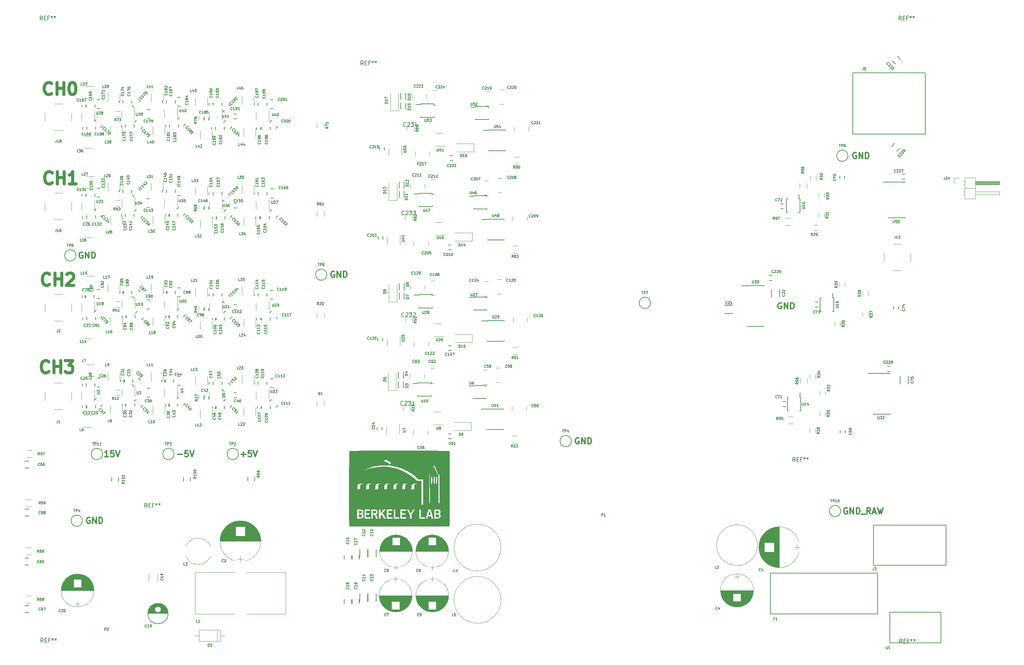
<source format=gbr>
G04 #@! TF.FileFunction,Legend,Top*
%FSLAX46Y46*%
G04 Gerber Fmt 4.6, Leading zero omitted, Abs format (unit mm)*
G04 Created by KiCad (PCBNEW 4.0.7) date 10/30/17 11:50:10*
%MOMM*%
%LPD*%
G01*
G04 APERTURE LIST*
%ADD10C,0.100000*%
%ADD11C,0.750000*%
%ADD12C,0.300000*%
%ADD13C,0.150000*%
%ADD14C,0.120000*%
%ADD15C,0.200000*%
%ADD16C,0.010000*%
%ADD17C,0.152400*%
G04 APERTURE END LIST*
D10*
D11*
X41178571Y-107071429D02*
X41035714Y-107214286D01*
X40607143Y-107357143D01*
X40321429Y-107357143D01*
X39892857Y-107214286D01*
X39607143Y-106928571D01*
X39464286Y-106642857D01*
X39321429Y-106071429D01*
X39321429Y-105642857D01*
X39464286Y-105071429D01*
X39607143Y-104785714D01*
X39892857Y-104500000D01*
X40321429Y-104357143D01*
X40607143Y-104357143D01*
X41035714Y-104500000D01*
X41178571Y-104642857D01*
X42464286Y-107357143D02*
X42464286Y-104357143D01*
X42464286Y-105785714D02*
X44178571Y-105785714D01*
X44178571Y-107357143D02*
X44178571Y-104357143D01*
X45321428Y-104357143D02*
X47178571Y-104357143D01*
X46178571Y-105500000D01*
X46607143Y-105500000D01*
X46892857Y-105642857D01*
X47035714Y-105785714D01*
X47178571Y-106071429D01*
X47178571Y-106785714D01*
X47035714Y-107071429D01*
X46892857Y-107214286D01*
X46607143Y-107357143D01*
X45750000Y-107357143D01*
X45464286Y-107214286D01*
X45321428Y-107071429D01*
X41428571Y-85321429D02*
X41285714Y-85464286D01*
X40857143Y-85607143D01*
X40571429Y-85607143D01*
X40142857Y-85464286D01*
X39857143Y-85178571D01*
X39714286Y-84892857D01*
X39571429Y-84321429D01*
X39571429Y-83892857D01*
X39714286Y-83321429D01*
X39857143Y-83035714D01*
X40142857Y-82750000D01*
X40571429Y-82607143D01*
X40857143Y-82607143D01*
X41285714Y-82750000D01*
X41428571Y-82892857D01*
X42714286Y-85607143D02*
X42714286Y-82607143D01*
X42714286Y-84035714D02*
X44428571Y-84035714D01*
X44428571Y-85607143D02*
X44428571Y-82607143D01*
X45714286Y-82892857D02*
X45857143Y-82750000D01*
X46142857Y-82607143D01*
X46857143Y-82607143D01*
X47142857Y-82750000D01*
X47285714Y-82892857D01*
X47428571Y-83178571D01*
X47428571Y-83464286D01*
X47285714Y-83892857D01*
X45571428Y-85607143D01*
X47428571Y-85607143D01*
X42028571Y-60071429D02*
X41885714Y-60214286D01*
X41457143Y-60357143D01*
X41171429Y-60357143D01*
X40742857Y-60214286D01*
X40457143Y-59928571D01*
X40314286Y-59642857D01*
X40171429Y-59071429D01*
X40171429Y-58642857D01*
X40314286Y-58071429D01*
X40457143Y-57785714D01*
X40742857Y-57500000D01*
X41171429Y-57357143D01*
X41457143Y-57357143D01*
X41885714Y-57500000D01*
X42028571Y-57642857D01*
X43314286Y-60357143D02*
X43314286Y-57357143D01*
X43314286Y-58785714D02*
X45028571Y-58785714D01*
X45028571Y-60357143D02*
X45028571Y-57357143D01*
X48028571Y-60357143D02*
X46314286Y-60357143D01*
X47171428Y-60357143D02*
X47171428Y-57357143D01*
X46885714Y-57785714D01*
X46600000Y-58071429D01*
X46314286Y-58214286D01*
X41928571Y-37871429D02*
X41785714Y-38014286D01*
X41357143Y-38157143D01*
X41071429Y-38157143D01*
X40642857Y-38014286D01*
X40357143Y-37728571D01*
X40214286Y-37442857D01*
X40071429Y-36871429D01*
X40071429Y-36442857D01*
X40214286Y-35871429D01*
X40357143Y-35585714D01*
X40642857Y-35300000D01*
X41071429Y-35157143D01*
X41357143Y-35157143D01*
X41785714Y-35300000D01*
X41928571Y-35442857D01*
X43214286Y-38157143D02*
X43214286Y-35157143D01*
X43214286Y-36585714D02*
X44928571Y-36585714D01*
X44928571Y-38157143D02*
X44928571Y-35157143D01*
X46928571Y-35157143D02*
X47214286Y-35157143D01*
X47500000Y-35300000D01*
X47642857Y-35442857D01*
X47785714Y-35728571D01*
X47928571Y-36300000D01*
X47928571Y-37014286D01*
X47785714Y-37585714D01*
X47642857Y-37871429D01*
X47500000Y-38014286D01*
X47214286Y-38157143D01*
X46928571Y-38157143D01*
X46642857Y-38014286D01*
X46500000Y-37871429D01*
X46357143Y-37585714D01*
X46214286Y-37014286D01*
X46214286Y-36300000D01*
X46357143Y-35728571D01*
X46500000Y-35442857D01*
X46642857Y-35300000D01*
X46928571Y-35157143D01*
D12*
X173057143Y-123650000D02*
X172914286Y-123578571D01*
X172700000Y-123578571D01*
X172485715Y-123650000D01*
X172342857Y-123792857D01*
X172271429Y-123935714D01*
X172200000Y-124221429D01*
X172200000Y-124435714D01*
X172271429Y-124721429D01*
X172342857Y-124864286D01*
X172485715Y-125007143D01*
X172700000Y-125078571D01*
X172842857Y-125078571D01*
X173057143Y-125007143D01*
X173128572Y-124935714D01*
X173128572Y-124435714D01*
X172842857Y-124435714D01*
X173771429Y-125078571D02*
X173771429Y-123578571D01*
X174628572Y-125078571D01*
X174628572Y-123578571D01*
X175342858Y-125078571D02*
X175342858Y-123578571D01*
X175700001Y-123578571D01*
X175914286Y-123650000D01*
X176057144Y-123792857D01*
X176128572Y-123935714D01*
X176200001Y-124221429D01*
X176200001Y-124435714D01*
X176128572Y-124721429D01*
X176057144Y-124864286D01*
X175914286Y-125007143D01*
X175700001Y-125078571D01*
X175342858Y-125078571D01*
X51457143Y-143450000D02*
X51314286Y-143378571D01*
X51100000Y-143378571D01*
X50885715Y-143450000D01*
X50742857Y-143592857D01*
X50671429Y-143735714D01*
X50600000Y-144021429D01*
X50600000Y-144235714D01*
X50671429Y-144521429D01*
X50742857Y-144664286D01*
X50885715Y-144807143D01*
X51100000Y-144878571D01*
X51242857Y-144878571D01*
X51457143Y-144807143D01*
X51528572Y-144735714D01*
X51528572Y-144235714D01*
X51242857Y-144235714D01*
X52171429Y-144878571D02*
X52171429Y-143378571D01*
X53028572Y-144878571D01*
X53028572Y-143378571D01*
X53742858Y-144878571D02*
X53742858Y-143378571D01*
X54100001Y-143378571D01*
X54314286Y-143450000D01*
X54457144Y-143592857D01*
X54528572Y-143735714D01*
X54600001Y-144021429D01*
X54600001Y-144235714D01*
X54528572Y-144521429D01*
X54457144Y-144664286D01*
X54314286Y-144807143D01*
X54100001Y-144878571D01*
X53742858Y-144878571D01*
X49657143Y-77450000D02*
X49514286Y-77378571D01*
X49300000Y-77378571D01*
X49085715Y-77450000D01*
X48942857Y-77592857D01*
X48871429Y-77735714D01*
X48800000Y-78021429D01*
X48800000Y-78235714D01*
X48871429Y-78521429D01*
X48942857Y-78664286D01*
X49085715Y-78807143D01*
X49300000Y-78878571D01*
X49442857Y-78878571D01*
X49657143Y-78807143D01*
X49728572Y-78735714D01*
X49728572Y-78235714D01*
X49442857Y-78235714D01*
X50371429Y-78878571D02*
X50371429Y-77378571D01*
X51228572Y-78878571D01*
X51228572Y-77378571D01*
X51942858Y-78878571D02*
X51942858Y-77378571D01*
X52300001Y-77378571D01*
X52514286Y-77450000D01*
X52657144Y-77592857D01*
X52728572Y-77735714D01*
X52800001Y-78021429D01*
X52800001Y-78235714D01*
X52728572Y-78521429D01*
X52657144Y-78664286D01*
X52514286Y-78807143D01*
X52300001Y-78878571D01*
X51942858Y-78878571D01*
X112257143Y-82250000D02*
X112114286Y-82178571D01*
X111900000Y-82178571D01*
X111685715Y-82250000D01*
X111542857Y-82392857D01*
X111471429Y-82535714D01*
X111400000Y-82821429D01*
X111400000Y-83035714D01*
X111471429Y-83321429D01*
X111542857Y-83464286D01*
X111685715Y-83607143D01*
X111900000Y-83678571D01*
X112042857Y-83678571D01*
X112257143Y-83607143D01*
X112328572Y-83535714D01*
X112328572Y-83035714D01*
X112042857Y-83035714D01*
X112971429Y-83678571D02*
X112971429Y-82178571D01*
X113828572Y-83678571D01*
X113828572Y-82178571D01*
X114542858Y-83678571D02*
X114542858Y-82178571D01*
X114900001Y-82178571D01*
X115114286Y-82250000D01*
X115257144Y-82392857D01*
X115328572Y-82535714D01*
X115400001Y-82821429D01*
X115400001Y-83035714D01*
X115328572Y-83321429D01*
X115257144Y-83464286D01*
X115114286Y-83607143D01*
X114900001Y-83678571D01*
X114542858Y-83678571D01*
X223457143Y-90050000D02*
X223314286Y-89978571D01*
X223100000Y-89978571D01*
X222885715Y-90050000D01*
X222742857Y-90192857D01*
X222671429Y-90335714D01*
X222600000Y-90621429D01*
X222600000Y-90835714D01*
X222671429Y-91121429D01*
X222742857Y-91264286D01*
X222885715Y-91407143D01*
X223100000Y-91478571D01*
X223242857Y-91478571D01*
X223457143Y-91407143D01*
X223528572Y-91335714D01*
X223528572Y-90835714D01*
X223242857Y-90835714D01*
X224171429Y-91478571D02*
X224171429Y-89978571D01*
X225028572Y-91478571D01*
X225028572Y-89978571D01*
X225742858Y-91478571D02*
X225742858Y-89978571D01*
X226100001Y-89978571D01*
X226314286Y-90050000D01*
X226457144Y-90192857D01*
X226528572Y-90335714D01*
X226600001Y-90621429D01*
X226600001Y-90835714D01*
X226528572Y-91121429D01*
X226457144Y-91264286D01*
X226314286Y-91407143D01*
X226100001Y-91478571D01*
X225742858Y-91478571D01*
X242057143Y-52650000D02*
X241914286Y-52578571D01*
X241700000Y-52578571D01*
X241485715Y-52650000D01*
X241342857Y-52792857D01*
X241271429Y-52935714D01*
X241200000Y-53221429D01*
X241200000Y-53435714D01*
X241271429Y-53721429D01*
X241342857Y-53864286D01*
X241485715Y-54007143D01*
X241700000Y-54078571D01*
X241842857Y-54078571D01*
X242057143Y-54007143D01*
X242128572Y-53935714D01*
X242128572Y-53435714D01*
X241842857Y-53435714D01*
X242771429Y-54078571D02*
X242771429Y-52578571D01*
X243628572Y-54078571D01*
X243628572Y-52578571D01*
X244342858Y-54078571D02*
X244342858Y-52578571D01*
X244700001Y-52578571D01*
X244914286Y-52650000D01*
X245057144Y-52792857D01*
X245128572Y-52935714D01*
X245200001Y-53221429D01*
X245200001Y-53435714D01*
X245128572Y-53721429D01*
X245057144Y-53864286D01*
X244914286Y-54007143D01*
X244700001Y-54078571D01*
X244342858Y-54078571D01*
X239835714Y-141050000D02*
X239692857Y-140978571D01*
X239478571Y-140978571D01*
X239264286Y-141050000D01*
X239121428Y-141192857D01*
X239050000Y-141335714D01*
X238978571Y-141621429D01*
X238978571Y-141835714D01*
X239050000Y-142121429D01*
X239121428Y-142264286D01*
X239264286Y-142407143D01*
X239478571Y-142478571D01*
X239621428Y-142478571D01*
X239835714Y-142407143D01*
X239907143Y-142335714D01*
X239907143Y-141835714D01*
X239621428Y-141835714D01*
X240550000Y-142478571D02*
X240550000Y-140978571D01*
X241407143Y-142478571D01*
X241407143Y-140978571D01*
X242121429Y-142478571D02*
X242121429Y-140978571D01*
X242478572Y-140978571D01*
X242692857Y-141050000D01*
X242835715Y-141192857D01*
X242907143Y-141335714D01*
X242978572Y-141621429D01*
X242978572Y-141835714D01*
X242907143Y-142121429D01*
X242835715Y-142264286D01*
X242692857Y-142407143D01*
X242478572Y-142478571D01*
X242121429Y-142478571D01*
X243264286Y-142621429D02*
X244407143Y-142621429D01*
X245621429Y-142478571D02*
X245121429Y-141764286D01*
X244764286Y-142478571D02*
X244764286Y-140978571D01*
X245335714Y-140978571D01*
X245478572Y-141050000D01*
X245550000Y-141121429D01*
X245621429Y-141264286D01*
X245621429Y-141478571D01*
X245550000Y-141621429D01*
X245478572Y-141692857D01*
X245335714Y-141764286D01*
X244764286Y-141764286D01*
X246192857Y-142050000D02*
X246907143Y-142050000D01*
X246050000Y-142478571D02*
X246550000Y-140978571D01*
X247050000Y-142478571D01*
X247407143Y-140978571D02*
X247764286Y-142478571D01*
X248050000Y-141407143D01*
X248335714Y-142478571D01*
X248692857Y-140978571D01*
X89071429Y-127707143D02*
X90214286Y-127707143D01*
X89642857Y-128278571D02*
X89642857Y-127135714D01*
X91642858Y-126778571D02*
X90928572Y-126778571D01*
X90857143Y-127492857D01*
X90928572Y-127421429D01*
X91071429Y-127350000D01*
X91428572Y-127350000D01*
X91571429Y-127421429D01*
X91642858Y-127492857D01*
X91714286Y-127635714D01*
X91714286Y-127992857D01*
X91642858Y-128135714D01*
X91571429Y-128207143D01*
X91428572Y-128278571D01*
X91071429Y-128278571D01*
X90928572Y-128207143D01*
X90857143Y-128135714D01*
X92142857Y-126778571D02*
X92642857Y-128278571D01*
X93142857Y-126778571D01*
X73271429Y-127707143D02*
X74414286Y-127707143D01*
X75842858Y-126778571D02*
X75128572Y-126778571D01*
X75057143Y-127492857D01*
X75128572Y-127421429D01*
X75271429Y-127350000D01*
X75628572Y-127350000D01*
X75771429Y-127421429D01*
X75842858Y-127492857D01*
X75914286Y-127635714D01*
X75914286Y-127992857D01*
X75842858Y-128135714D01*
X75771429Y-128207143D01*
X75628572Y-128278571D01*
X75271429Y-128278571D01*
X75128572Y-128207143D01*
X75057143Y-128135714D01*
X76342857Y-126778571D02*
X76842857Y-128278571D01*
X77342857Y-126778571D01*
X56071429Y-128278571D02*
X55214286Y-128278571D01*
X55642858Y-128278571D02*
X55642858Y-126778571D01*
X55500001Y-126992857D01*
X55357143Y-127135714D01*
X55214286Y-127207143D01*
X57428572Y-126778571D02*
X56714286Y-126778571D01*
X56642857Y-127492857D01*
X56714286Y-127421429D01*
X56857143Y-127350000D01*
X57214286Y-127350000D01*
X57357143Y-127421429D01*
X57428572Y-127492857D01*
X57500000Y-127635714D01*
X57500000Y-127992857D01*
X57428572Y-128135714D01*
X57357143Y-128207143D01*
X57214286Y-128278571D01*
X56857143Y-128278571D01*
X56714286Y-128207143D01*
X56642857Y-128135714D01*
X57928571Y-126778571D02*
X58428571Y-128278571D01*
X58928571Y-126778571D01*
D13*
X49600000Y-144200000D02*
G75*
G03X49600000Y-144200000I-1400000J0D01*
G01*
D14*
X251260000Y-75360000D02*
X253260000Y-75360000D01*
X251260000Y-81960000D02*
X253260000Y-81960000D01*
X255560000Y-77660000D02*
X255560000Y-79660000D01*
X248960000Y-77660000D02*
X248960000Y-79660000D01*
D13*
X255025000Y-110200000D02*
X255025000Y-108200000D01*
X252975000Y-108200000D02*
X252975000Y-110200000D01*
X70092000Y-109750000D02*
X70092000Y-109050000D01*
X72308000Y-109050000D02*
X72308000Y-109750000D01*
D14*
X44600000Y-116500000D02*
X42600000Y-116500000D01*
X44600000Y-109900000D02*
X42600000Y-109900000D01*
X40300000Y-114200000D02*
X40300000Y-112200000D01*
X46900000Y-114200000D02*
X46900000Y-112200000D01*
X78920000Y-118600000D02*
X78920000Y-116600000D01*
X81880000Y-116600000D02*
X81880000Y-118600000D01*
D13*
X62569038Y-114464013D02*
X63064013Y-113969038D01*
X64630962Y-115535987D02*
X64135987Y-116030962D01*
D14*
X218001563Y-152183264D02*
G75*
G03X227799357Y-152180000I4898437J1383264D01*
G01*
X218001563Y-149416736D02*
G75*
G02X227799357Y-149420000I4898437J-1383264D01*
G01*
X218001563Y-149416736D02*
G75*
G03X218000643Y-152180000I4898437J-1383264D01*
G01*
X222900000Y-155850000D02*
X222900000Y-145750000D01*
X222860000Y-155850000D02*
X222860000Y-145750000D01*
X222820000Y-155850000D02*
X222820000Y-145750000D01*
X222780000Y-155849000D02*
X222780000Y-145751000D01*
X222740000Y-155848000D02*
X222740000Y-145752000D01*
X222700000Y-155847000D02*
X222700000Y-145753000D01*
X222660000Y-155845000D02*
X222660000Y-145755000D01*
X222620000Y-155843000D02*
X222620000Y-145757000D01*
X222580000Y-155840000D02*
X222580000Y-145760000D01*
X222540000Y-155838000D02*
X222540000Y-145762000D01*
X222500000Y-155835000D02*
X222500000Y-145765000D01*
X222460000Y-155831000D02*
X222460000Y-145769000D01*
X222420000Y-155828000D02*
X222420000Y-145772000D01*
X222380000Y-155824000D02*
X222380000Y-145776000D01*
X222340000Y-155820000D02*
X222340000Y-145780000D01*
X222300000Y-155815000D02*
X222300000Y-145785000D01*
X222260000Y-155810000D02*
X222260000Y-145790000D01*
X222220000Y-155805000D02*
X222220000Y-145795000D01*
X222179000Y-155799000D02*
X222179000Y-145801000D01*
X222139000Y-155793000D02*
X222139000Y-145807000D01*
X222099000Y-155787000D02*
X222099000Y-145813000D01*
X222059000Y-155781000D02*
X222059000Y-145819000D01*
X222019000Y-155774000D02*
X222019000Y-145826000D01*
X221979000Y-155767000D02*
X221979000Y-145833000D01*
X221939000Y-155759000D02*
X221939000Y-145841000D01*
X221899000Y-155751000D02*
X221899000Y-145849000D01*
X221859000Y-155743000D02*
X221859000Y-145857000D01*
X221819000Y-155735000D02*
X221819000Y-145865000D01*
X221779000Y-155726000D02*
X221779000Y-145874000D01*
X221739000Y-155717000D02*
X221739000Y-145883000D01*
X221699000Y-155707000D02*
X221699000Y-145893000D01*
X221659000Y-155697000D02*
X221659000Y-145903000D01*
X221619000Y-155687000D02*
X221619000Y-145913000D01*
X221579000Y-155676000D02*
X221579000Y-151981000D01*
X221579000Y-149619000D02*
X221579000Y-145924000D01*
X221539000Y-155665000D02*
X221539000Y-151981000D01*
X221539000Y-149619000D02*
X221539000Y-145935000D01*
X221499000Y-155654000D02*
X221499000Y-151981000D01*
X221499000Y-149619000D02*
X221499000Y-145946000D01*
X221459000Y-155643000D02*
X221459000Y-151981000D01*
X221459000Y-149619000D02*
X221459000Y-145957000D01*
X221419000Y-155631000D02*
X221419000Y-151981000D01*
X221419000Y-149619000D02*
X221419000Y-145969000D01*
X221379000Y-155618000D02*
X221379000Y-151981000D01*
X221379000Y-149619000D02*
X221379000Y-145982000D01*
X221339000Y-155606000D02*
X221339000Y-151981000D01*
X221339000Y-149619000D02*
X221339000Y-145994000D01*
X221299000Y-155592000D02*
X221299000Y-151981000D01*
X221299000Y-149619000D02*
X221299000Y-146008000D01*
X221259000Y-155579000D02*
X221259000Y-151981000D01*
X221259000Y-149619000D02*
X221259000Y-146021000D01*
X221219000Y-155565000D02*
X221219000Y-151981000D01*
X221219000Y-149619000D02*
X221219000Y-146035000D01*
X221179000Y-155551000D02*
X221179000Y-151981000D01*
X221179000Y-149619000D02*
X221179000Y-146049000D01*
X221139000Y-155537000D02*
X221139000Y-151981000D01*
X221139000Y-149619000D02*
X221139000Y-146063000D01*
X221099000Y-155522000D02*
X221099000Y-151981000D01*
X221099000Y-149619000D02*
X221099000Y-146078000D01*
X221059000Y-155506000D02*
X221059000Y-151981000D01*
X221059000Y-149619000D02*
X221059000Y-146094000D01*
X221019000Y-155491000D02*
X221019000Y-151981000D01*
X221019000Y-149619000D02*
X221019000Y-146109000D01*
X220979000Y-155474000D02*
X220979000Y-151981000D01*
X220979000Y-149619000D02*
X220979000Y-146126000D01*
X220939000Y-155458000D02*
X220939000Y-151981000D01*
X220939000Y-149619000D02*
X220939000Y-146142000D01*
X220899000Y-155441000D02*
X220899000Y-151981000D01*
X220899000Y-149619000D02*
X220899000Y-146159000D01*
X220859000Y-155424000D02*
X220859000Y-151981000D01*
X220859000Y-149619000D02*
X220859000Y-146176000D01*
X220819000Y-155406000D02*
X220819000Y-151981000D01*
X220819000Y-149619000D02*
X220819000Y-146194000D01*
X220779000Y-155388000D02*
X220779000Y-151981000D01*
X220779000Y-149619000D02*
X220779000Y-146212000D01*
X220739000Y-155369000D02*
X220739000Y-151981000D01*
X220739000Y-149619000D02*
X220739000Y-146231000D01*
X220699000Y-155350000D02*
X220699000Y-151981000D01*
X220699000Y-149619000D02*
X220699000Y-146250000D01*
X220659000Y-155331000D02*
X220659000Y-151981000D01*
X220659000Y-149619000D02*
X220659000Y-146269000D01*
X220619000Y-155311000D02*
X220619000Y-151981000D01*
X220619000Y-149619000D02*
X220619000Y-146289000D01*
X220579000Y-155291000D02*
X220579000Y-151981000D01*
X220579000Y-149619000D02*
X220579000Y-146309000D01*
X220539000Y-155270000D02*
X220539000Y-151981000D01*
X220539000Y-149619000D02*
X220539000Y-146330000D01*
X220499000Y-155249000D02*
X220499000Y-151981000D01*
X220499000Y-149619000D02*
X220499000Y-146351000D01*
X220459000Y-155228000D02*
X220459000Y-151981000D01*
X220459000Y-149619000D02*
X220459000Y-146372000D01*
X220419000Y-155205000D02*
X220419000Y-151981000D01*
X220419000Y-149619000D02*
X220419000Y-146395000D01*
X220379000Y-155183000D02*
X220379000Y-151981000D01*
X220379000Y-149619000D02*
X220379000Y-146417000D01*
X220339000Y-155160000D02*
X220339000Y-151981000D01*
X220339000Y-149619000D02*
X220339000Y-146440000D01*
X220299000Y-155136000D02*
X220299000Y-151981000D01*
X220299000Y-149619000D02*
X220299000Y-146464000D01*
X220259000Y-155112000D02*
X220259000Y-151981000D01*
X220259000Y-149619000D02*
X220259000Y-146488000D01*
X220219000Y-155088000D02*
X220219000Y-151981000D01*
X220219000Y-149619000D02*
X220219000Y-146512000D01*
X220179000Y-155063000D02*
X220179000Y-151981000D01*
X220179000Y-149619000D02*
X220179000Y-146537000D01*
X220139000Y-155037000D02*
X220139000Y-151981000D01*
X220139000Y-149619000D02*
X220139000Y-146563000D01*
X220099000Y-155011000D02*
X220099000Y-151981000D01*
X220099000Y-149619000D02*
X220099000Y-146589000D01*
X220059000Y-154985000D02*
X220059000Y-151981000D01*
X220059000Y-149619000D02*
X220059000Y-146615000D01*
X220019000Y-154957000D02*
X220019000Y-151981000D01*
X220019000Y-149619000D02*
X220019000Y-146643000D01*
X219979000Y-154930000D02*
X219979000Y-151981000D01*
X219979000Y-149619000D02*
X219979000Y-146670000D01*
X219939000Y-154901000D02*
X219939000Y-151981000D01*
X219939000Y-149619000D02*
X219939000Y-146699000D01*
X219899000Y-154872000D02*
X219899000Y-151981000D01*
X219899000Y-149619000D02*
X219899000Y-146728000D01*
X219859000Y-154843000D02*
X219859000Y-151981000D01*
X219859000Y-149619000D02*
X219859000Y-146757000D01*
X219819000Y-154813000D02*
X219819000Y-151981000D01*
X219819000Y-149619000D02*
X219819000Y-146787000D01*
X219779000Y-154782000D02*
X219779000Y-151981000D01*
X219779000Y-149619000D02*
X219779000Y-146818000D01*
X219739000Y-154751000D02*
X219739000Y-151981000D01*
X219739000Y-149619000D02*
X219739000Y-146849000D01*
X219699000Y-154719000D02*
X219699000Y-151981000D01*
X219699000Y-149619000D02*
X219699000Y-146881000D01*
X219659000Y-154686000D02*
X219659000Y-151981000D01*
X219659000Y-149619000D02*
X219659000Y-146914000D01*
X219619000Y-154653000D02*
X219619000Y-151981000D01*
X219619000Y-149619000D02*
X219619000Y-146947000D01*
X219579000Y-154619000D02*
X219579000Y-151981000D01*
X219579000Y-149619000D02*
X219579000Y-146981000D01*
X219539000Y-154584000D02*
X219539000Y-151981000D01*
X219539000Y-149619000D02*
X219539000Y-147016000D01*
X219499000Y-154548000D02*
X219499000Y-151981000D01*
X219499000Y-149619000D02*
X219499000Y-147052000D01*
X219459000Y-154512000D02*
X219459000Y-151981000D01*
X219459000Y-149619000D02*
X219459000Y-147088000D01*
X219419000Y-154475000D02*
X219419000Y-151981000D01*
X219419000Y-149619000D02*
X219419000Y-147125000D01*
X219379000Y-154437000D02*
X219379000Y-151981000D01*
X219379000Y-149619000D02*
X219379000Y-147163000D01*
X219339000Y-154398000D02*
X219339000Y-151981000D01*
X219339000Y-149619000D02*
X219339000Y-147202000D01*
X219299000Y-154359000D02*
X219299000Y-151981000D01*
X219299000Y-149619000D02*
X219299000Y-147241000D01*
X219259000Y-154318000D02*
X219259000Y-151981000D01*
X219259000Y-149619000D02*
X219259000Y-147282000D01*
X219219000Y-154277000D02*
X219219000Y-147323000D01*
X219179000Y-154235000D02*
X219179000Y-147365000D01*
X219139000Y-154191000D02*
X219139000Y-147409000D01*
X219099000Y-154147000D02*
X219099000Y-147453000D01*
X219059000Y-154102000D02*
X219059000Y-147498000D01*
X219019000Y-154055000D02*
X219019000Y-147545000D01*
X218979000Y-154007000D02*
X218979000Y-147593000D01*
X218939000Y-153958000D02*
X218939000Y-147642000D01*
X218899000Y-153908000D02*
X218899000Y-147692000D01*
X218859000Y-153857000D02*
X218859000Y-147743000D01*
X218819000Y-153804000D02*
X218819000Y-147796000D01*
X218779000Y-153749000D02*
X218779000Y-147851000D01*
X218739000Y-153694000D02*
X218739000Y-147906000D01*
X218699000Y-153636000D02*
X218699000Y-147964000D01*
X218659000Y-153577000D02*
X218659000Y-148023000D01*
X218619000Y-153515000D02*
X218619000Y-148085000D01*
X218579000Y-153452000D02*
X218579000Y-148148000D01*
X218539000Y-153387000D02*
X218539000Y-148213000D01*
X218499000Y-153319000D02*
X218499000Y-148281000D01*
X218459000Y-153249000D02*
X218459000Y-148351000D01*
X218419000Y-153177000D02*
X218419000Y-148423000D01*
X218379000Y-153101000D02*
X218379000Y-148499000D01*
X218339000Y-153022000D02*
X218339000Y-148578000D01*
X218299000Y-152940000D02*
X218299000Y-148660000D01*
X218259000Y-152853000D02*
X218259000Y-148747000D01*
X218219000Y-152762000D02*
X218219000Y-148838000D01*
X218179000Y-152666000D02*
X218179000Y-148934000D01*
X218139000Y-152563000D02*
X218139000Y-149037000D01*
X218099000Y-152454000D02*
X218099000Y-149146000D01*
X218059000Y-152336000D02*
X218059000Y-149264000D01*
X218019000Y-152207000D02*
X218019000Y-149393000D01*
X217979000Y-152065000D02*
X217979000Y-149535000D01*
X217939000Y-151904000D02*
X217939000Y-149696000D01*
X217899000Y-151713000D02*
X217899000Y-149887000D01*
X217859000Y-151472000D02*
X217859000Y-150128000D01*
X217819000Y-151079000D02*
X217819000Y-150521000D01*
X228100000Y-150800000D02*
X226600000Y-150800000D01*
X227350000Y-151550000D02*
X227350000Y-150050000D01*
X87516736Y-144401563D02*
G75*
G03X87520000Y-154199357I1383264J-4898437D01*
G01*
X90283264Y-144401563D02*
G75*
G02X90280000Y-154199357I-1383264J-4898437D01*
G01*
X90283264Y-144401563D02*
G75*
G03X87520000Y-144400643I-1383264J-4898437D01*
G01*
X83850000Y-149300000D02*
X93950000Y-149300000D01*
X83850000Y-149260000D02*
X93950000Y-149260000D01*
X83850000Y-149220000D02*
X93950000Y-149220000D01*
X83851000Y-149180000D02*
X93949000Y-149180000D01*
X83852000Y-149140000D02*
X93948000Y-149140000D01*
X83853000Y-149100000D02*
X93947000Y-149100000D01*
X83855000Y-149060000D02*
X93945000Y-149060000D01*
X83857000Y-149020000D02*
X93943000Y-149020000D01*
X83860000Y-148980000D02*
X93940000Y-148980000D01*
X83862000Y-148940000D02*
X93938000Y-148940000D01*
X83865000Y-148900000D02*
X93935000Y-148900000D01*
X83869000Y-148860000D02*
X93931000Y-148860000D01*
X83872000Y-148820000D02*
X93928000Y-148820000D01*
X83876000Y-148780000D02*
X93924000Y-148780000D01*
X83880000Y-148740000D02*
X93920000Y-148740000D01*
X83885000Y-148700000D02*
X93915000Y-148700000D01*
X83890000Y-148660000D02*
X93910000Y-148660000D01*
X83895000Y-148620000D02*
X93905000Y-148620000D01*
X83901000Y-148579000D02*
X93899000Y-148579000D01*
X83907000Y-148539000D02*
X93893000Y-148539000D01*
X83913000Y-148499000D02*
X93887000Y-148499000D01*
X83919000Y-148459000D02*
X93881000Y-148459000D01*
X83926000Y-148419000D02*
X93874000Y-148419000D01*
X83933000Y-148379000D02*
X93867000Y-148379000D01*
X83941000Y-148339000D02*
X93859000Y-148339000D01*
X83949000Y-148299000D02*
X93851000Y-148299000D01*
X83957000Y-148259000D02*
X93843000Y-148259000D01*
X83965000Y-148219000D02*
X93835000Y-148219000D01*
X83974000Y-148179000D02*
X93826000Y-148179000D01*
X83983000Y-148139000D02*
X93817000Y-148139000D01*
X83993000Y-148099000D02*
X93807000Y-148099000D01*
X84003000Y-148059000D02*
X93797000Y-148059000D01*
X84013000Y-148019000D02*
X93787000Y-148019000D01*
X84024000Y-147979000D02*
X87719000Y-147979000D01*
X90081000Y-147979000D02*
X93776000Y-147979000D01*
X84035000Y-147939000D02*
X87719000Y-147939000D01*
X90081000Y-147939000D02*
X93765000Y-147939000D01*
X84046000Y-147899000D02*
X87719000Y-147899000D01*
X90081000Y-147899000D02*
X93754000Y-147899000D01*
X84057000Y-147859000D02*
X87719000Y-147859000D01*
X90081000Y-147859000D02*
X93743000Y-147859000D01*
X84069000Y-147819000D02*
X87719000Y-147819000D01*
X90081000Y-147819000D02*
X93731000Y-147819000D01*
X84082000Y-147779000D02*
X87719000Y-147779000D01*
X90081000Y-147779000D02*
X93718000Y-147779000D01*
X84094000Y-147739000D02*
X87719000Y-147739000D01*
X90081000Y-147739000D02*
X93706000Y-147739000D01*
X84108000Y-147699000D02*
X87719000Y-147699000D01*
X90081000Y-147699000D02*
X93692000Y-147699000D01*
X84121000Y-147659000D02*
X87719000Y-147659000D01*
X90081000Y-147659000D02*
X93679000Y-147659000D01*
X84135000Y-147619000D02*
X87719000Y-147619000D01*
X90081000Y-147619000D02*
X93665000Y-147619000D01*
X84149000Y-147579000D02*
X87719000Y-147579000D01*
X90081000Y-147579000D02*
X93651000Y-147579000D01*
X84163000Y-147539000D02*
X87719000Y-147539000D01*
X90081000Y-147539000D02*
X93637000Y-147539000D01*
X84178000Y-147499000D02*
X87719000Y-147499000D01*
X90081000Y-147499000D02*
X93622000Y-147499000D01*
X84194000Y-147459000D02*
X87719000Y-147459000D01*
X90081000Y-147459000D02*
X93606000Y-147459000D01*
X84209000Y-147419000D02*
X87719000Y-147419000D01*
X90081000Y-147419000D02*
X93591000Y-147419000D01*
X84226000Y-147379000D02*
X87719000Y-147379000D01*
X90081000Y-147379000D02*
X93574000Y-147379000D01*
X84242000Y-147339000D02*
X87719000Y-147339000D01*
X90081000Y-147339000D02*
X93558000Y-147339000D01*
X84259000Y-147299000D02*
X87719000Y-147299000D01*
X90081000Y-147299000D02*
X93541000Y-147299000D01*
X84276000Y-147259000D02*
X87719000Y-147259000D01*
X90081000Y-147259000D02*
X93524000Y-147259000D01*
X84294000Y-147219000D02*
X87719000Y-147219000D01*
X90081000Y-147219000D02*
X93506000Y-147219000D01*
X84312000Y-147179000D02*
X87719000Y-147179000D01*
X90081000Y-147179000D02*
X93488000Y-147179000D01*
X84331000Y-147139000D02*
X87719000Y-147139000D01*
X90081000Y-147139000D02*
X93469000Y-147139000D01*
X84350000Y-147099000D02*
X87719000Y-147099000D01*
X90081000Y-147099000D02*
X93450000Y-147099000D01*
X84369000Y-147059000D02*
X87719000Y-147059000D01*
X90081000Y-147059000D02*
X93431000Y-147059000D01*
X84389000Y-147019000D02*
X87719000Y-147019000D01*
X90081000Y-147019000D02*
X93411000Y-147019000D01*
X84409000Y-146979000D02*
X87719000Y-146979000D01*
X90081000Y-146979000D02*
X93391000Y-146979000D01*
X84430000Y-146939000D02*
X87719000Y-146939000D01*
X90081000Y-146939000D02*
X93370000Y-146939000D01*
X84451000Y-146899000D02*
X87719000Y-146899000D01*
X90081000Y-146899000D02*
X93349000Y-146899000D01*
X84472000Y-146859000D02*
X87719000Y-146859000D01*
X90081000Y-146859000D02*
X93328000Y-146859000D01*
X84495000Y-146819000D02*
X87719000Y-146819000D01*
X90081000Y-146819000D02*
X93305000Y-146819000D01*
X84517000Y-146779000D02*
X87719000Y-146779000D01*
X90081000Y-146779000D02*
X93283000Y-146779000D01*
X84540000Y-146739000D02*
X87719000Y-146739000D01*
X90081000Y-146739000D02*
X93260000Y-146739000D01*
X84564000Y-146699000D02*
X87719000Y-146699000D01*
X90081000Y-146699000D02*
X93236000Y-146699000D01*
X84588000Y-146659000D02*
X87719000Y-146659000D01*
X90081000Y-146659000D02*
X93212000Y-146659000D01*
X84612000Y-146619000D02*
X87719000Y-146619000D01*
X90081000Y-146619000D02*
X93188000Y-146619000D01*
X84637000Y-146579000D02*
X87719000Y-146579000D01*
X90081000Y-146579000D02*
X93163000Y-146579000D01*
X84663000Y-146539000D02*
X87719000Y-146539000D01*
X90081000Y-146539000D02*
X93137000Y-146539000D01*
X84689000Y-146499000D02*
X87719000Y-146499000D01*
X90081000Y-146499000D02*
X93111000Y-146499000D01*
X84715000Y-146459000D02*
X87719000Y-146459000D01*
X90081000Y-146459000D02*
X93085000Y-146459000D01*
X84743000Y-146419000D02*
X87719000Y-146419000D01*
X90081000Y-146419000D02*
X93057000Y-146419000D01*
X84770000Y-146379000D02*
X87719000Y-146379000D01*
X90081000Y-146379000D02*
X93030000Y-146379000D01*
X84799000Y-146339000D02*
X87719000Y-146339000D01*
X90081000Y-146339000D02*
X93001000Y-146339000D01*
X84828000Y-146299000D02*
X87719000Y-146299000D01*
X90081000Y-146299000D02*
X92972000Y-146299000D01*
X84857000Y-146259000D02*
X87719000Y-146259000D01*
X90081000Y-146259000D02*
X92943000Y-146259000D01*
X84887000Y-146219000D02*
X87719000Y-146219000D01*
X90081000Y-146219000D02*
X92913000Y-146219000D01*
X84918000Y-146179000D02*
X87719000Y-146179000D01*
X90081000Y-146179000D02*
X92882000Y-146179000D01*
X84949000Y-146139000D02*
X87719000Y-146139000D01*
X90081000Y-146139000D02*
X92851000Y-146139000D01*
X84981000Y-146099000D02*
X87719000Y-146099000D01*
X90081000Y-146099000D02*
X92819000Y-146099000D01*
X85014000Y-146059000D02*
X87719000Y-146059000D01*
X90081000Y-146059000D02*
X92786000Y-146059000D01*
X85047000Y-146019000D02*
X87719000Y-146019000D01*
X90081000Y-146019000D02*
X92753000Y-146019000D01*
X85081000Y-145979000D02*
X87719000Y-145979000D01*
X90081000Y-145979000D02*
X92719000Y-145979000D01*
X85116000Y-145939000D02*
X87719000Y-145939000D01*
X90081000Y-145939000D02*
X92684000Y-145939000D01*
X85152000Y-145899000D02*
X87719000Y-145899000D01*
X90081000Y-145899000D02*
X92648000Y-145899000D01*
X85188000Y-145859000D02*
X87719000Y-145859000D01*
X90081000Y-145859000D02*
X92612000Y-145859000D01*
X85225000Y-145819000D02*
X87719000Y-145819000D01*
X90081000Y-145819000D02*
X92575000Y-145819000D01*
X85263000Y-145779000D02*
X87719000Y-145779000D01*
X90081000Y-145779000D02*
X92537000Y-145779000D01*
X85302000Y-145739000D02*
X87719000Y-145739000D01*
X90081000Y-145739000D02*
X92498000Y-145739000D01*
X85341000Y-145699000D02*
X87719000Y-145699000D01*
X90081000Y-145699000D02*
X92459000Y-145699000D01*
X85382000Y-145659000D02*
X87719000Y-145659000D01*
X90081000Y-145659000D02*
X92418000Y-145659000D01*
X85423000Y-145619000D02*
X92377000Y-145619000D01*
X85465000Y-145579000D02*
X92335000Y-145579000D01*
X85509000Y-145539000D02*
X92291000Y-145539000D01*
X85553000Y-145499000D02*
X92247000Y-145499000D01*
X85598000Y-145459000D02*
X92202000Y-145459000D01*
X85645000Y-145419000D02*
X92155000Y-145419000D01*
X85693000Y-145379000D02*
X92107000Y-145379000D01*
X85742000Y-145339000D02*
X92058000Y-145339000D01*
X85792000Y-145299000D02*
X92008000Y-145299000D01*
X85843000Y-145259000D02*
X91957000Y-145259000D01*
X85896000Y-145219000D02*
X91904000Y-145219000D01*
X85951000Y-145179000D02*
X91849000Y-145179000D01*
X86006000Y-145139000D02*
X91794000Y-145139000D01*
X86064000Y-145099000D02*
X91736000Y-145099000D01*
X86123000Y-145059000D02*
X91677000Y-145059000D01*
X86185000Y-145019000D02*
X91615000Y-145019000D01*
X86248000Y-144979000D02*
X91552000Y-144979000D01*
X86313000Y-144939000D02*
X91487000Y-144939000D01*
X86381000Y-144899000D02*
X91419000Y-144899000D01*
X86451000Y-144859000D02*
X91349000Y-144859000D01*
X86523000Y-144819000D02*
X91277000Y-144819000D01*
X86599000Y-144779000D02*
X91201000Y-144779000D01*
X86678000Y-144739000D02*
X91122000Y-144739000D01*
X86760000Y-144699000D02*
X91040000Y-144699000D01*
X86847000Y-144659000D02*
X90953000Y-144659000D01*
X86938000Y-144619000D02*
X90862000Y-144619000D01*
X87034000Y-144579000D02*
X90766000Y-144579000D01*
X87137000Y-144539000D02*
X90663000Y-144539000D01*
X87246000Y-144499000D02*
X90554000Y-144499000D01*
X87364000Y-144459000D02*
X90436000Y-144459000D01*
X87493000Y-144419000D02*
X90307000Y-144419000D01*
X87635000Y-144379000D02*
X90165000Y-144379000D01*
X87796000Y-144339000D02*
X90004000Y-144339000D01*
X87987000Y-144299000D02*
X89813000Y-144299000D01*
X88228000Y-144259000D02*
X89572000Y-144259000D01*
X88621000Y-144219000D02*
X89179000Y-144219000D01*
X88900000Y-154500000D02*
X88900000Y-153000000D01*
X88150000Y-153750000D02*
X89650000Y-153750000D01*
X216490000Y-161550000D02*
G75*
G03X216490000Y-161550000I-4090000J0D01*
G01*
X216450000Y-161550000D02*
X208350000Y-161550000D01*
X216450000Y-161590000D02*
X208350000Y-161590000D01*
X216450000Y-161630000D02*
X208350000Y-161630000D01*
X216449000Y-161670000D02*
X208351000Y-161670000D01*
X216447000Y-161710000D02*
X208353000Y-161710000D01*
X216446000Y-161750000D02*
X208354000Y-161750000D01*
X216443000Y-161790000D02*
X208357000Y-161790000D01*
X216441000Y-161830000D02*
X208359000Y-161830000D01*
X216438000Y-161870000D02*
X208362000Y-161870000D01*
X216435000Y-161910000D02*
X208365000Y-161910000D01*
X216431000Y-161950000D02*
X208369000Y-161950000D01*
X216427000Y-161990000D02*
X208373000Y-161990000D01*
X216422000Y-162030000D02*
X208378000Y-162030000D01*
X216417000Y-162070000D02*
X208383000Y-162070000D01*
X216412000Y-162110000D02*
X208388000Y-162110000D01*
X216406000Y-162150000D02*
X208394000Y-162150000D01*
X216400000Y-162190000D02*
X208400000Y-162190000D01*
X216394000Y-162230000D02*
X208406000Y-162230000D01*
X216387000Y-162271000D02*
X208413000Y-162271000D01*
X216379000Y-162311000D02*
X208421000Y-162311000D01*
X216371000Y-162351000D02*
X213380000Y-162351000D01*
X211420000Y-162351000D02*
X208429000Y-162351000D01*
X216363000Y-162391000D02*
X213380000Y-162391000D01*
X211420000Y-162391000D02*
X208437000Y-162391000D01*
X216355000Y-162431000D02*
X213380000Y-162431000D01*
X211420000Y-162431000D02*
X208445000Y-162431000D01*
X216346000Y-162471000D02*
X213380000Y-162471000D01*
X211420000Y-162471000D02*
X208454000Y-162471000D01*
X216336000Y-162511000D02*
X213380000Y-162511000D01*
X211420000Y-162511000D02*
X208464000Y-162511000D01*
X216326000Y-162551000D02*
X213380000Y-162551000D01*
X211420000Y-162551000D02*
X208474000Y-162551000D01*
X216316000Y-162591000D02*
X213380000Y-162591000D01*
X211420000Y-162591000D02*
X208484000Y-162591000D01*
X216305000Y-162631000D02*
X213380000Y-162631000D01*
X211420000Y-162631000D02*
X208495000Y-162631000D01*
X216294000Y-162671000D02*
X213380000Y-162671000D01*
X211420000Y-162671000D02*
X208506000Y-162671000D01*
X216283000Y-162711000D02*
X213380000Y-162711000D01*
X211420000Y-162711000D02*
X208517000Y-162711000D01*
X216270000Y-162751000D02*
X213380000Y-162751000D01*
X211420000Y-162751000D02*
X208530000Y-162751000D01*
X216258000Y-162791000D02*
X213380000Y-162791000D01*
X211420000Y-162791000D02*
X208542000Y-162791000D01*
X216245000Y-162831000D02*
X213380000Y-162831000D01*
X211420000Y-162831000D02*
X208555000Y-162831000D01*
X216232000Y-162871000D02*
X213380000Y-162871000D01*
X211420000Y-162871000D02*
X208568000Y-162871000D01*
X216218000Y-162911000D02*
X213380000Y-162911000D01*
X211420000Y-162911000D02*
X208582000Y-162911000D01*
X216203000Y-162951000D02*
X213380000Y-162951000D01*
X211420000Y-162951000D02*
X208597000Y-162951000D01*
X216189000Y-162991000D02*
X213380000Y-162991000D01*
X211420000Y-162991000D02*
X208611000Y-162991000D01*
X216173000Y-163031000D02*
X213380000Y-163031000D01*
X211420000Y-163031000D02*
X208627000Y-163031000D01*
X216158000Y-163071000D02*
X213380000Y-163071000D01*
X211420000Y-163071000D02*
X208642000Y-163071000D01*
X216141000Y-163111000D02*
X213380000Y-163111000D01*
X211420000Y-163111000D02*
X208659000Y-163111000D01*
X216125000Y-163151000D02*
X213380000Y-163151000D01*
X211420000Y-163151000D02*
X208675000Y-163151000D01*
X216107000Y-163191000D02*
X213380000Y-163191000D01*
X211420000Y-163191000D02*
X208693000Y-163191000D01*
X216090000Y-163231000D02*
X213380000Y-163231000D01*
X211420000Y-163231000D02*
X208710000Y-163231000D01*
X216071000Y-163271000D02*
X213380000Y-163271000D01*
X211420000Y-163271000D02*
X208729000Y-163271000D01*
X216052000Y-163311000D02*
X213380000Y-163311000D01*
X211420000Y-163311000D02*
X208748000Y-163311000D01*
X216033000Y-163351000D02*
X213380000Y-163351000D01*
X211420000Y-163351000D02*
X208767000Y-163351000D01*
X216013000Y-163391000D02*
X213380000Y-163391000D01*
X211420000Y-163391000D02*
X208787000Y-163391000D01*
X215993000Y-163431000D02*
X213380000Y-163431000D01*
X211420000Y-163431000D02*
X208807000Y-163431000D01*
X215972000Y-163471000D02*
X213380000Y-163471000D01*
X211420000Y-163471000D02*
X208828000Y-163471000D01*
X215950000Y-163511000D02*
X213380000Y-163511000D01*
X211420000Y-163511000D02*
X208850000Y-163511000D01*
X215928000Y-163551000D02*
X213380000Y-163551000D01*
X211420000Y-163551000D02*
X208872000Y-163551000D01*
X215905000Y-163591000D02*
X213380000Y-163591000D01*
X211420000Y-163591000D02*
X208895000Y-163591000D01*
X215882000Y-163631000D02*
X213380000Y-163631000D01*
X211420000Y-163631000D02*
X208918000Y-163631000D01*
X215858000Y-163671000D02*
X213380000Y-163671000D01*
X211420000Y-163671000D02*
X208942000Y-163671000D01*
X215834000Y-163711000D02*
X213380000Y-163711000D01*
X211420000Y-163711000D02*
X208966000Y-163711000D01*
X215808000Y-163751000D02*
X213380000Y-163751000D01*
X211420000Y-163751000D02*
X208992000Y-163751000D01*
X215783000Y-163791000D02*
X213380000Y-163791000D01*
X211420000Y-163791000D02*
X209017000Y-163791000D01*
X215756000Y-163831000D02*
X213380000Y-163831000D01*
X211420000Y-163831000D02*
X209044000Y-163831000D01*
X215729000Y-163871000D02*
X213380000Y-163871000D01*
X211420000Y-163871000D02*
X209071000Y-163871000D01*
X215701000Y-163911000D02*
X213380000Y-163911000D01*
X211420000Y-163911000D02*
X209099000Y-163911000D01*
X215672000Y-163951000D02*
X213380000Y-163951000D01*
X211420000Y-163951000D02*
X209128000Y-163951000D01*
X215643000Y-163991000D02*
X213380000Y-163991000D01*
X211420000Y-163991000D02*
X209157000Y-163991000D01*
X215613000Y-164031000D02*
X213380000Y-164031000D01*
X211420000Y-164031000D02*
X209187000Y-164031000D01*
X215582000Y-164071000D02*
X213380000Y-164071000D01*
X211420000Y-164071000D02*
X209218000Y-164071000D01*
X215550000Y-164111000D02*
X213380000Y-164111000D01*
X211420000Y-164111000D02*
X209250000Y-164111000D01*
X215518000Y-164151000D02*
X213380000Y-164151000D01*
X211420000Y-164151000D02*
X209282000Y-164151000D01*
X215484000Y-164191000D02*
X213380000Y-164191000D01*
X211420000Y-164191000D02*
X209316000Y-164191000D01*
X215450000Y-164231000D02*
X213380000Y-164231000D01*
X211420000Y-164231000D02*
X209350000Y-164231000D01*
X215415000Y-164271000D02*
X213380000Y-164271000D01*
X211420000Y-164271000D02*
X209385000Y-164271000D01*
X215379000Y-164311000D02*
X209421000Y-164311000D01*
X215342000Y-164351000D02*
X209458000Y-164351000D01*
X215304000Y-164391000D02*
X209496000Y-164391000D01*
X215265000Y-164431000D02*
X209535000Y-164431000D01*
X215224000Y-164471000D02*
X209576000Y-164471000D01*
X215183000Y-164511000D02*
X209617000Y-164511000D01*
X215140000Y-164551000D02*
X209660000Y-164551000D01*
X215097000Y-164591000D02*
X209703000Y-164591000D01*
X215052000Y-164631000D02*
X209748000Y-164631000D01*
X215005000Y-164671000D02*
X209795000Y-164671000D01*
X214957000Y-164711000D02*
X209843000Y-164711000D01*
X214908000Y-164751000D02*
X209892000Y-164751000D01*
X214857000Y-164791000D02*
X209943000Y-164791000D01*
X214804000Y-164831000D02*
X209996000Y-164831000D01*
X214749000Y-164871000D02*
X210051000Y-164871000D01*
X214693000Y-164911000D02*
X210107000Y-164911000D01*
X214634000Y-164951000D02*
X210166000Y-164951000D01*
X214573000Y-164991000D02*
X210227000Y-164991000D01*
X214509000Y-165031000D02*
X210291000Y-165031000D01*
X214443000Y-165071000D02*
X210357000Y-165071000D01*
X214374000Y-165111000D02*
X210426000Y-165111000D01*
X214302000Y-165151000D02*
X210498000Y-165151000D01*
X214226000Y-165191000D02*
X210574000Y-165191000D01*
X214145000Y-165231000D02*
X210655000Y-165231000D01*
X214060000Y-165271000D02*
X210740000Y-165271000D01*
X213970000Y-165311000D02*
X210830000Y-165311000D01*
X213873000Y-165351000D02*
X210927000Y-165351000D01*
X213769000Y-165391000D02*
X211031000Y-165391000D01*
X213654000Y-165431000D02*
X211146000Y-165431000D01*
X213527000Y-165471000D02*
X211273000Y-165471000D01*
X213383000Y-165511000D02*
X211417000Y-165511000D01*
X213214000Y-165551000D02*
X211586000Y-165551000D01*
X212998000Y-165591000D02*
X211802000Y-165591000D01*
X212646000Y-165631000D02*
X212154000Y-165631000D01*
X212400000Y-157600000D02*
X212400000Y-158800000D01*
X213050000Y-158200000D02*
X211750000Y-158200000D01*
X135422555Y-147883149D02*
G75*
G03X135420000Y-155716082I1177445J-3916851D01*
G01*
X137777445Y-147883149D02*
G75*
G02X137780000Y-155716082I-1177445J-3916851D01*
G01*
X137777445Y-147883149D02*
G75*
G03X135420000Y-147883918I-1177445J-3916851D01*
G01*
X132550000Y-151800000D02*
X140650000Y-151800000D01*
X132550000Y-151760000D02*
X140650000Y-151760000D01*
X132550000Y-151720000D02*
X140650000Y-151720000D01*
X132551000Y-151680000D02*
X140649000Y-151680000D01*
X132553000Y-151640000D02*
X140647000Y-151640000D01*
X132554000Y-151600000D02*
X140646000Y-151600000D01*
X132557000Y-151560000D02*
X140643000Y-151560000D01*
X132559000Y-151520000D02*
X140641000Y-151520000D01*
X132562000Y-151480000D02*
X140638000Y-151480000D01*
X132565000Y-151440000D02*
X140635000Y-151440000D01*
X132569000Y-151400000D02*
X140631000Y-151400000D01*
X132573000Y-151360000D02*
X140627000Y-151360000D01*
X132578000Y-151320000D02*
X140622000Y-151320000D01*
X132583000Y-151280000D02*
X140617000Y-151280000D01*
X132588000Y-151240000D02*
X140612000Y-151240000D01*
X132594000Y-151200000D02*
X140606000Y-151200000D01*
X132600000Y-151160000D02*
X140600000Y-151160000D01*
X132606000Y-151120000D02*
X140594000Y-151120000D01*
X132613000Y-151079000D02*
X140587000Y-151079000D01*
X132621000Y-151039000D02*
X140579000Y-151039000D01*
X132629000Y-150999000D02*
X140571000Y-150999000D01*
X132637000Y-150959000D02*
X140563000Y-150959000D01*
X132645000Y-150919000D02*
X140555000Y-150919000D01*
X132654000Y-150879000D02*
X140546000Y-150879000D01*
X132664000Y-150839000D02*
X140536000Y-150839000D01*
X132674000Y-150799000D02*
X140526000Y-150799000D01*
X132684000Y-150759000D02*
X140516000Y-150759000D01*
X132695000Y-150719000D02*
X140505000Y-150719000D01*
X132706000Y-150679000D02*
X140494000Y-150679000D01*
X132717000Y-150639000D02*
X140483000Y-150639000D01*
X132730000Y-150599000D02*
X140470000Y-150599000D01*
X132742000Y-150559000D02*
X140458000Y-150559000D01*
X132755000Y-150519000D02*
X140445000Y-150519000D01*
X132768000Y-150479000D02*
X140432000Y-150479000D01*
X132782000Y-150439000D02*
X140418000Y-150439000D01*
X132797000Y-150399000D02*
X140403000Y-150399000D01*
X132811000Y-150359000D02*
X140389000Y-150359000D01*
X132827000Y-150319000D02*
X140373000Y-150319000D01*
X132842000Y-150279000D02*
X135620000Y-150279000D01*
X137580000Y-150279000D02*
X140358000Y-150279000D01*
X132859000Y-150239000D02*
X135620000Y-150239000D01*
X137580000Y-150239000D02*
X140341000Y-150239000D01*
X132875000Y-150199000D02*
X135620000Y-150199000D01*
X137580000Y-150199000D02*
X140325000Y-150199000D01*
X132893000Y-150159000D02*
X135620000Y-150159000D01*
X137580000Y-150159000D02*
X140307000Y-150159000D01*
X132910000Y-150119000D02*
X135620000Y-150119000D01*
X137580000Y-150119000D02*
X140290000Y-150119000D01*
X132929000Y-150079000D02*
X135620000Y-150079000D01*
X137580000Y-150079000D02*
X140271000Y-150079000D01*
X132948000Y-150039000D02*
X135620000Y-150039000D01*
X137580000Y-150039000D02*
X140252000Y-150039000D01*
X132967000Y-149999000D02*
X135620000Y-149999000D01*
X137580000Y-149999000D02*
X140233000Y-149999000D01*
X132987000Y-149959000D02*
X135620000Y-149959000D01*
X137580000Y-149959000D02*
X140213000Y-149959000D01*
X133007000Y-149919000D02*
X135620000Y-149919000D01*
X137580000Y-149919000D02*
X140193000Y-149919000D01*
X133028000Y-149879000D02*
X135620000Y-149879000D01*
X137580000Y-149879000D02*
X140172000Y-149879000D01*
X133050000Y-149839000D02*
X135620000Y-149839000D01*
X137580000Y-149839000D02*
X140150000Y-149839000D01*
X133072000Y-149799000D02*
X135620000Y-149799000D01*
X137580000Y-149799000D02*
X140128000Y-149799000D01*
X133095000Y-149759000D02*
X135620000Y-149759000D01*
X137580000Y-149759000D02*
X140105000Y-149759000D01*
X133118000Y-149719000D02*
X135620000Y-149719000D01*
X137580000Y-149719000D02*
X140082000Y-149719000D01*
X133142000Y-149679000D02*
X135620000Y-149679000D01*
X137580000Y-149679000D02*
X140058000Y-149679000D01*
X133166000Y-149639000D02*
X135620000Y-149639000D01*
X137580000Y-149639000D02*
X140034000Y-149639000D01*
X133192000Y-149599000D02*
X135620000Y-149599000D01*
X137580000Y-149599000D02*
X140008000Y-149599000D01*
X133217000Y-149559000D02*
X135620000Y-149559000D01*
X137580000Y-149559000D02*
X139983000Y-149559000D01*
X133244000Y-149519000D02*
X135620000Y-149519000D01*
X137580000Y-149519000D02*
X139956000Y-149519000D01*
X133271000Y-149479000D02*
X135620000Y-149479000D01*
X137580000Y-149479000D02*
X139929000Y-149479000D01*
X133299000Y-149439000D02*
X135620000Y-149439000D01*
X137580000Y-149439000D02*
X139901000Y-149439000D01*
X133328000Y-149399000D02*
X135620000Y-149399000D01*
X137580000Y-149399000D02*
X139872000Y-149399000D01*
X133357000Y-149359000D02*
X135620000Y-149359000D01*
X137580000Y-149359000D02*
X139843000Y-149359000D01*
X133387000Y-149319000D02*
X135620000Y-149319000D01*
X137580000Y-149319000D02*
X139813000Y-149319000D01*
X133418000Y-149279000D02*
X135620000Y-149279000D01*
X137580000Y-149279000D02*
X139782000Y-149279000D01*
X133450000Y-149239000D02*
X135620000Y-149239000D01*
X137580000Y-149239000D02*
X139750000Y-149239000D01*
X133482000Y-149199000D02*
X135620000Y-149199000D01*
X137580000Y-149199000D02*
X139718000Y-149199000D01*
X133516000Y-149159000D02*
X135620000Y-149159000D01*
X137580000Y-149159000D02*
X139684000Y-149159000D01*
X133550000Y-149119000D02*
X135620000Y-149119000D01*
X137580000Y-149119000D02*
X139650000Y-149119000D01*
X133585000Y-149079000D02*
X135620000Y-149079000D01*
X137580000Y-149079000D02*
X139615000Y-149079000D01*
X133621000Y-149039000D02*
X135620000Y-149039000D01*
X137580000Y-149039000D02*
X139579000Y-149039000D01*
X133658000Y-148999000D02*
X135620000Y-148999000D01*
X137580000Y-148999000D02*
X139542000Y-148999000D01*
X133696000Y-148959000D02*
X135620000Y-148959000D01*
X137580000Y-148959000D02*
X139504000Y-148959000D01*
X133735000Y-148919000D02*
X135620000Y-148919000D01*
X137580000Y-148919000D02*
X139465000Y-148919000D01*
X133776000Y-148879000D02*
X135620000Y-148879000D01*
X137580000Y-148879000D02*
X139424000Y-148879000D01*
X133817000Y-148839000D02*
X135620000Y-148839000D01*
X137580000Y-148839000D02*
X139383000Y-148839000D01*
X133860000Y-148799000D02*
X135620000Y-148799000D01*
X137580000Y-148799000D02*
X139340000Y-148799000D01*
X133903000Y-148759000D02*
X135620000Y-148759000D01*
X137580000Y-148759000D02*
X139297000Y-148759000D01*
X133948000Y-148719000D02*
X135620000Y-148719000D01*
X137580000Y-148719000D02*
X139252000Y-148719000D01*
X133995000Y-148679000D02*
X135620000Y-148679000D01*
X137580000Y-148679000D02*
X139205000Y-148679000D01*
X134043000Y-148639000D02*
X135620000Y-148639000D01*
X137580000Y-148639000D02*
X139157000Y-148639000D01*
X134092000Y-148599000D02*
X135620000Y-148599000D01*
X137580000Y-148599000D02*
X139108000Y-148599000D01*
X134143000Y-148559000D02*
X135620000Y-148559000D01*
X137580000Y-148559000D02*
X139057000Y-148559000D01*
X134196000Y-148519000D02*
X135620000Y-148519000D01*
X137580000Y-148519000D02*
X139004000Y-148519000D01*
X134251000Y-148479000D02*
X135620000Y-148479000D01*
X137580000Y-148479000D02*
X138949000Y-148479000D01*
X134307000Y-148439000D02*
X135620000Y-148439000D01*
X137580000Y-148439000D02*
X138893000Y-148439000D01*
X134366000Y-148399000D02*
X135620000Y-148399000D01*
X137580000Y-148399000D02*
X138834000Y-148399000D01*
X134427000Y-148359000D02*
X135620000Y-148359000D01*
X137580000Y-148359000D02*
X138773000Y-148359000D01*
X134491000Y-148319000D02*
X138709000Y-148319000D01*
X134557000Y-148279000D02*
X138643000Y-148279000D01*
X134626000Y-148239000D02*
X138574000Y-148239000D01*
X134698000Y-148199000D02*
X138502000Y-148199000D01*
X134774000Y-148159000D02*
X138426000Y-148159000D01*
X134855000Y-148119000D02*
X138345000Y-148119000D01*
X134940000Y-148079000D02*
X138260000Y-148079000D01*
X135030000Y-148039000D02*
X138170000Y-148039000D01*
X135127000Y-147999000D02*
X138073000Y-147999000D01*
X135231000Y-147959000D02*
X137969000Y-147959000D01*
X135346000Y-147919000D02*
X137854000Y-147919000D01*
X135473000Y-147879000D02*
X137727000Y-147879000D01*
X135617000Y-147839000D02*
X137583000Y-147839000D01*
X135786000Y-147799000D02*
X137414000Y-147799000D01*
X136002000Y-147759000D02*
X137198000Y-147759000D01*
X136354000Y-147719000D02*
X136846000Y-147719000D01*
X136600000Y-156500000D02*
X136600000Y-155300000D01*
X135950000Y-155900000D02*
X137250000Y-155900000D01*
X128667445Y-166716851D02*
G75*
G03X128670000Y-158883918I-1177445J3916851D01*
G01*
X126312555Y-166716851D02*
G75*
G02X126310000Y-158883918I1177445J3916851D01*
G01*
X126312555Y-166716851D02*
G75*
G03X128670000Y-166716082I1177445J3916851D01*
G01*
X131540000Y-162800000D02*
X123440000Y-162800000D01*
X131540000Y-162840000D02*
X123440000Y-162840000D01*
X131540000Y-162880000D02*
X123440000Y-162880000D01*
X131539000Y-162920000D02*
X123441000Y-162920000D01*
X131537000Y-162960000D02*
X123443000Y-162960000D01*
X131536000Y-163000000D02*
X123444000Y-163000000D01*
X131533000Y-163040000D02*
X123447000Y-163040000D01*
X131531000Y-163080000D02*
X123449000Y-163080000D01*
X131528000Y-163120000D02*
X123452000Y-163120000D01*
X131525000Y-163160000D02*
X123455000Y-163160000D01*
X131521000Y-163200000D02*
X123459000Y-163200000D01*
X131517000Y-163240000D02*
X123463000Y-163240000D01*
X131512000Y-163280000D02*
X123468000Y-163280000D01*
X131507000Y-163320000D02*
X123473000Y-163320000D01*
X131502000Y-163360000D02*
X123478000Y-163360000D01*
X131496000Y-163400000D02*
X123484000Y-163400000D01*
X131490000Y-163440000D02*
X123490000Y-163440000D01*
X131484000Y-163480000D02*
X123496000Y-163480000D01*
X131477000Y-163521000D02*
X123503000Y-163521000D01*
X131469000Y-163561000D02*
X123511000Y-163561000D01*
X131461000Y-163601000D02*
X123519000Y-163601000D01*
X131453000Y-163641000D02*
X123527000Y-163641000D01*
X131445000Y-163681000D02*
X123535000Y-163681000D01*
X131436000Y-163721000D02*
X123544000Y-163721000D01*
X131426000Y-163761000D02*
X123554000Y-163761000D01*
X131416000Y-163801000D02*
X123564000Y-163801000D01*
X131406000Y-163841000D02*
X123574000Y-163841000D01*
X131395000Y-163881000D02*
X123585000Y-163881000D01*
X131384000Y-163921000D02*
X123596000Y-163921000D01*
X131373000Y-163961000D02*
X123607000Y-163961000D01*
X131360000Y-164001000D02*
X123620000Y-164001000D01*
X131348000Y-164041000D02*
X123632000Y-164041000D01*
X131335000Y-164081000D02*
X123645000Y-164081000D01*
X131322000Y-164121000D02*
X123658000Y-164121000D01*
X131308000Y-164161000D02*
X123672000Y-164161000D01*
X131293000Y-164201000D02*
X123687000Y-164201000D01*
X131279000Y-164241000D02*
X123701000Y-164241000D01*
X131263000Y-164281000D02*
X123717000Y-164281000D01*
X131248000Y-164321000D02*
X128470000Y-164321000D01*
X126510000Y-164321000D02*
X123732000Y-164321000D01*
X131231000Y-164361000D02*
X128470000Y-164361000D01*
X126510000Y-164361000D02*
X123749000Y-164361000D01*
X131215000Y-164401000D02*
X128470000Y-164401000D01*
X126510000Y-164401000D02*
X123765000Y-164401000D01*
X131197000Y-164441000D02*
X128470000Y-164441000D01*
X126510000Y-164441000D02*
X123783000Y-164441000D01*
X131180000Y-164481000D02*
X128470000Y-164481000D01*
X126510000Y-164481000D02*
X123800000Y-164481000D01*
X131161000Y-164521000D02*
X128470000Y-164521000D01*
X126510000Y-164521000D02*
X123819000Y-164521000D01*
X131142000Y-164561000D02*
X128470000Y-164561000D01*
X126510000Y-164561000D02*
X123838000Y-164561000D01*
X131123000Y-164601000D02*
X128470000Y-164601000D01*
X126510000Y-164601000D02*
X123857000Y-164601000D01*
X131103000Y-164641000D02*
X128470000Y-164641000D01*
X126510000Y-164641000D02*
X123877000Y-164641000D01*
X131083000Y-164681000D02*
X128470000Y-164681000D01*
X126510000Y-164681000D02*
X123897000Y-164681000D01*
X131062000Y-164721000D02*
X128470000Y-164721000D01*
X126510000Y-164721000D02*
X123918000Y-164721000D01*
X131040000Y-164761000D02*
X128470000Y-164761000D01*
X126510000Y-164761000D02*
X123940000Y-164761000D01*
X131018000Y-164801000D02*
X128470000Y-164801000D01*
X126510000Y-164801000D02*
X123962000Y-164801000D01*
X130995000Y-164841000D02*
X128470000Y-164841000D01*
X126510000Y-164841000D02*
X123985000Y-164841000D01*
X130972000Y-164881000D02*
X128470000Y-164881000D01*
X126510000Y-164881000D02*
X124008000Y-164881000D01*
X130948000Y-164921000D02*
X128470000Y-164921000D01*
X126510000Y-164921000D02*
X124032000Y-164921000D01*
X130924000Y-164961000D02*
X128470000Y-164961000D01*
X126510000Y-164961000D02*
X124056000Y-164961000D01*
X130898000Y-165001000D02*
X128470000Y-165001000D01*
X126510000Y-165001000D02*
X124082000Y-165001000D01*
X130873000Y-165041000D02*
X128470000Y-165041000D01*
X126510000Y-165041000D02*
X124107000Y-165041000D01*
X130846000Y-165081000D02*
X128470000Y-165081000D01*
X126510000Y-165081000D02*
X124134000Y-165081000D01*
X130819000Y-165121000D02*
X128470000Y-165121000D01*
X126510000Y-165121000D02*
X124161000Y-165121000D01*
X130791000Y-165161000D02*
X128470000Y-165161000D01*
X126510000Y-165161000D02*
X124189000Y-165161000D01*
X130762000Y-165201000D02*
X128470000Y-165201000D01*
X126510000Y-165201000D02*
X124218000Y-165201000D01*
X130733000Y-165241000D02*
X128470000Y-165241000D01*
X126510000Y-165241000D02*
X124247000Y-165241000D01*
X130703000Y-165281000D02*
X128470000Y-165281000D01*
X126510000Y-165281000D02*
X124277000Y-165281000D01*
X130672000Y-165321000D02*
X128470000Y-165321000D01*
X126510000Y-165321000D02*
X124308000Y-165321000D01*
X130640000Y-165361000D02*
X128470000Y-165361000D01*
X126510000Y-165361000D02*
X124340000Y-165361000D01*
X130608000Y-165401000D02*
X128470000Y-165401000D01*
X126510000Y-165401000D02*
X124372000Y-165401000D01*
X130574000Y-165441000D02*
X128470000Y-165441000D01*
X126510000Y-165441000D02*
X124406000Y-165441000D01*
X130540000Y-165481000D02*
X128470000Y-165481000D01*
X126510000Y-165481000D02*
X124440000Y-165481000D01*
X130505000Y-165521000D02*
X128470000Y-165521000D01*
X126510000Y-165521000D02*
X124475000Y-165521000D01*
X130469000Y-165561000D02*
X128470000Y-165561000D01*
X126510000Y-165561000D02*
X124511000Y-165561000D01*
X130432000Y-165601000D02*
X128470000Y-165601000D01*
X126510000Y-165601000D02*
X124548000Y-165601000D01*
X130394000Y-165641000D02*
X128470000Y-165641000D01*
X126510000Y-165641000D02*
X124586000Y-165641000D01*
X130355000Y-165681000D02*
X128470000Y-165681000D01*
X126510000Y-165681000D02*
X124625000Y-165681000D01*
X130314000Y-165721000D02*
X128470000Y-165721000D01*
X126510000Y-165721000D02*
X124666000Y-165721000D01*
X130273000Y-165761000D02*
X128470000Y-165761000D01*
X126510000Y-165761000D02*
X124707000Y-165761000D01*
X130230000Y-165801000D02*
X128470000Y-165801000D01*
X126510000Y-165801000D02*
X124750000Y-165801000D01*
X130187000Y-165841000D02*
X128470000Y-165841000D01*
X126510000Y-165841000D02*
X124793000Y-165841000D01*
X130142000Y-165881000D02*
X128470000Y-165881000D01*
X126510000Y-165881000D02*
X124838000Y-165881000D01*
X130095000Y-165921000D02*
X128470000Y-165921000D01*
X126510000Y-165921000D02*
X124885000Y-165921000D01*
X130047000Y-165961000D02*
X128470000Y-165961000D01*
X126510000Y-165961000D02*
X124933000Y-165961000D01*
X129998000Y-166001000D02*
X128470000Y-166001000D01*
X126510000Y-166001000D02*
X124982000Y-166001000D01*
X129947000Y-166041000D02*
X128470000Y-166041000D01*
X126510000Y-166041000D02*
X125033000Y-166041000D01*
X129894000Y-166081000D02*
X128470000Y-166081000D01*
X126510000Y-166081000D02*
X125086000Y-166081000D01*
X129839000Y-166121000D02*
X128470000Y-166121000D01*
X126510000Y-166121000D02*
X125141000Y-166121000D01*
X129783000Y-166161000D02*
X128470000Y-166161000D01*
X126510000Y-166161000D02*
X125197000Y-166161000D01*
X129724000Y-166201000D02*
X128470000Y-166201000D01*
X126510000Y-166201000D02*
X125256000Y-166201000D01*
X129663000Y-166241000D02*
X128470000Y-166241000D01*
X126510000Y-166241000D02*
X125317000Y-166241000D01*
X129599000Y-166281000D02*
X125381000Y-166281000D01*
X129533000Y-166321000D02*
X125447000Y-166321000D01*
X129464000Y-166361000D02*
X125516000Y-166361000D01*
X129392000Y-166401000D02*
X125588000Y-166401000D01*
X129316000Y-166441000D02*
X125664000Y-166441000D01*
X129235000Y-166481000D02*
X125745000Y-166481000D01*
X129150000Y-166521000D02*
X125830000Y-166521000D01*
X129060000Y-166561000D02*
X125920000Y-166561000D01*
X128963000Y-166601000D02*
X126017000Y-166601000D01*
X128859000Y-166641000D02*
X126121000Y-166641000D01*
X128744000Y-166681000D02*
X126236000Y-166681000D01*
X128617000Y-166721000D02*
X126363000Y-166721000D01*
X128473000Y-166761000D02*
X126507000Y-166761000D01*
X128304000Y-166801000D02*
X126676000Y-166801000D01*
X128088000Y-166841000D02*
X126892000Y-166841000D01*
X127736000Y-166881000D02*
X127244000Y-166881000D01*
X127490000Y-158100000D02*
X127490000Y-159300000D01*
X128140000Y-158700000D02*
X126840000Y-158700000D01*
X126422555Y-147883149D02*
G75*
G03X126420000Y-155716082I1177445J-3916851D01*
G01*
X128777445Y-147883149D02*
G75*
G02X128780000Y-155716082I-1177445J-3916851D01*
G01*
X128777445Y-147883149D02*
G75*
G03X126420000Y-147883918I-1177445J-3916851D01*
G01*
X123550000Y-151800000D02*
X131650000Y-151800000D01*
X123550000Y-151760000D02*
X131650000Y-151760000D01*
X123550000Y-151720000D02*
X131650000Y-151720000D01*
X123551000Y-151680000D02*
X131649000Y-151680000D01*
X123553000Y-151640000D02*
X131647000Y-151640000D01*
X123554000Y-151600000D02*
X131646000Y-151600000D01*
X123557000Y-151560000D02*
X131643000Y-151560000D01*
X123559000Y-151520000D02*
X131641000Y-151520000D01*
X123562000Y-151480000D02*
X131638000Y-151480000D01*
X123565000Y-151440000D02*
X131635000Y-151440000D01*
X123569000Y-151400000D02*
X131631000Y-151400000D01*
X123573000Y-151360000D02*
X131627000Y-151360000D01*
X123578000Y-151320000D02*
X131622000Y-151320000D01*
X123583000Y-151280000D02*
X131617000Y-151280000D01*
X123588000Y-151240000D02*
X131612000Y-151240000D01*
X123594000Y-151200000D02*
X131606000Y-151200000D01*
X123600000Y-151160000D02*
X131600000Y-151160000D01*
X123606000Y-151120000D02*
X131594000Y-151120000D01*
X123613000Y-151079000D02*
X131587000Y-151079000D01*
X123621000Y-151039000D02*
X131579000Y-151039000D01*
X123629000Y-150999000D02*
X131571000Y-150999000D01*
X123637000Y-150959000D02*
X131563000Y-150959000D01*
X123645000Y-150919000D02*
X131555000Y-150919000D01*
X123654000Y-150879000D02*
X131546000Y-150879000D01*
X123664000Y-150839000D02*
X131536000Y-150839000D01*
X123674000Y-150799000D02*
X131526000Y-150799000D01*
X123684000Y-150759000D02*
X131516000Y-150759000D01*
X123695000Y-150719000D02*
X131505000Y-150719000D01*
X123706000Y-150679000D02*
X131494000Y-150679000D01*
X123717000Y-150639000D02*
X131483000Y-150639000D01*
X123730000Y-150599000D02*
X131470000Y-150599000D01*
X123742000Y-150559000D02*
X131458000Y-150559000D01*
X123755000Y-150519000D02*
X131445000Y-150519000D01*
X123768000Y-150479000D02*
X131432000Y-150479000D01*
X123782000Y-150439000D02*
X131418000Y-150439000D01*
X123797000Y-150399000D02*
X131403000Y-150399000D01*
X123811000Y-150359000D02*
X131389000Y-150359000D01*
X123827000Y-150319000D02*
X131373000Y-150319000D01*
X123842000Y-150279000D02*
X126620000Y-150279000D01*
X128580000Y-150279000D02*
X131358000Y-150279000D01*
X123859000Y-150239000D02*
X126620000Y-150239000D01*
X128580000Y-150239000D02*
X131341000Y-150239000D01*
X123875000Y-150199000D02*
X126620000Y-150199000D01*
X128580000Y-150199000D02*
X131325000Y-150199000D01*
X123893000Y-150159000D02*
X126620000Y-150159000D01*
X128580000Y-150159000D02*
X131307000Y-150159000D01*
X123910000Y-150119000D02*
X126620000Y-150119000D01*
X128580000Y-150119000D02*
X131290000Y-150119000D01*
X123929000Y-150079000D02*
X126620000Y-150079000D01*
X128580000Y-150079000D02*
X131271000Y-150079000D01*
X123948000Y-150039000D02*
X126620000Y-150039000D01*
X128580000Y-150039000D02*
X131252000Y-150039000D01*
X123967000Y-149999000D02*
X126620000Y-149999000D01*
X128580000Y-149999000D02*
X131233000Y-149999000D01*
X123987000Y-149959000D02*
X126620000Y-149959000D01*
X128580000Y-149959000D02*
X131213000Y-149959000D01*
X124007000Y-149919000D02*
X126620000Y-149919000D01*
X128580000Y-149919000D02*
X131193000Y-149919000D01*
X124028000Y-149879000D02*
X126620000Y-149879000D01*
X128580000Y-149879000D02*
X131172000Y-149879000D01*
X124050000Y-149839000D02*
X126620000Y-149839000D01*
X128580000Y-149839000D02*
X131150000Y-149839000D01*
X124072000Y-149799000D02*
X126620000Y-149799000D01*
X128580000Y-149799000D02*
X131128000Y-149799000D01*
X124095000Y-149759000D02*
X126620000Y-149759000D01*
X128580000Y-149759000D02*
X131105000Y-149759000D01*
X124118000Y-149719000D02*
X126620000Y-149719000D01*
X128580000Y-149719000D02*
X131082000Y-149719000D01*
X124142000Y-149679000D02*
X126620000Y-149679000D01*
X128580000Y-149679000D02*
X131058000Y-149679000D01*
X124166000Y-149639000D02*
X126620000Y-149639000D01*
X128580000Y-149639000D02*
X131034000Y-149639000D01*
X124192000Y-149599000D02*
X126620000Y-149599000D01*
X128580000Y-149599000D02*
X131008000Y-149599000D01*
X124217000Y-149559000D02*
X126620000Y-149559000D01*
X128580000Y-149559000D02*
X130983000Y-149559000D01*
X124244000Y-149519000D02*
X126620000Y-149519000D01*
X128580000Y-149519000D02*
X130956000Y-149519000D01*
X124271000Y-149479000D02*
X126620000Y-149479000D01*
X128580000Y-149479000D02*
X130929000Y-149479000D01*
X124299000Y-149439000D02*
X126620000Y-149439000D01*
X128580000Y-149439000D02*
X130901000Y-149439000D01*
X124328000Y-149399000D02*
X126620000Y-149399000D01*
X128580000Y-149399000D02*
X130872000Y-149399000D01*
X124357000Y-149359000D02*
X126620000Y-149359000D01*
X128580000Y-149359000D02*
X130843000Y-149359000D01*
X124387000Y-149319000D02*
X126620000Y-149319000D01*
X128580000Y-149319000D02*
X130813000Y-149319000D01*
X124418000Y-149279000D02*
X126620000Y-149279000D01*
X128580000Y-149279000D02*
X130782000Y-149279000D01*
X124450000Y-149239000D02*
X126620000Y-149239000D01*
X128580000Y-149239000D02*
X130750000Y-149239000D01*
X124482000Y-149199000D02*
X126620000Y-149199000D01*
X128580000Y-149199000D02*
X130718000Y-149199000D01*
X124516000Y-149159000D02*
X126620000Y-149159000D01*
X128580000Y-149159000D02*
X130684000Y-149159000D01*
X124550000Y-149119000D02*
X126620000Y-149119000D01*
X128580000Y-149119000D02*
X130650000Y-149119000D01*
X124585000Y-149079000D02*
X126620000Y-149079000D01*
X128580000Y-149079000D02*
X130615000Y-149079000D01*
X124621000Y-149039000D02*
X126620000Y-149039000D01*
X128580000Y-149039000D02*
X130579000Y-149039000D01*
X124658000Y-148999000D02*
X126620000Y-148999000D01*
X128580000Y-148999000D02*
X130542000Y-148999000D01*
X124696000Y-148959000D02*
X126620000Y-148959000D01*
X128580000Y-148959000D02*
X130504000Y-148959000D01*
X124735000Y-148919000D02*
X126620000Y-148919000D01*
X128580000Y-148919000D02*
X130465000Y-148919000D01*
X124776000Y-148879000D02*
X126620000Y-148879000D01*
X128580000Y-148879000D02*
X130424000Y-148879000D01*
X124817000Y-148839000D02*
X126620000Y-148839000D01*
X128580000Y-148839000D02*
X130383000Y-148839000D01*
X124860000Y-148799000D02*
X126620000Y-148799000D01*
X128580000Y-148799000D02*
X130340000Y-148799000D01*
X124903000Y-148759000D02*
X126620000Y-148759000D01*
X128580000Y-148759000D02*
X130297000Y-148759000D01*
X124948000Y-148719000D02*
X126620000Y-148719000D01*
X128580000Y-148719000D02*
X130252000Y-148719000D01*
X124995000Y-148679000D02*
X126620000Y-148679000D01*
X128580000Y-148679000D02*
X130205000Y-148679000D01*
X125043000Y-148639000D02*
X126620000Y-148639000D01*
X128580000Y-148639000D02*
X130157000Y-148639000D01*
X125092000Y-148599000D02*
X126620000Y-148599000D01*
X128580000Y-148599000D02*
X130108000Y-148599000D01*
X125143000Y-148559000D02*
X126620000Y-148559000D01*
X128580000Y-148559000D02*
X130057000Y-148559000D01*
X125196000Y-148519000D02*
X126620000Y-148519000D01*
X128580000Y-148519000D02*
X130004000Y-148519000D01*
X125251000Y-148479000D02*
X126620000Y-148479000D01*
X128580000Y-148479000D02*
X129949000Y-148479000D01*
X125307000Y-148439000D02*
X126620000Y-148439000D01*
X128580000Y-148439000D02*
X129893000Y-148439000D01*
X125366000Y-148399000D02*
X126620000Y-148399000D01*
X128580000Y-148399000D02*
X129834000Y-148399000D01*
X125427000Y-148359000D02*
X126620000Y-148359000D01*
X128580000Y-148359000D02*
X129773000Y-148359000D01*
X125491000Y-148319000D02*
X129709000Y-148319000D01*
X125557000Y-148279000D02*
X129643000Y-148279000D01*
X125626000Y-148239000D02*
X129574000Y-148239000D01*
X125698000Y-148199000D02*
X129502000Y-148199000D01*
X125774000Y-148159000D02*
X129426000Y-148159000D01*
X125855000Y-148119000D02*
X129345000Y-148119000D01*
X125940000Y-148079000D02*
X129260000Y-148079000D01*
X126030000Y-148039000D02*
X129170000Y-148039000D01*
X126127000Y-147999000D02*
X129073000Y-147999000D01*
X126231000Y-147959000D02*
X128969000Y-147959000D01*
X126346000Y-147919000D02*
X128854000Y-147919000D01*
X126473000Y-147879000D02*
X128727000Y-147879000D01*
X126617000Y-147839000D02*
X128583000Y-147839000D01*
X126786000Y-147799000D02*
X128414000Y-147799000D01*
X127002000Y-147759000D02*
X128198000Y-147759000D01*
X127354000Y-147719000D02*
X127846000Y-147719000D01*
X127600000Y-156500000D02*
X127600000Y-155300000D01*
X126950000Y-155900000D02*
X128250000Y-155900000D01*
X137777445Y-166716851D02*
G75*
G03X137780000Y-158883918I-1177445J3916851D01*
G01*
X135422555Y-166716851D02*
G75*
G02X135420000Y-158883918I1177445J3916851D01*
G01*
X135422555Y-166716851D02*
G75*
G03X137780000Y-166716082I1177445J3916851D01*
G01*
X140650000Y-162800000D02*
X132550000Y-162800000D01*
X140650000Y-162840000D02*
X132550000Y-162840000D01*
X140650000Y-162880000D02*
X132550000Y-162880000D01*
X140649000Y-162920000D02*
X132551000Y-162920000D01*
X140647000Y-162960000D02*
X132553000Y-162960000D01*
X140646000Y-163000000D02*
X132554000Y-163000000D01*
X140643000Y-163040000D02*
X132557000Y-163040000D01*
X140641000Y-163080000D02*
X132559000Y-163080000D01*
X140638000Y-163120000D02*
X132562000Y-163120000D01*
X140635000Y-163160000D02*
X132565000Y-163160000D01*
X140631000Y-163200000D02*
X132569000Y-163200000D01*
X140627000Y-163240000D02*
X132573000Y-163240000D01*
X140622000Y-163280000D02*
X132578000Y-163280000D01*
X140617000Y-163320000D02*
X132583000Y-163320000D01*
X140612000Y-163360000D02*
X132588000Y-163360000D01*
X140606000Y-163400000D02*
X132594000Y-163400000D01*
X140600000Y-163440000D02*
X132600000Y-163440000D01*
X140594000Y-163480000D02*
X132606000Y-163480000D01*
X140587000Y-163521000D02*
X132613000Y-163521000D01*
X140579000Y-163561000D02*
X132621000Y-163561000D01*
X140571000Y-163601000D02*
X132629000Y-163601000D01*
X140563000Y-163641000D02*
X132637000Y-163641000D01*
X140555000Y-163681000D02*
X132645000Y-163681000D01*
X140546000Y-163721000D02*
X132654000Y-163721000D01*
X140536000Y-163761000D02*
X132664000Y-163761000D01*
X140526000Y-163801000D02*
X132674000Y-163801000D01*
X140516000Y-163841000D02*
X132684000Y-163841000D01*
X140505000Y-163881000D02*
X132695000Y-163881000D01*
X140494000Y-163921000D02*
X132706000Y-163921000D01*
X140483000Y-163961000D02*
X132717000Y-163961000D01*
X140470000Y-164001000D02*
X132730000Y-164001000D01*
X140458000Y-164041000D02*
X132742000Y-164041000D01*
X140445000Y-164081000D02*
X132755000Y-164081000D01*
X140432000Y-164121000D02*
X132768000Y-164121000D01*
X140418000Y-164161000D02*
X132782000Y-164161000D01*
X140403000Y-164201000D02*
X132797000Y-164201000D01*
X140389000Y-164241000D02*
X132811000Y-164241000D01*
X140373000Y-164281000D02*
X132827000Y-164281000D01*
X140358000Y-164321000D02*
X137580000Y-164321000D01*
X135620000Y-164321000D02*
X132842000Y-164321000D01*
X140341000Y-164361000D02*
X137580000Y-164361000D01*
X135620000Y-164361000D02*
X132859000Y-164361000D01*
X140325000Y-164401000D02*
X137580000Y-164401000D01*
X135620000Y-164401000D02*
X132875000Y-164401000D01*
X140307000Y-164441000D02*
X137580000Y-164441000D01*
X135620000Y-164441000D02*
X132893000Y-164441000D01*
X140290000Y-164481000D02*
X137580000Y-164481000D01*
X135620000Y-164481000D02*
X132910000Y-164481000D01*
X140271000Y-164521000D02*
X137580000Y-164521000D01*
X135620000Y-164521000D02*
X132929000Y-164521000D01*
X140252000Y-164561000D02*
X137580000Y-164561000D01*
X135620000Y-164561000D02*
X132948000Y-164561000D01*
X140233000Y-164601000D02*
X137580000Y-164601000D01*
X135620000Y-164601000D02*
X132967000Y-164601000D01*
X140213000Y-164641000D02*
X137580000Y-164641000D01*
X135620000Y-164641000D02*
X132987000Y-164641000D01*
X140193000Y-164681000D02*
X137580000Y-164681000D01*
X135620000Y-164681000D02*
X133007000Y-164681000D01*
X140172000Y-164721000D02*
X137580000Y-164721000D01*
X135620000Y-164721000D02*
X133028000Y-164721000D01*
X140150000Y-164761000D02*
X137580000Y-164761000D01*
X135620000Y-164761000D02*
X133050000Y-164761000D01*
X140128000Y-164801000D02*
X137580000Y-164801000D01*
X135620000Y-164801000D02*
X133072000Y-164801000D01*
X140105000Y-164841000D02*
X137580000Y-164841000D01*
X135620000Y-164841000D02*
X133095000Y-164841000D01*
X140082000Y-164881000D02*
X137580000Y-164881000D01*
X135620000Y-164881000D02*
X133118000Y-164881000D01*
X140058000Y-164921000D02*
X137580000Y-164921000D01*
X135620000Y-164921000D02*
X133142000Y-164921000D01*
X140034000Y-164961000D02*
X137580000Y-164961000D01*
X135620000Y-164961000D02*
X133166000Y-164961000D01*
X140008000Y-165001000D02*
X137580000Y-165001000D01*
X135620000Y-165001000D02*
X133192000Y-165001000D01*
X139983000Y-165041000D02*
X137580000Y-165041000D01*
X135620000Y-165041000D02*
X133217000Y-165041000D01*
X139956000Y-165081000D02*
X137580000Y-165081000D01*
X135620000Y-165081000D02*
X133244000Y-165081000D01*
X139929000Y-165121000D02*
X137580000Y-165121000D01*
X135620000Y-165121000D02*
X133271000Y-165121000D01*
X139901000Y-165161000D02*
X137580000Y-165161000D01*
X135620000Y-165161000D02*
X133299000Y-165161000D01*
X139872000Y-165201000D02*
X137580000Y-165201000D01*
X135620000Y-165201000D02*
X133328000Y-165201000D01*
X139843000Y-165241000D02*
X137580000Y-165241000D01*
X135620000Y-165241000D02*
X133357000Y-165241000D01*
X139813000Y-165281000D02*
X137580000Y-165281000D01*
X135620000Y-165281000D02*
X133387000Y-165281000D01*
X139782000Y-165321000D02*
X137580000Y-165321000D01*
X135620000Y-165321000D02*
X133418000Y-165321000D01*
X139750000Y-165361000D02*
X137580000Y-165361000D01*
X135620000Y-165361000D02*
X133450000Y-165361000D01*
X139718000Y-165401000D02*
X137580000Y-165401000D01*
X135620000Y-165401000D02*
X133482000Y-165401000D01*
X139684000Y-165441000D02*
X137580000Y-165441000D01*
X135620000Y-165441000D02*
X133516000Y-165441000D01*
X139650000Y-165481000D02*
X137580000Y-165481000D01*
X135620000Y-165481000D02*
X133550000Y-165481000D01*
X139615000Y-165521000D02*
X137580000Y-165521000D01*
X135620000Y-165521000D02*
X133585000Y-165521000D01*
X139579000Y-165561000D02*
X137580000Y-165561000D01*
X135620000Y-165561000D02*
X133621000Y-165561000D01*
X139542000Y-165601000D02*
X137580000Y-165601000D01*
X135620000Y-165601000D02*
X133658000Y-165601000D01*
X139504000Y-165641000D02*
X137580000Y-165641000D01*
X135620000Y-165641000D02*
X133696000Y-165641000D01*
X139465000Y-165681000D02*
X137580000Y-165681000D01*
X135620000Y-165681000D02*
X133735000Y-165681000D01*
X139424000Y-165721000D02*
X137580000Y-165721000D01*
X135620000Y-165721000D02*
X133776000Y-165721000D01*
X139383000Y-165761000D02*
X137580000Y-165761000D01*
X135620000Y-165761000D02*
X133817000Y-165761000D01*
X139340000Y-165801000D02*
X137580000Y-165801000D01*
X135620000Y-165801000D02*
X133860000Y-165801000D01*
X139297000Y-165841000D02*
X137580000Y-165841000D01*
X135620000Y-165841000D02*
X133903000Y-165841000D01*
X139252000Y-165881000D02*
X137580000Y-165881000D01*
X135620000Y-165881000D02*
X133948000Y-165881000D01*
X139205000Y-165921000D02*
X137580000Y-165921000D01*
X135620000Y-165921000D02*
X133995000Y-165921000D01*
X139157000Y-165961000D02*
X137580000Y-165961000D01*
X135620000Y-165961000D02*
X134043000Y-165961000D01*
X139108000Y-166001000D02*
X137580000Y-166001000D01*
X135620000Y-166001000D02*
X134092000Y-166001000D01*
X139057000Y-166041000D02*
X137580000Y-166041000D01*
X135620000Y-166041000D02*
X134143000Y-166041000D01*
X139004000Y-166081000D02*
X137580000Y-166081000D01*
X135620000Y-166081000D02*
X134196000Y-166081000D01*
X138949000Y-166121000D02*
X137580000Y-166121000D01*
X135620000Y-166121000D02*
X134251000Y-166121000D01*
X138893000Y-166161000D02*
X137580000Y-166161000D01*
X135620000Y-166161000D02*
X134307000Y-166161000D01*
X138834000Y-166201000D02*
X137580000Y-166201000D01*
X135620000Y-166201000D02*
X134366000Y-166201000D01*
X138773000Y-166241000D02*
X137580000Y-166241000D01*
X135620000Y-166241000D02*
X134427000Y-166241000D01*
X138709000Y-166281000D02*
X134491000Y-166281000D01*
X138643000Y-166321000D02*
X134557000Y-166321000D01*
X138574000Y-166361000D02*
X134626000Y-166361000D01*
X138502000Y-166401000D02*
X134698000Y-166401000D01*
X138426000Y-166441000D02*
X134774000Y-166441000D01*
X138345000Y-166481000D02*
X134855000Y-166481000D01*
X138260000Y-166521000D02*
X134940000Y-166521000D01*
X138170000Y-166561000D02*
X135030000Y-166561000D01*
X138073000Y-166601000D02*
X135127000Y-166601000D01*
X137969000Y-166641000D02*
X135231000Y-166641000D01*
X137854000Y-166681000D02*
X135346000Y-166681000D01*
X137727000Y-166721000D02*
X135473000Y-166721000D01*
X137583000Y-166761000D02*
X135617000Y-166761000D01*
X137414000Y-166801000D02*
X135786000Y-166801000D01*
X137198000Y-166841000D02*
X136002000Y-166841000D01*
X136846000Y-166881000D02*
X136354000Y-166881000D01*
X136600000Y-158100000D02*
X136600000Y-159300000D01*
X137250000Y-158700000D02*
X135950000Y-158700000D01*
D13*
X120575000Y-151300000D02*
X120575000Y-153300000D01*
X122625000Y-153300000D02*
X122625000Y-151300000D01*
X118575000Y-162300000D02*
X118575000Y-164300000D01*
X120625000Y-164300000D02*
X120625000Y-162300000D01*
X118575000Y-151300000D02*
X118575000Y-153300000D01*
X120625000Y-153300000D02*
X120625000Y-151300000D01*
X120575000Y-162300000D02*
X120575000Y-164300000D01*
X122625000Y-164300000D02*
X122625000Y-162300000D01*
D14*
X68270000Y-157400000D02*
X68270000Y-159400000D01*
X66130000Y-159400000D02*
X66130000Y-157400000D01*
D13*
X114750000Y-152800000D02*
X114750000Y-153800000D01*
X116450000Y-153800000D02*
X116450000Y-152800000D01*
X116750000Y-163800000D02*
X116750000Y-164800000D01*
X118450000Y-164800000D02*
X118450000Y-163800000D01*
X116750000Y-152800000D02*
X116750000Y-153800000D01*
X118450000Y-153800000D02*
X118450000Y-152800000D01*
X114750000Y-163800000D02*
X114750000Y-164800000D01*
X116450000Y-164800000D02*
X116450000Y-163800000D01*
X65901000Y-167225000D02*
X70899000Y-167225000D01*
X65909000Y-167085000D02*
X68246000Y-167085000D01*
X68554000Y-167085000D02*
X70891000Y-167085000D01*
X65925000Y-166945000D02*
X67927000Y-166945000D01*
X68873000Y-166945000D02*
X70875000Y-166945000D01*
X65949000Y-166805000D02*
X67780000Y-166805000D01*
X69020000Y-166805000D02*
X70851000Y-166805000D01*
X65982000Y-166665000D02*
X67688000Y-166665000D01*
X69112000Y-166665000D02*
X70818000Y-166665000D01*
X66023000Y-166525000D02*
X67632000Y-166525000D01*
X69168000Y-166525000D02*
X70777000Y-166525000D01*
X66073000Y-166385000D02*
X67605000Y-166385000D01*
X69195000Y-166385000D02*
X70727000Y-166385000D01*
X66134000Y-166245000D02*
X67602000Y-166245000D01*
X69198000Y-166245000D02*
X70666000Y-166245000D01*
X66204000Y-166105000D02*
X67624000Y-166105000D01*
X69176000Y-166105000D02*
X70596000Y-166105000D01*
X66286000Y-165965000D02*
X67674000Y-165965000D01*
X69126000Y-165965000D02*
X70514000Y-165965000D01*
X66381000Y-165825000D02*
X67756000Y-165825000D01*
X69044000Y-165825000D02*
X70419000Y-165825000D01*
X66492000Y-165685000D02*
X67888000Y-165685000D01*
X68912000Y-165685000D02*
X70308000Y-165685000D01*
X66620000Y-165545000D02*
X68135000Y-165545000D01*
X68665000Y-165545000D02*
X70180000Y-165545000D01*
X66769000Y-165405000D02*
X70031000Y-165405000D01*
X66948000Y-165265000D02*
X69852000Y-165265000D01*
X67167000Y-165125000D02*
X69633000Y-165125000D01*
X67456000Y-164985000D02*
X69344000Y-164985000D01*
X67928000Y-164845000D02*
X68872000Y-164845000D01*
X69200000Y-166300000D02*
G75*
G03X69200000Y-166300000I-800000J0D01*
G01*
X70937500Y-167300000D02*
G75*
G03X70937500Y-167300000I-2537500J0D01*
G01*
D14*
X52490000Y-161550000D02*
G75*
G03X52490000Y-161550000I-4090000J0D01*
G01*
X44350000Y-161550000D02*
X52450000Y-161550000D01*
X44350000Y-161510000D02*
X52450000Y-161510000D01*
X44350000Y-161470000D02*
X52450000Y-161470000D01*
X44351000Y-161430000D02*
X52449000Y-161430000D01*
X44353000Y-161390000D02*
X52447000Y-161390000D01*
X44354000Y-161350000D02*
X52446000Y-161350000D01*
X44357000Y-161310000D02*
X52443000Y-161310000D01*
X44359000Y-161270000D02*
X52441000Y-161270000D01*
X44362000Y-161230000D02*
X52438000Y-161230000D01*
X44365000Y-161190000D02*
X52435000Y-161190000D01*
X44369000Y-161150000D02*
X52431000Y-161150000D01*
X44373000Y-161110000D02*
X52427000Y-161110000D01*
X44378000Y-161070000D02*
X52422000Y-161070000D01*
X44383000Y-161030000D02*
X52417000Y-161030000D01*
X44388000Y-160990000D02*
X52412000Y-160990000D01*
X44394000Y-160950000D02*
X52406000Y-160950000D01*
X44400000Y-160910000D02*
X52400000Y-160910000D01*
X44406000Y-160870000D02*
X52394000Y-160870000D01*
X44413000Y-160829000D02*
X52387000Y-160829000D01*
X44421000Y-160789000D02*
X52379000Y-160789000D01*
X44429000Y-160749000D02*
X47420000Y-160749000D01*
X49380000Y-160749000D02*
X52371000Y-160749000D01*
X44437000Y-160709000D02*
X47420000Y-160709000D01*
X49380000Y-160709000D02*
X52363000Y-160709000D01*
X44445000Y-160669000D02*
X47420000Y-160669000D01*
X49380000Y-160669000D02*
X52355000Y-160669000D01*
X44454000Y-160629000D02*
X47420000Y-160629000D01*
X49380000Y-160629000D02*
X52346000Y-160629000D01*
X44464000Y-160589000D02*
X47420000Y-160589000D01*
X49380000Y-160589000D02*
X52336000Y-160589000D01*
X44474000Y-160549000D02*
X47420000Y-160549000D01*
X49380000Y-160549000D02*
X52326000Y-160549000D01*
X44484000Y-160509000D02*
X47420000Y-160509000D01*
X49380000Y-160509000D02*
X52316000Y-160509000D01*
X44495000Y-160469000D02*
X47420000Y-160469000D01*
X49380000Y-160469000D02*
X52305000Y-160469000D01*
X44506000Y-160429000D02*
X47420000Y-160429000D01*
X49380000Y-160429000D02*
X52294000Y-160429000D01*
X44517000Y-160389000D02*
X47420000Y-160389000D01*
X49380000Y-160389000D02*
X52283000Y-160389000D01*
X44530000Y-160349000D02*
X47420000Y-160349000D01*
X49380000Y-160349000D02*
X52270000Y-160349000D01*
X44542000Y-160309000D02*
X47420000Y-160309000D01*
X49380000Y-160309000D02*
X52258000Y-160309000D01*
X44555000Y-160269000D02*
X47420000Y-160269000D01*
X49380000Y-160269000D02*
X52245000Y-160269000D01*
X44568000Y-160229000D02*
X47420000Y-160229000D01*
X49380000Y-160229000D02*
X52232000Y-160229000D01*
X44582000Y-160189000D02*
X47420000Y-160189000D01*
X49380000Y-160189000D02*
X52218000Y-160189000D01*
X44597000Y-160149000D02*
X47420000Y-160149000D01*
X49380000Y-160149000D02*
X52203000Y-160149000D01*
X44611000Y-160109000D02*
X47420000Y-160109000D01*
X49380000Y-160109000D02*
X52189000Y-160109000D01*
X44627000Y-160069000D02*
X47420000Y-160069000D01*
X49380000Y-160069000D02*
X52173000Y-160069000D01*
X44642000Y-160029000D02*
X47420000Y-160029000D01*
X49380000Y-160029000D02*
X52158000Y-160029000D01*
X44659000Y-159989000D02*
X47420000Y-159989000D01*
X49380000Y-159989000D02*
X52141000Y-159989000D01*
X44675000Y-159949000D02*
X47420000Y-159949000D01*
X49380000Y-159949000D02*
X52125000Y-159949000D01*
X44693000Y-159909000D02*
X47420000Y-159909000D01*
X49380000Y-159909000D02*
X52107000Y-159909000D01*
X44710000Y-159869000D02*
X47420000Y-159869000D01*
X49380000Y-159869000D02*
X52090000Y-159869000D01*
X44729000Y-159829000D02*
X47420000Y-159829000D01*
X49380000Y-159829000D02*
X52071000Y-159829000D01*
X44748000Y-159789000D02*
X47420000Y-159789000D01*
X49380000Y-159789000D02*
X52052000Y-159789000D01*
X44767000Y-159749000D02*
X47420000Y-159749000D01*
X49380000Y-159749000D02*
X52033000Y-159749000D01*
X44787000Y-159709000D02*
X47420000Y-159709000D01*
X49380000Y-159709000D02*
X52013000Y-159709000D01*
X44807000Y-159669000D02*
X47420000Y-159669000D01*
X49380000Y-159669000D02*
X51993000Y-159669000D01*
X44828000Y-159629000D02*
X47420000Y-159629000D01*
X49380000Y-159629000D02*
X51972000Y-159629000D01*
X44850000Y-159589000D02*
X47420000Y-159589000D01*
X49380000Y-159589000D02*
X51950000Y-159589000D01*
X44872000Y-159549000D02*
X47420000Y-159549000D01*
X49380000Y-159549000D02*
X51928000Y-159549000D01*
X44895000Y-159509000D02*
X47420000Y-159509000D01*
X49380000Y-159509000D02*
X51905000Y-159509000D01*
X44918000Y-159469000D02*
X47420000Y-159469000D01*
X49380000Y-159469000D02*
X51882000Y-159469000D01*
X44942000Y-159429000D02*
X47420000Y-159429000D01*
X49380000Y-159429000D02*
X51858000Y-159429000D01*
X44966000Y-159389000D02*
X47420000Y-159389000D01*
X49380000Y-159389000D02*
X51834000Y-159389000D01*
X44992000Y-159349000D02*
X47420000Y-159349000D01*
X49380000Y-159349000D02*
X51808000Y-159349000D01*
X45017000Y-159309000D02*
X47420000Y-159309000D01*
X49380000Y-159309000D02*
X51783000Y-159309000D01*
X45044000Y-159269000D02*
X47420000Y-159269000D01*
X49380000Y-159269000D02*
X51756000Y-159269000D01*
X45071000Y-159229000D02*
X47420000Y-159229000D01*
X49380000Y-159229000D02*
X51729000Y-159229000D01*
X45099000Y-159189000D02*
X47420000Y-159189000D01*
X49380000Y-159189000D02*
X51701000Y-159189000D01*
X45128000Y-159149000D02*
X47420000Y-159149000D01*
X49380000Y-159149000D02*
X51672000Y-159149000D01*
X45157000Y-159109000D02*
X47420000Y-159109000D01*
X49380000Y-159109000D02*
X51643000Y-159109000D01*
X45187000Y-159069000D02*
X47420000Y-159069000D01*
X49380000Y-159069000D02*
X51613000Y-159069000D01*
X45218000Y-159029000D02*
X47420000Y-159029000D01*
X49380000Y-159029000D02*
X51582000Y-159029000D01*
X45250000Y-158989000D02*
X47420000Y-158989000D01*
X49380000Y-158989000D02*
X51550000Y-158989000D01*
X45282000Y-158949000D02*
X47420000Y-158949000D01*
X49380000Y-158949000D02*
X51518000Y-158949000D01*
X45316000Y-158909000D02*
X47420000Y-158909000D01*
X49380000Y-158909000D02*
X51484000Y-158909000D01*
X45350000Y-158869000D02*
X47420000Y-158869000D01*
X49380000Y-158869000D02*
X51450000Y-158869000D01*
X45385000Y-158829000D02*
X47420000Y-158829000D01*
X49380000Y-158829000D02*
X51415000Y-158829000D01*
X45421000Y-158789000D02*
X51379000Y-158789000D01*
X45458000Y-158749000D02*
X51342000Y-158749000D01*
X45496000Y-158709000D02*
X51304000Y-158709000D01*
X45535000Y-158669000D02*
X51265000Y-158669000D01*
X45576000Y-158629000D02*
X51224000Y-158629000D01*
X45617000Y-158589000D02*
X51183000Y-158589000D01*
X45660000Y-158549000D02*
X51140000Y-158549000D01*
X45703000Y-158509000D02*
X51097000Y-158509000D01*
X45748000Y-158469000D02*
X51052000Y-158469000D01*
X45795000Y-158429000D02*
X51005000Y-158429000D01*
X45843000Y-158389000D02*
X50957000Y-158389000D01*
X45892000Y-158349000D02*
X50908000Y-158349000D01*
X45943000Y-158309000D02*
X50857000Y-158309000D01*
X45996000Y-158269000D02*
X50804000Y-158269000D01*
X46051000Y-158229000D02*
X50749000Y-158229000D01*
X46107000Y-158189000D02*
X50693000Y-158189000D01*
X46166000Y-158149000D02*
X50634000Y-158149000D01*
X46227000Y-158109000D02*
X50573000Y-158109000D01*
X46291000Y-158069000D02*
X50509000Y-158069000D01*
X46357000Y-158029000D02*
X50443000Y-158029000D01*
X46426000Y-157989000D02*
X50374000Y-157989000D01*
X46498000Y-157949000D02*
X50302000Y-157949000D01*
X46574000Y-157909000D02*
X50226000Y-157909000D01*
X46655000Y-157869000D02*
X50145000Y-157869000D01*
X46740000Y-157829000D02*
X50060000Y-157829000D01*
X46830000Y-157789000D02*
X49970000Y-157789000D01*
X46927000Y-157749000D02*
X49873000Y-157749000D01*
X47031000Y-157709000D02*
X49769000Y-157709000D01*
X47146000Y-157669000D02*
X49654000Y-157669000D01*
X47273000Y-157629000D02*
X49527000Y-157629000D01*
X47417000Y-157589000D02*
X49383000Y-157589000D01*
X47586000Y-157549000D02*
X49214000Y-157549000D01*
X47802000Y-157509000D02*
X48998000Y-157509000D01*
X48154000Y-157469000D02*
X48646000Y-157469000D01*
X48400000Y-165500000D02*
X48400000Y-164300000D01*
X47750000Y-164900000D02*
X49050000Y-164900000D01*
X83980000Y-174210000D02*
X83980000Y-171390000D01*
X83980000Y-171390000D02*
X78660000Y-171390000D01*
X78660000Y-171390000D02*
X78660000Y-174210000D01*
X78660000Y-174210000D02*
X83980000Y-174210000D01*
X85120000Y-172800000D02*
X83980000Y-172800000D01*
X77520000Y-172800000D02*
X78660000Y-172800000D01*
X83140000Y-174210000D02*
X83140000Y-171390000D01*
D15*
X220700000Y-157220000D02*
X247370000Y-157220000D01*
X220700000Y-157220000D02*
X220700000Y-167380000D01*
X220700000Y-167380000D02*
X247370000Y-167380000D01*
X247370000Y-167380000D02*
X247370000Y-157220000D01*
D14*
X77640000Y-157090000D02*
X87430000Y-157090000D01*
X90370000Y-157090000D02*
X100160000Y-157090000D01*
X77640000Y-167410000D02*
X87430000Y-167410000D01*
X90370000Y-167410000D02*
X100160000Y-167410000D01*
X77640000Y-157090000D02*
X77640000Y-167410000D01*
X100160000Y-157090000D02*
X100160000Y-167410000D01*
X217490000Y-150300000D02*
G75*
G03X217490000Y-150300000I-5090000J0D01*
G01*
X81490029Y-150620076D02*
G75*
G03X75310000Y-150620000I-3090029J-1179924D01*
G01*
X81490029Y-152979924D02*
G75*
G02X75310000Y-152980000I-3090029J1179924D01*
G01*
X153690000Y-150900000D02*
G75*
G03X153690000Y-150900000I-5840000J0D01*
G01*
X153690000Y-163900000D02*
G75*
G03X153690000Y-163900000I-5840000J0D01*
G01*
D13*
X50553000Y-116106000D02*
X50553000Y-115606000D01*
X49603000Y-115606000D02*
X49603000Y-116106000D01*
X49603000Y-110148000D02*
X49603000Y-110648000D01*
X50553000Y-110648000D02*
X50553000Y-110148000D01*
X52908000Y-115450000D02*
X52908000Y-116150000D01*
X50692000Y-116150000D02*
X50692000Y-115450000D01*
X53250000Y-108692000D02*
X53950000Y-108692000D01*
X53950000Y-110908000D02*
X53250000Y-110908000D01*
X52569038Y-114262013D02*
X53064013Y-113767038D01*
X54630962Y-115333987D02*
X54135987Y-115828962D01*
X50494000Y-110748000D02*
X50494000Y-110048000D01*
X52710000Y-110048000D02*
X52710000Y-110748000D01*
X60475000Y-115650000D02*
X60475000Y-115150000D01*
X59525000Y-115150000D02*
X59525000Y-115650000D01*
X59125000Y-109150000D02*
X59125000Y-109650000D01*
X60075000Y-109650000D02*
X60075000Y-109150000D01*
X62606000Y-115050000D02*
X62606000Y-115750000D01*
X60390000Y-115750000D02*
X60390000Y-115050000D01*
X59892000Y-109750000D02*
X59892000Y-109050000D01*
X62108000Y-109050000D02*
X62108000Y-109750000D01*
X63535987Y-108769038D02*
X64030962Y-109264013D01*
X62464013Y-110830962D02*
X61969038Y-110335987D01*
X65650000Y-111292000D02*
X66350000Y-111292000D01*
X66350000Y-113508000D02*
X65650000Y-113508000D01*
X71275000Y-115650000D02*
X71275000Y-115150000D01*
X70325000Y-115150000D02*
X70325000Y-115650000D01*
X69325000Y-109150000D02*
X69325000Y-109650000D01*
X70275000Y-109650000D02*
X70275000Y-109150000D01*
X73167038Y-113864013D02*
X73662013Y-113369038D01*
X75228962Y-114935987D02*
X74733987Y-115430962D01*
X73308000Y-115050000D02*
X73308000Y-115750000D01*
X71092000Y-115750000D02*
X71092000Y-115050000D01*
X73250000Y-108292000D02*
X73950000Y-108292000D01*
X73950000Y-110508000D02*
X73250000Y-110508000D01*
X82875000Y-116250000D02*
X82875000Y-115750000D01*
X81925000Y-115750000D02*
X81925000Y-116250000D01*
X81125000Y-109750000D02*
X81125000Y-110250000D01*
X82075000Y-110250000D02*
X82075000Y-109750000D01*
X84908000Y-115650000D02*
X84908000Y-116350000D01*
X82692000Y-116350000D02*
X82692000Y-115650000D01*
X82092000Y-110350000D02*
X82092000Y-109650000D01*
X84308000Y-109650000D02*
X84308000Y-110350000D01*
X84769038Y-114464013D02*
X85264013Y-113969038D01*
X86830962Y-115535987D02*
X86335987Y-116030962D01*
X85935987Y-109969038D02*
X86430962Y-110464013D01*
X84864013Y-112030962D02*
X84369038Y-111535987D01*
D14*
X153526000Y-109780000D02*
X152526000Y-109780000D01*
X152526000Y-106180000D02*
X153526000Y-106180000D01*
X149276000Y-106680000D02*
X150276000Y-106680000D01*
X150276000Y-110280000D02*
X149276000Y-110280000D01*
X160076000Y-115730000D02*
X160076000Y-116730000D01*
X156476000Y-116730000D02*
X156476000Y-115730000D01*
X134601000Y-107768000D02*
X134601000Y-108768000D01*
X131001000Y-108768000D02*
X131001000Y-107768000D01*
D13*
X36300000Y-129350000D02*
X35300000Y-129350000D01*
X35300000Y-131050000D02*
X36300000Y-131050000D01*
X36300000Y-165350000D02*
X35300000Y-165350000D01*
X35300000Y-167050000D02*
X36300000Y-167050000D01*
X36300000Y-141350000D02*
X35300000Y-141350000D01*
X35300000Y-143050000D02*
X36300000Y-143050000D01*
X238000000Y-59150000D02*
X238000000Y-58450000D01*
X239200000Y-58450000D02*
X239200000Y-59150000D01*
X224550000Y-115800000D02*
X223850000Y-115800000D01*
X223850000Y-114600000D02*
X224550000Y-114600000D01*
X223950000Y-66600000D02*
X223250000Y-66600000D01*
X223250000Y-65400000D02*
X223950000Y-65400000D01*
X232550000Y-91000000D02*
X231850000Y-91000000D01*
X231850000Y-89800000D02*
X232550000Y-89800000D01*
X252548438Y-90859612D02*
X252548438Y-91559612D01*
X251348438Y-91559612D02*
X251348438Y-90859612D01*
X129400000Y-111200000D02*
X129400000Y-109600000D01*
X128200000Y-111200000D02*
X128200000Y-109600000D01*
X129400000Y-108800000D02*
X129400000Y-107200000D01*
X128200000Y-108800000D02*
X128200000Y-107200000D01*
D14*
X52000000Y-120880000D02*
X50000000Y-120880000D01*
X50000000Y-117920000D02*
X52000000Y-117920000D01*
X52602000Y-108322000D02*
X50602000Y-108322000D01*
X50602000Y-105362000D02*
X52602000Y-105362000D01*
X56520000Y-117600000D02*
X56520000Y-115600000D01*
X59480000Y-115600000D02*
X59480000Y-117600000D01*
X58880000Y-107400000D02*
X58880000Y-109400000D01*
X55920000Y-109400000D02*
X55920000Y-107400000D01*
X67130000Y-117600000D02*
X67130000Y-115600000D01*
X70090000Y-115600000D02*
X70090000Y-117600000D01*
X69680000Y-107400000D02*
X69680000Y-109400000D01*
X66720000Y-109400000D02*
X66720000Y-107400000D01*
X80680000Y-108400000D02*
X80680000Y-110400000D01*
X77720000Y-110400000D02*
X77720000Y-108400000D01*
X234372364Y-112003332D02*
X234372364Y-113003332D01*
X233012364Y-113003332D02*
X233012364Y-112003332D01*
X234080000Y-62700000D02*
X234080000Y-63700000D01*
X232720000Y-63700000D02*
X232720000Y-62700000D01*
X231880000Y-107900000D02*
X231880000Y-108900000D01*
X230520000Y-108900000D02*
X230520000Y-107900000D01*
X232080000Y-58500000D02*
X232080000Y-59500000D01*
X230720000Y-59500000D02*
X230720000Y-58500000D01*
X236720000Y-95700000D02*
X236720000Y-94700000D01*
X238080000Y-94700000D02*
X238080000Y-95700000D01*
X243668438Y-93359612D02*
X243668438Y-92359612D01*
X245028438Y-92359612D02*
X245028438Y-93359612D01*
X245028438Y-87159612D02*
X245028438Y-88159612D01*
X243668438Y-88159612D02*
X243668438Y-87159612D01*
X239228438Y-84959612D02*
X239228438Y-85959612D01*
X237868438Y-85959612D02*
X237868438Y-84959612D01*
X125166000Y-120830000D02*
X125166000Y-122630000D01*
X128386000Y-122630000D02*
X128386000Y-120180000D01*
X138676000Y-117120000D02*
X136876000Y-117120000D01*
X136876000Y-120340000D02*
X139326000Y-120340000D01*
D13*
X146775000Y-110575000D02*
X146775000Y-110700000D01*
X150025000Y-110575000D02*
X150025000Y-110800000D01*
X150025000Y-113825000D02*
X150025000Y-113600000D01*
X146775000Y-113825000D02*
X146775000Y-113600000D01*
X146775000Y-110575000D02*
X150025000Y-110575000D01*
X146775000Y-113825000D02*
X150025000Y-113825000D01*
X146775000Y-110700000D02*
X145700000Y-110700000D01*
X133031000Y-109895000D02*
X133031000Y-110070000D01*
X136381000Y-109895000D02*
X136381000Y-110145000D01*
X136381000Y-113245000D02*
X136381000Y-112995000D01*
X133031000Y-113245000D02*
X133031000Y-112995000D01*
X133031000Y-109895000D02*
X136381000Y-109895000D01*
X133031000Y-113245000D02*
X136381000Y-113245000D01*
X133031000Y-110070000D02*
X131781000Y-110070000D01*
X150201000Y-116405000D02*
X150201000Y-116455000D01*
X154351000Y-116405000D02*
X154351000Y-116550000D01*
X154351000Y-121555000D02*
X154351000Y-121410000D01*
X150201000Y-121555000D02*
X150201000Y-121410000D01*
X150201000Y-116405000D02*
X154351000Y-116405000D01*
X150201000Y-121555000D02*
X154351000Y-121555000D01*
X150201000Y-116455000D02*
X148801000Y-116455000D01*
X228275000Y-113525000D02*
X228050000Y-113525000D01*
X228275000Y-116875000D02*
X227975000Y-116875000D01*
X224925000Y-116875000D02*
X225225000Y-116875000D01*
X224925000Y-113525000D02*
X225225000Y-113525000D01*
X228275000Y-113525000D02*
X228275000Y-116875000D01*
X224925000Y-113525000D02*
X224925000Y-116875000D01*
X228050000Y-113525000D02*
X228050000Y-112300000D01*
X228075000Y-64125000D02*
X227850000Y-64125000D01*
X228075000Y-67475000D02*
X227775000Y-67475000D01*
X224725000Y-67475000D02*
X225025000Y-67475000D01*
X224725000Y-64125000D02*
X225025000Y-64125000D01*
X228075000Y-64125000D02*
X228075000Y-67475000D01*
X224725000Y-64125000D02*
X224725000Y-67475000D01*
X227850000Y-64125000D02*
X227850000Y-62900000D01*
X236423438Y-88784612D02*
X236198438Y-88784612D01*
X236423438Y-92134612D02*
X236123438Y-92134612D01*
X233073438Y-92134612D02*
X233373438Y-92134612D01*
X233073438Y-88784612D02*
X233373438Y-88784612D01*
X236423438Y-88784612D02*
X236423438Y-92134612D01*
X233073438Y-88784612D02*
X233073438Y-92134612D01*
X236198438Y-88784612D02*
X236198438Y-87559612D01*
X250455000Y-174610000D02*
X250455000Y-166990000D01*
X250455000Y-166990000D02*
X263155000Y-166990000D01*
X263155000Y-166990000D02*
X263155000Y-174610000D01*
X263155000Y-174610000D02*
X250455000Y-174610000D01*
D14*
X131926000Y-122780000D02*
X131926000Y-121780000D01*
X135526000Y-121780000D02*
X135526000Y-122780000D01*
X230520000Y-122300000D02*
X230520000Y-121300000D01*
X231880000Y-121300000D02*
X231880000Y-122300000D01*
X232500000Y-71980000D02*
X231500000Y-71980000D01*
X231500000Y-70620000D02*
X232500000Y-70620000D01*
X233012364Y-118003332D02*
X233012364Y-117003332D01*
X234372364Y-117003332D02*
X234372364Y-118003332D01*
X232720000Y-68700000D02*
X232720000Y-67700000D01*
X234080000Y-67700000D02*
X234080000Y-68700000D01*
D13*
X50675000Y-94250000D02*
X50675000Y-93750000D01*
X49725000Y-93750000D02*
X49725000Y-94250000D01*
X49525000Y-88150000D02*
X49525000Y-88650000D01*
X50475000Y-88650000D02*
X50475000Y-88150000D01*
X52569038Y-92264013D02*
X53064013Y-91769038D01*
X54630962Y-93335987D02*
X54135987Y-93830962D01*
X50292000Y-88750000D02*
X50292000Y-88050000D01*
X52508000Y-88050000D02*
X52508000Y-88750000D01*
X52908000Y-93450000D02*
X52908000Y-94150000D01*
X50692000Y-94150000D02*
X50692000Y-93450000D01*
X53250000Y-86692000D02*
X53950000Y-86692000D01*
X53950000Y-88908000D02*
X53250000Y-88908000D01*
X60475000Y-93650000D02*
X60475000Y-93150000D01*
X59525000Y-93150000D02*
X59525000Y-93650000D01*
X58925000Y-87150000D02*
X58925000Y-87650000D01*
X59875000Y-87650000D02*
X59875000Y-87150000D01*
X62769038Y-92664013D02*
X63264013Y-92169038D01*
X64830962Y-93735987D02*
X64335987Y-94230962D01*
X63535987Y-86769038D02*
X64030962Y-87264013D01*
X62464013Y-88830962D02*
X61969038Y-88335987D01*
X62708000Y-93050000D02*
X62708000Y-93750000D01*
X60492000Y-93750000D02*
X60492000Y-93050000D01*
X59692000Y-87750000D02*
X59692000Y-87050000D01*
X61908000Y-87050000D02*
X61908000Y-87750000D01*
X65650000Y-89292000D02*
X66350000Y-89292000D01*
X66350000Y-91508000D02*
X65650000Y-91508000D01*
X71275000Y-93650000D02*
X71275000Y-93150000D01*
X70325000Y-93150000D02*
X70325000Y-93650000D01*
X69725000Y-87090000D02*
X69725000Y-87590000D01*
X70675000Y-87590000D02*
X70675000Y-87090000D01*
X73308000Y-93050000D02*
X73308000Y-93750000D01*
X71092000Y-93750000D02*
X71092000Y-93050000D01*
X70492000Y-87750000D02*
X70492000Y-87050000D01*
X72708000Y-87050000D02*
X72708000Y-87750000D01*
X73169038Y-91864013D02*
X73664013Y-91369038D01*
X75230962Y-92935987D02*
X74735987Y-93430962D01*
X73250000Y-86292000D02*
X73950000Y-86292000D01*
X73950000Y-88508000D02*
X73250000Y-88508000D01*
X82875000Y-94250000D02*
X82875000Y-93750000D01*
X81925000Y-93750000D02*
X81925000Y-94250000D01*
X81125000Y-87750000D02*
X81125000Y-88250000D01*
X82075000Y-88250000D02*
X82075000Y-87750000D01*
X84908000Y-93650000D02*
X84908000Y-94350000D01*
X82692000Y-94350000D02*
X82692000Y-93650000D01*
X85935987Y-87969038D02*
X86430962Y-88464013D01*
X84864013Y-90030962D02*
X84369038Y-89535987D01*
X84769038Y-92464013D02*
X85264013Y-91969038D01*
X86830962Y-93535987D02*
X86335987Y-94030962D01*
X82092000Y-88350000D02*
X82092000Y-87650000D01*
X84308000Y-87650000D02*
X84308000Y-88350000D01*
D14*
X52000000Y-98880000D02*
X50000000Y-98880000D01*
X50000000Y-95920000D02*
X52000000Y-95920000D01*
X52600000Y-86280000D02*
X50600000Y-86280000D01*
X50600000Y-83320000D02*
X52600000Y-83320000D01*
X56520000Y-95600000D02*
X56520000Y-93600000D01*
X59480000Y-93600000D02*
X59480000Y-95600000D01*
X58880000Y-85400000D02*
X58880000Y-87400000D01*
X55920000Y-87400000D02*
X55920000Y-85400000D01*
X67120000Y-95600000D02*
X67120000Y-93600000D01*
X70080000Y-93600000D02*
X70080000Y-95600000D01*
X69680000Y-85400000D02*
X69680000Y-87400000D01*
X66720000Y-87400000D02*
X66720000Y-85400000D01*
X78920000Y-96550000D02*
X78920000Y-94550000D01*
X81880000Y-94550000D02*
X81880000Y-96550000D01*
X80680000Y-86400000D02*
X80680000Y-88400000D01*
X77720000Y-88400000D02*
X77720000Y-86400000D01*
X137100000Y-110000000D02*
X136100000Y-110000000D01*
X136100000Y-106400000D02*
X137100000Y-106400000D01*
D13*
X36250000Y-153550000D02*
X35250000Y-153550000D01*
X35250000Y-155250000D02*
X36250000Y-155250000D01*
X239296668Y-121650000D02*
X239296668Y-122350000D01*
X238096668Y-122350000D02*
X238096668Y-121650000D01*
D14*
X44600000Y-94500000D02*
X42600000Y-94500000D01*
X44600000Y-87900000D02*
X42600000Y-87900000D01*
X40300000Y-92200000D02*
X40300000Y-90200000D01*
X46900000Y-92200000D02*
X46900000Y-90200000D01*
D15*
X246400000Y-145300000D02*
X264400000Y-145300000D01*
X264400000Y-145300000D02*
X264400000Y-155300000D01*
X264400000Y-155300000D02*
X246400000Y-155300000D01*
X246400000Y-155300000D02*
X246400000Y-145300000D01*
D13*
X259224000Y-48020000D02*
X259224000Y-32780000D01*
X259224000Y-32780000D02*
X241190000Y-32780000D01*
X241190000Y-32780000D02*
X241190000Y-48020000D01*
X241190000Y-48020000D02*
X259224000Y-48020000D01*
D14*
X57900000Y-111720000D02*
X58900000Y-111720000D01*
X58900000Y-113080000D02*
X57900000Y-113080000D01*
X57900000Y-89720000D02*
X58900000Y-89720000D01*
X58900000Y-91080000D02*
X57900000Y-91080000D01*
X49357000Y-112247000D02*
X49357000Y-114047000D01*
X52577000Y-114047000D02*
X52577000Y-111597000D01*
X49390000Y-90300000D02*
X49390000Y-92100000D01*
X52610000Y-92100000D02*
X52610000Y-89650000D01*
D13*
X81000000Y-113250000D02*
X81000000Y-113950000D01*
X79800000Y-113950000D02*
X79800000Y-113250000D01*
X87250000Y-112400000D02*
X87950000Y-112400000D01*
X87950000Y-113600000D02*
X87250000Y-113600000D01*
X124126000Y-120880000D02*
X124126000Y-121580000D01*
X122926000Y-121580000D02*
X122926000Y-120880000D01*
X141350000Y-123800000D02*
X140650000Y-123800000D01*
X140650000Y-122600000D02*
X141350000Y-122600000D01*
X81000000Y-91250000D02*
X81000000Y-91950000D01*
X79800000Y-91950000D02*
X79800000Y-91250000D01*
X87250000Y-90400000D02*
X87950000Y-90400000D01*
X87950000Y-91600000D02*
X87250000Y-91600000D01*
D14*
X125600000Y-107450000D02*
X125600000Y-111750000D01*
X125600000Y-111750000D02*
X127600000Y-111750000D01*
X127600000Y-111750000D02*
X127600000Y-107450000D01*
X142026000Y-121730000D02*
X146326000Y-121730000D01*
X146326000Y-121730000D02*
X146326000Y-119730000D01*
X146326000Y-119730000D02*
X142026000Y-119730000D01*
X79880000Y-112900000D02*
X79880000Y-113900000D01*
X78520000Y-113900000D02*
X78520000Y-112900000D01*
X129370000Y-116742000D02*
X129370000Y-115542000D01*
X131130000Y-115542000D02*
X131130000Y-116742000D01*
X156426000Y-123100000D02*
X157626000Y-123100000D01*
X157626000Y-124860000D02*
X156426000Y-124860000D01*
X79880000Y-90900000D02*
X79880000Y-91900000D01*
X78520000Y-91900000D02*
X78520000Y-90900000D01*
X59390000Y-111500000D02*
X59390000Y-113300000D01*
X62610000Y-113300000D02*
X62610000Y-110850000D01*
X69990000Y-111500000D02*
X69990000Y-113300000D01*
X73210000Y-113300000D02*
X73210000Y-110850000D01*
X81190000Y-112100000D02*
X81190000Y-113900000D01*
X84410000Y-113900000D02*
X84410000Y-111450000D01*
X59390000Y-89500000D02*
X59390000Y-91300000D01*
X62610000Y-91300000D02*
X62610000Y-88850000D01*
X69990000Y-89500000D02*
X69990000Y-91300000D01*
X73210000Y-91300000D02*
X73210000Y-88850000D01*
X81190000Y-90100000D02*
X81190000Y-91900000D01*
X84410000Y-91900000D02*
X84410000Y-89450000D01*
X107920000Y-115600000D02*
X107920000Y-114400000D01*
X109680000Y-114400000D02*
X109680000Y-115600000D01*
D13*
X94075000Y-116250000D02*
X94075000Y-115750000D01*
X93125000Y-115750000D02*
X93125000Y-116250000D01*
X92325000Y-109750000D02*
X92325000Y-110250000D01*
X93275000Y-110250000D02*
X93275000Y-109750000D01*
X96308000Y-115650000D02*
X96308000Y-116350000D01*
X94092000Y-116350000D02*
X94092000Y-115650000D01*
X93292000Y-110350000D02*
X93292000Y-109650000D01*
X95508000Y-109650000D02*
X95508000Y-110350000D01*
X96169038Y-114464013D02*
X96664013Y-113969038D01*
X98230962Y-115535987D02*
X97735987Y-116030962D01*
X96358000Y-108892000D02*
X97058000Y-108892000D01*
X97058000Y-111108000D02*
X96358000Y-111108000D01*
X93875000Y-94250000D02*
X93875000Y-93750000D01*
X92925000Y-93750000D02*
X92925000Y-94250000D01*
X92325000Y-87750000D02*
X92325000Y-88250000D01*
X93275000Y-88250000D02*
X93275000Y-87750000D01*
X96308000Y-93650000D02*
X96308000Y-94350000D01*
X94092000Y-94350000D02*
X94092000Y-93650000D01*
X93292000Y-88350000D02*
X93292000Y-87650000D01*
X95508000Y-87650000D02*
X95508000Y-88350000D01*
X96169038Y-92464013D02*
X96664013Y-91969038D01*
X98230962Y-93535987D02*
X97735987Y-94030962D01*
X96342000Y-86892000D02*
X97042000Y-86892000D01*
X97042000Y-89108000D02*
X96342000Y-89108000D01*
D14*
X89720000Y-118000000D02*
X89720000Y-116000000D01*
X92680000Y-116000000D02*
X92680000Y-118000000D01*
X92280000Y-108000000D02*
X92280000Y-110000000D01*
X89320000Y-110000000D02*
X89320000Y-108000000D01*
X89720000Y-96000000D02*
X89720000Y-94000000D01*
X92680000Y-94000000D02*
X92680000Y-96000000D01*
X92280000Y-86000000D02*
X92280000Y-88000000D01*
X89320000Y-88000000D02*
X89320000Y-86000000D01*
X92790000Y-112100000D02*
X92790000Y-113900000D01*
X96010000Y-113900000D02*
X96010000Y-111450000D01*
X92790000Y-90100000D02*
X92790000Y-91900000D01*
X96010000Y-91900000D02*
X96010000Y-89450000D01*
D13*
X124300000Y-98700000D02*
X124300000Y-99400000D01*
X123100000Y-99400000D02*
X123100000Y-98700000D01*
D14*
X132100000Y-100800000D02*
X132100000Y-99800000D01*
X135700000Y-99800000D02*
X135700000Y-100800000D01*
X149499999Y-84700000D02*
X150499999Y-84700000D01*
X150499999Y-88300000D02*
X149499999Y-88300000D01*
X153700000Y-87800000D02*
X152700000Y-87800000D01*
X152700000Y-84200000D02*
X153700000Y-84200000D01*
X160276000Y-93730001D02*
X160276000Y-94730001D01*
X156676000Y-94730001D02*
X156676000Y-93730001D01*
D13*
X141350000Y-101900000D02*
X140650000Y-101900000D01*
X140650000Y-100700000D02*
X141350000Y-100700000D01*
D14*
X137300000Y-88100000D02*
X136300000Y-88100000D01*
X136300000Y-84500000D02*
X137300000Y-84500000D01*
X134800000Y-85700000D02*
X134800000Y-86700000D01*
X131200000Y-86700000D02*
X131200000Y-85700000D01*
D13*
X129600000Y-89100000D02*
X129600000Y-87500000D01*
X128400000Y-89100000D02*
X128400000Y-87500000D01*
X129600000Y-86800000D02*
X129600000Y-85200000D01*
X128400000Y-86800000D02*
X128400000Y-85200000D01*
D14*
X125800000Y-85450000D02*
X125800000Y-89750000D01*
X125800000Y-89750000D02*
X127800000Y-89750000D01*
X127800000Y-89750000D02*
X127800000Y-85450000D01*
X142250000Y-99800000D02*
X146550000Y-99800000D01*
X146550000Y-99800000D02*
X146550000Y-97800000D01*
X146550000Y-97800000D02*
X142250000Y-97800000D01*
X107920000Y-93649999D02*
X107920000Y-92449999D01*
X109680000Y-92449999D02*
X109680000Y-93649999D01*
X129870000Y-94850000D02*
X129870000Y-93650000D01*
X131630000Y-93650000D02*
X131630000Y-94850000D01*
X156600000Y-101120000D02*
X157800000Y-101120000D01*
X157800000Y-102880000D02*
X156600000Y-102880000D01*
X125390000Y-98900000D02*
X125390000Y-100700000D01*
X128610000Y-100700000D02*
X128610000Y-98250000D01*
X138900000Y-95190000D02*
X137100000Y-95190000D01*
X137100000Y-98410000D02*
X139550000Y-98410000D01*
D13*
X146975000Y-88575000D02*
X146975000Y-88700000D01*
X150225000Y-88575000D02*
X150225000Y-88800000D01*
X150225000Y-91825000D02*
X150225000Y-91600000D01*
X146975000Y-91825000D02*
X146975000Y-91600000D01*
X146975000Y-88575000D02*
X150225000Y-88575000D01*
X146975000Y-91825000D02*
X150225000Y-91825000D01*
X146975000Y-88700000D02*
X145900000Y-88700000D01*
X133325000Y-87925000D02*
X133325000Y-88100000D01*
X136675000Y-87925000D02*
X136675000Y-88175000D01*
X136675000Y-91275000D02*
X136675000Y-91025000D01*
X133325000Y-91275000D02*
X133325000Y-91025000D01*
X133325000Y-87925000D02*
X136675000Y-87925000D01*
X133325000Y-91275000D02*
X136675000Y-91275000D01*
X133325000Y-88100000D02*
X132075000Y-88100000D01*
X150325000Y-94425000D02*
X150325000Y-94475000D01*
X154475000Y-94425000D02*
X154475000Y-94570000D01*
X154475000Y-99575000D02*
X154475000Y-99430000D01*
X150325000Y-99575000D02*
X150325000Y-99430000D01*
X150325000Y-94425000D02*
X154475000Y-94425000D01*
X150325000Y-99575000D02*
X154475000Y-99575000D01*
X150325000Y-94475000D02*
X148925000Y-94475000D01*
D14*
X36800000Y-152680000D02*
X35600000Y-152680000D01*
X35600000Y-150920000D02*
X36800000Y-150920000D01*
X37000000Y-128480000D02*
X35800000Y-128480000D01*
X35800000Y-126720000D02*
X37000000Y-126720000D01*
X36800000Y-164680000D02*
X35600000Y-164680000D01*
X35600000Y-162920000D02*
X36800000Y-162920000D01*
X36800000Y-140680000D02*
X35600000Y-140680000D01*
X35600000Y-138920000D02*
X36800000Y-138920000D01*
D13*
X211300000Y-90575000D02*
X209300000Y-90575000D01*
X209300000Y-92625000D02*
X211300000Y-92625000D01*
X223025000Y-88600000D02*
X223025000Y-86600000D01*
X220975000Y-86600000D02*
X220975000Y-88600000D01*
X214925000Y-85725000D02*
X214925000Y-85750000D01*
X219075000Y-85725000D02*
X219075000Y-85830000D01*
X219075000Y-95875000D02*
X219075000Y-95770000D01*
X214925000Y-95875000D02*
X214925000Y-95770000D01*
X214925000Y-85725000D02*
X219075000Y-85725000D01*
X214925000Y-95875000D02*
X219075000Y-95875000D01*
X214925000Y-85750000D02*
X213550000Y-85750000D01*
X246325000Y-107525000D02*
X246325000Y-107550000D01*
X250475000Y-107525000D02*
X250475000Y-107630000D01*
X250475000Y-117675000D02*
X250475000Y-117570000D01*
X246325000Y-117675000D02*
X246325000Y-117570000D01*
X246325000Y-107525000D02*
X250475000Y-107525000D01*
X246325000Y-117675000D02*
X250475000Y-117675000D01*
X246325000Y-107550000D02*
X244950000Y-107550000D01*
X50675000Y-69050000D02*
X50675000Y-68550000D01*
X49725000Y-68550000D02*
X49725000Y-69050000D01*
X49525000Y-62950000D02*
X49525000Y-63450000D01*
X50475000Y-63450000D02*
X50475000Y-62950000D01*
X52908000Y-68250000D02*
X52908000Y-68950000D01*
X50692000Y-68950000D02*
X50692000Y-68250000D01*
X53250000Y-61492000D02*
X53950000Y-61492000D01*
X53950000Y-63708000D02*
X53250000Y-63708000D01*
X52569038Y-67064013D02*
X53064013Y-66569038D01*
X54630962Y-68135987D02*
X54135987Y-68630962D01*
X50492000Y-63550000D02*
X50492000Y-62850000D01*
X52708000Y-62850000D02*
X52708000Y-63550000D01*
X60275000Y-68450000D02*
X60275000Y-67950000D01*
X59325000Y-67950000D02*
X59325000Y-68450000D01*
X58725000Y-61950000D02*
X58725000Y-62450000D01*
X59675000Y-62450000D02*
X59675000Y-61950000D01*
X62569038Y-67264013D02*
X63064013Y-66769038D01*
X64630962Y-68335987D02*
X64135987Y-68830962D01*
X59692000Y-62550000D02*
X59692000Y-61850000D01*
X61908000Y-61850000D02*
X61908000Y-62550000D01*
X62508000Y-67850000D02*
X62508000Y-68550000D01*
X60292000Y-68550000D02*
X60292000Y-67850000D01*
X63535987Y-61569038D02*
X64030962Y-62064013D01*
X62464013Y-63630962D02*
X61969038Y-63135987D01*
X65650000Y-64092000D02*
X66350000Y-64092000D01*
X66350000Y-66308000D02*
X65650000Y-66308000D01*
X71275000Y-68450000D02*
X71275000Y-67950000D01*
X70325000Y-67950000D02*
X70325000Y-68450000D01*
X69525000Y-61950000D02*
X69525000Y-62450000D01*
X70475000Y-62450000D02*
X70475000Y-61950000D01*
X73308000Y-67850000D02*
X73308000Y-68550000D01*
X71092000Y-68550000D02*
X71092000Y-67850000D01*
X73250000Y-61092000D02*
X73950000Y-61092000D01*
X73950000Y-63308000D02*
X73250000Y-63308000D01*
X81000000Y-66050000D02*
X81000000Y-66750000D01*
X79800000Y-66750000D02*
X79800000Y-66050000D01*
X73169038Y-66664013D02*
X73664013Y-66169038D01*
X75230962Y-67735987D02*
X74735987Y-68230962D01*
X70492000Y-62550000D02*
X70492000Y-61850000D01*
X72708000Y-61850000D02*
X72708000Y-62550000D01*
X82917000Y-69092000D02*
X82917000Y-68592000D01*
X81967000Y-68592000D02*
X81967000Y-69092000D01*
X81125000Y-62550000D02*
X81125000Y-63050000D01*
X82075000Y-63050000D02*
X82075000Y-62550000D01*
X87250000Y-65200000D02*
X87950000Y-65200000D01*
X87950000Y-66400000D02*
X87250000Y-66400000D01*
X84809828Y-67223223D02*
X85304803Y-66728248D01*
X86871752Y-68295197D02*
X86376777Y-68790172D01*
X82092000Y-63150000D02*
X82092000Y-62450000D01*
X84308000Y-62450000D02*
X84308000Y-63150000D01*
X85108000Y-68450000D02*
X85108000Y-69150000D01*
X82892000Y-69150000D02*
X82892000Y-68450000D01*
X85935987Y-62769038D02*
X86430962Y-63264013D01*
X84864013Y-64830962D02*
X84369038Y-64335987D01*
X93675000Y-69050000D02*
X93675000Y-68550000D01*
X92725000Y-68550000D02*
X92725000Y-69050000D01*
X92325000Y-62550000D02*
X92325000Y-63050000D01*
X93275000Y-63050000D02*
X93275000Y-62550000D01*
X96169038Y-67264013D02*
X96664013Y-66769038D01*
X98230962Y-68335987D02*
X97735987Y-68830962D01*
X93292000Y-63150000D02*
X93292000Y-62450000D01*
X95508000Y-62450000D02*
X95508000Y-63150000D01*
X96108000Y-68450000D02*
X96108000Y-69150000D01*
X93892000Y-69150000D02*
X93892000Y-68450000D01*
X96450000Y-61692000D02*
X97150000Y-61692000D01*
X97150000Y-63908000D02*
X96450000Y-63908000D01*
D14*
X44600000Y-69300000D02*
X42600000Y-69300000D01*
X44600000Y-62700000D02*
X42600000Y-62700000D01*
X40300000Y-67000000D02*
X40300000Y-65000000D01*
X46900000Y-67000000D02*
X46900000Y-65000000D01*
X52000000Y-73680000D02*
X50000000Y-73680000D01*
X50000000Y-70720000D02*
X52000000Y-70720000D01*
X52600000Y-61480000D02*
X50600000Y-61480000D01*
X50600000Y-58520000D02*
X52600000Y-58520000D01*
X56520000Y-70400000D02*
X56520000Y-68400000D01*
X59480000Y-68400000D02*
X59480000Y-70400000D01*
X58880000Y-60200000D02*
X58880000Y-62200000D01*
X55920000Y-62200000D02*
X55920000Y-60200000D01*
X67120000Y-70400000D02*
X67120000Y-68400000D01*
X70080000Y-68400000D02*
X70080000Y-70400000D01*
X69680000Y-60200000D02*
X69680000Y-62200000D01*
X66720000Y-62200000D02*
X66720000Y-60200000D01*
X78920000Y-71400000D02*
X78920000Y-69400000D01*
X81880000Y-69400000D02*
X81880000Y-71400000D01*
X80680000Y-61200000D02*
X80680000Y-63200000D01*
X77720000Y-63200000D02*
X77720000Y-61200000D01*
X89720000Y-70800000D02*
X89720000Y-68800000D01*
X92680000Y-68800000D02*
X92680000Y-70800000D01*
X92280000Y-60800000D02*
X92280000Y-62800000D01*
X89320000Y-62800000D02*
X89320000Y-60800000D01*
X107920000Y-68400000D02*
X107920000Y-67200000D01*
X109680000Y-67200000D02*
X109680000Y-68400000D01*
X57900000Y-64520000D02*
X58900000Y-64520000D01*
X58900000Y-65880000D02*
X57900000Y-65880000D01*
X79880000Y-65700000D02*
X79880000Y-66700000D01*
X78520000Y-66700000D02*
X78520000Y-65700000D01*
X49390000Y-65100000D02*
X49390000Y-66900000D01*
X52610000Y-66900000D02*
X52610000Y-64450000D01*
X59390000Y-64300000D02*
X59390000Y-66100000D01*
X62610000Y-66100000D02*
X62610000Y-63650000D01*
X69990000Y-64300000D02*
X69990000Y-66100000D01*
X73210000Y-66100000D02*
X73210000Y-63650000D01*
X81190000Y-64900000D02*
X81190000Y-66700000D01*
X84410000Y-66700000D02*
X84410000Y-64250000D01*
X92790000Y-64900000D02*
X92790000Y-66700000D01*
X96010000Y-66700000D02*
X96010000Y-64250000D01*
D13*
X50675000Y-46850000D02*
X50675000Y-46350000D01*
X49725000Y-46350000D02*
X49725000Y-46850000D01*
X49525000Y-40750000D02*
X49525000Y-41250000D01*
X50475000Y-41250000D02*
X50475000Y-40750000D01*
X52908000Y-46142000D02*
X52908000Y-46842000D01*
X50692000Y-46842000D02*
X50692000Y-46142000D01*
X50492000Y-41350000D02*
X50492000Y-40650000D01*
X52708000Y-40650000D02*
X52708000Y-41350000D01*
X52569038Y-44864013D02*
X53064013Y-44369038D01*
X54630962Y-45935987D02*
X54135987Y-46430962D01*
X53250000Y-39492000D02*
X53950000Y-39492000D01*
X53950000Y-41708000D02*
X53250000Y-41708000D01*
X60275000Y-46250000D02*
X60275000Y-45750000D01*
X59325000Y-45750000D02*
X59325000Y-46250000D01*
X58725000Y-39750000D02*
X58725000Y-40250000D01*
X59675000Y-40250000D02*
X59675000Y-39750000D01*
X62569038Y-45064013D02*
X63064013Y-44569038D01*
X64630962Y-46135987D02*
X64135987Y-46630962D01*
X59692000Y-40350000D02*
X59692000Y-39650000D01*
X61908000Y-39650000D02*
X61908000Y-40350000D01*
X62508000Y-45650000D02*
X62508000Y-46350000D01*
X60292000Y-46350000D02*
X60292000Y-45650000D01*
X63535987Y-39369038D02*
X64030962Y-39864013D01*
X62464013Y-41430962D02*
X61969038Y-40935987D01*
X65720000Y-41922000D02*
X66420000Y-41922000D01*
X66420000Y-44138000D02*
X65720000Y-44138000D01*
X71275000Y-46250000D02*
X71275000Y-45750000D01*
X70325000Y-45750000D02*
X70325000Y-46250000D01*
X69525000Y-39750000D02*
X69525000Y-40250000D01*
X70475000Y-40250000D02*
X70475000Y-39750000D01*
X73508000Y-45650000D02*
X73508000Y-46350000D01*
X71292000Y-46350000D02*
X71292000Y-45650000D01*
X73250000Y-38892000D02*
X73950000Y-38892000D01*
X73950000Y-41108000D02*
X73250000Y-41108000D01*
X81000000Y-43850000D02*
X81000000Y-44550000D01*
X79800000Y-44550000D02*
X79800000Y-43850000D01*
X73209828Y-44423223D02*
X73704803Y-43928248D01*
X75271752Y-45495197D02*
X74776777Y-45990172D01*
X70492000Y-40350000D02*
X70492000Y-39650000D01*
X72708000Y-39650000D02*
X72708000Y-40350000D01*
X82675000Y-46850000D02*
X82675000Y-46350000D01*
X81725000Y-46350000D02*
X81725000Y-46850000D01*
X81125000Y-40300000D02*
X81125000Y-40800000D01*
X82075000Y-40800000D02*
X82075000Y-40300000D01*
X87250000Y-43000000D02*
X87950000Y-43000000D01*
X87950000Y-44200000D02*
X87250000Y-44200000D01*
X84908000Y-46250000D02*
X84908000Y-46950000D01*
X82692000Y-46950000D02*
X82692000Y-46250000D01*
X82092000Y-40950000D02*
X82092000Y-40250000D01*
X84308000Y-40250000D02*
X84308000Y-40950000D01*
X84769038Y-45064013D02*
X85264013Y-44569038D01*
X86830962Y-46135987D02*
X86335987Y-46630962D01*
X85935987Y-40569038D02*
X86430962Y-41064013D01*
X84864013Y-42630962D02*
X84369038Y-42135987D01*
X93875000Y-46850000D02*
X93875000Y-46350000D01*
X92925000Y-46350000D02*
X92925000Y-46850000D01*
X92325000Y-40350000D02*
X92325000Y-40850000D01*
X93275000Y-40850000D02*
X93275000Y-40350000D01*
X96308000Y-46250000D02*
X96308000Y-46950000D01*
X94092000Y-46950000D02*
X94092000Y-46250000D01*
X93292000Y-40950000D02*
X93292000Y-40250000D01*
X95508000Y-40250000D02*
X95508000Y-40950000D01*
X96209828Y-45023223D02*
X96704803Y-44528248D01*
X98271752Y-46095197D02*
X97776777Y-46590172D01*
X96342000Y-39492000D02*
X97042000Y-39492000D01*
X97042000Y-41708000D02*
X96342000Y-41708000D01*
D14*
X44600000Y-47100000D02*
X42600000Y-47100000D01*
X44600000Y-40500000D02*
X42600000Y-40500000D01*
X40300000Y-44800000D02*
X40300000Y-42800000D01*
X46900000Y-44800000D02*
X46900000Y-42800000D01*
X52000000Y-51480000D02*
X50000000Y-51480000D01*
X50000000Y-48520000D02*
X52000000Y-48520000D01*
X52550000Y-39080000D02*
X50550000Y-39080000D01*
X50550000Y-36120000D02*
X52550000Y-36120000D01*
X56520000Y-48200000D02*
X56520000Y-46200000D01*
X59480000Y-46200000D02*
X59480000Y-48200000D01*
X58880000Y-38000000D02*
X58880000Y-40000000D01*
X55920000Y-40000000D02*
X55920000Y-38000000D01*
X67120000Y-48200000D02*
X67120000Y-46200000D01*
X70080000Y-46200000D02*
X70080000Y-48200000D01*
X69680000Y-38000000D02*
X69680000Y-40000000D01*
X66720000Y-40000000D02*
X66720000Y-38000000D01*
X78920000Y-49200000D02*
X78920000Y-47200000D01*
X81880000Y-47200000D02*
X81880000Y-49200000D01*
X80680000Y-39000000D02*
X80680000Y-41000000D01*
X77720000Y-41000000D02*
X77720000Y-39000000D01*
X89720000Y-48600000D02*
X89720000Y-46600000D01*
X92680000Y-46600000D02*
X92680000Y-48600000D01*
X92280000Y-38650000D02*
X92280000Y-40650000D01*
X89320000Y-40650000D02*
X89320000Y-38650000D01*
X107920000Y-46400000D02*
X107920000Y-45200000D01*
X109680000Y-45200000D02*
X109680000Y-46400000D01*
X57900000Y-42320000D02*
X58900000Y-42320000D01*
X58900000Y-43680000D02*
X57900000Y-43680000D01*
X79880000Y-43500000D02*
X79880000Y-44500000D01*
X78520000Y-44500000D02*
X78520000Y-43500000D01*
X49390000Y-42900000D02*
X49390000Y-44700000D01*
X52610000Y-44700000D02*
X52610000Y-42250000D01*
X59340000Y-42200000D02*
X59340000Y-44000000D01*
X62560000Y-44000000D02*
X62560000Y-41550000D01*
X69990000Y-42100000D02*
X69990000Y-43900000D01*
X73210000Y-43900000D02*
X73210000Y-41450000D01*
X81190000Y-42700000D02*
X81190000Y-44500000D01*
X84410000Y-44500000D02*
X84410000Y-42050000D01*
X92790000Y-42700000D02*
X92790000Y-44500000D01*
X96010000Y-44500000D02*
X96010000Y-42050000D01*
D13*
X124400000Y-73450000D02*
X124400000Y-74150000D01*
X123200000Y-74150000D02*
X123200000Y-73450000D01*
D14*
X132000000Y-75700000D02*
X132000000Y-74700000D01*
X135600000Y-74700000D02*
X135600000Y-75700000D01*
X149500000Y-59600000D02*
X150500000Y-59600000D01*
X150500000Y-63200000D02*
X149500000Y-63200000D01*
X153900000Y-62600000D02*
X152900000Y-62600000D01*
X152900000Y-59000000D02*
X153900000Y-59000000D01*
X160200000Y-68499999D02*
X160200000Y-69499999D01*
X156600000Y-69499999D02*
X156600000Y-68499999D01*
D13*
X141300000Y-76800000D02*
X140600000Y-76800000D01*
X140600000Y-75600000D02*
X141300000Y-75600000D01*
D14*
X134800000Y-60500001D02*
X134800000Y-61500001D01*
X131200000Y-61500001D02*
X131200000Y-60500001D01*
X137300000Y-63000000D02*
X136300000Y-63000000D01*
X136300000Y-59400000D02*
X137300000Y-59400000D01*
D13*
X129600000Y-63800000D02*
X129600000Y-62200000D01*
X128400000Y-63800000D02*
X128400000Y-62200000D01*
X129600000Y-61500000D02*
X129600000Y-59900000D01*
X128400000Y-61500000D02*
X128400000Y-59900000D01*
D14*
X125800000Y-60250000D02*
X125800000Y-64550000D01*
X125800000Y-64550000D02*
X127800000Y-64550000D01*
X127800000Y-64550000D02*
X127800000Y-60250000D01*
X142250000Y-74600000D02*
X146550000Y-74600000D01*
X146550000Y-74600000D02*
X146550000Y-72600000D01*
X146550000Y-72600000D02*
X142250000Y-72600000D01*
X129870000Y-69400000D02*
X129870000Y-68200000D01*
X131630000Y-68200000D02*
X131630000Y-69400000D01*
X156600000Y-75920000D02*
X157800000Y-75920000D01*
X157800000Y-77680000D02*
X156600000Y-77680000D01*
X125390000Y-73700000D02*
X125390000Y-75500000D01*
X128610000Y-75500000D02*
X128610000Y-73050000D01*
X139100000Y-69990000D02*
X137300000Y-69990000D01*
X137300000Y-73210000D02*
X139750000Y-73210000D01*
D13*
X146975000Y-63375000D02*
X146975000Y-63500000D01*
X150225000Y-63375000D02*
X150225000Y-63600000D01*
X150225000Y-66625000D02*
X150225000Y-66400000D01*
X146975000Y-66625000D02*
X146975000Y-66400000D01*
X146975000Y-63375000D02*
X150225000Y-63375000D01*
X146975000Y-66625000D02*
X150225000Y-66625000D01*
X146975000Y-63500000D02*
X145900000Y-63500000D01*
X133325000Y-62725000D02*
X133325000Y-62900000D01*
X136675000Y-62725000D02*
X136675000Y-62975000D01*
X136675000Y-66075000D02*
X136675000Y-65825000D01*
X133325000Y-66075000D02*
X133325000Y-65825000D01*
X133325000Y-62725000D02*
X136675000Y-62725000D01*
X133325000Y-66075000D02*
X136675000Y-66075000D01*
X133325000Y-62900000D02*
X132075000Y-62900000D01*
X150325000Y-69225000D02*
X150325000Y-69275000D01*
X154475000Y-69225000D02*
X154475000Y-69370000D01*
X154475000Y-74375000D02*
X154475000Y-74230000D01*
X150325000Y-74375000D02*
X150325000Y-74230000D01*
X150325000Y-69225000D02*
X154475000Y-69225000D01*
X150325000Y-74375000D02*
X154475000Y-74375000D01*
X150325000Y-69275000D02*
X148925000Y-69275000D01*
X124726000Y-51280000D02*
X124726000Y-51980000D01*
X123526000Y-51980000D02*
X123526000Y-51280000D01*
D14*
X132400000Y-53300000D02*
X132400000Y-52300000D01*
X136000000Y-52300000D02*
X136000000Y-53300000D01*
X149900000Y-37400000D02*
X150900000Y-37400000D01*
X150900000Y-41000000D02*
X149900000Y-41000000D01*
X154300000Y-40600000D02*
X153300000Y-40600000D01*
X153300000Y-37000000D02*
X154300000Y-37000000D01*
X160600000Y-46300000D02*
X160600000Y-47300000D01*
X157000000Y-47300000D02*
X157000000Y-46300000D01*
D13*
X141750000Y-54600000D02*
X141050000Y-54600000D01*
X141050000Y-53400000D02*
X141750000Y-53400000D01*
D14*
X135200000Y-38200000D02*
X135200000Y-39200000D01*
X131600000Y-39200000D02*
X131600000Y-38200000D01*
X137700000Y-40800000D02*
X136700000Y-40800000D01*
X136700000Y-37200000D02*
X137700000Y-37200000D01*
D13*
X130000000Y-41800000D02*
X130000000Y-40200000D01*
X128800000Y-41800000D02*
X128800000Y-40200000D01*
X130000000Y-39400000D02*
X130000000Y-37800000D01*
X128800000Y-39400000D02*
X128800000Y-37800000D01*
D14*
X126200000Y-37850000D02*
X126200000Y-42150000D01*
X126200000Y-42150000D02*
X128200000Y-42150000D01*
X128200000Y-42150000D02*
X128200000Y-37850000D01*
X142650000Y-52400000D02*
X146950000Y-52400000D01*
X146950000Y-52400000D02*
X146950000Y-50400000D01*
X146950000Y-50400000D02*
X142650000Y-50400000D01*
X130320000Y-47200000D02*
X130320000Y-46000000D01*
X132080000Y-46000000D02*
X132080000Y-47200000D01*
X157000000Y-53720000D02*
X158200000Y-53720000D01*
X158200000Y-55480000D02*
X157000000Y-55480000D01*
X125790000Y-51500000D02*
X125790000Y-53300000D01*
X129010000Y-53300000D02*
X129010000Y-50850000D01*
X139300000Y-47790000D02*
X137500000Y-47790000D01*
X137500000Y-51010000D02*
X139950000Y-51010000D01*
D13*
X147375000Y-41175000D02*
X147375000Y-41300000D01*
X150625000Y-41175000D02*
X150625000Y-41400000D01*
X150625000Y-44425000D02*
X150625000Y-44200000D01*
X147375000Y-44425000D02*
X147375000Y-44200000D01*
X147375000Y-41175000D02*
X150625000Y-41175000D01*
X147375000Y-44425000D02*
X150625000Y-44425000D01*
X147375000Y-41300000D02*
X146300000Y-41300000D01*
X133725000Y-40525000D02*
X133725000Y-40700000D01*
X137075000Y-40525000D02*
X137075000Y-40775000D01*
X137075000Y-43875000D02*
X137075000Y-43625000D01*
X133725000Y-43875000D02*
X133725000Y-43625000D01*
X133725000Y-40525000D02*
X137075000Y-40525000D01*
X133725000Y-43875000D02*
X137075000Y-43875000D01*
X133725000Y-40700000D02*
X132475000Y-40700000D01*
X150725000Y-47025000D02*
X150725000Y-47075000D01*
X154875000Y-47025000D02*
X154875000Y-47170000D01*
X154875000Y-52175000D02*
X154875000Y-52030000D01*
X150725000Y-52175000D02*
X150725000Y-52030000D01*
X150725000Y-47025000D02*
X154875000Y-47025000D01*
X150725000Y-52175000D02*
X154875000Y-52175000D01*
X150725000Y-47075000D02*
X149325000Y-47075000D01*
D14*
X225200000Y-118320000D02*
X226400000Y-118320000D01*
X226400000Y-120080000D02*
X225200000Y-120080000D01*
X229880000Y-108800000D02*
X229880000Y-110000000D01*
X228120000Y-110000000D02*
X228120000Y-108800000D01*
X224400000Y-68920000D02*
X225600000Y-68920000D01*
X225600000Y-70680000D02*
X224400000Y-70680000D01*
X229780000Y-60300000D02*
X229780000Y-61500000D01*
X228020000Y-61500000D02*
X228020000Y-60300000D01*
D13*
X220400000Y-83200000D02*
X221100000Y-83200000D01*
X221100000Y-84400000D02*
X220400000Y-84400000D01*
X254150000Y-59200000D02*
X253450000Y-59200000D01*
X253450000Y-58000000D02*
X254150000Y-58000000D01*
D14*
X269040000Y-58870000D02*
X269040000Y-64070000D01*
X269040000Y-64070000D02*
X271700000Y-64070000D01*
X271700000Y-64070000D02*
X271700000Y-58870000D01*
X271700000Y-58870000D02*
X269040000Y-58870000D01*
X271700000Y-59820000D02*
X277700000Y-59820000D01*
X277700000Y-59820000D02*
X277700000Y-60580000D01*
X277700000Y-60580000D02*
X271700000Y-60580000D01*
X271700000Y-59880000D02*
X277700000Y-59880000D01*
X271700000Y-60000000D02*
X277700000Y-60000000D01*
X271700000Y-60120000D02*
X277700000Y-60120000D01*
X271700000Y-60240000D02*
X277700000Y-60240000D01*
X271700000Y-60360000D02*
X277700000Y-60360000D01*
X271700000Y-60480000D02*
X277700000Y-60480000D01*
X268710000Y-59820000D02*
X269040000Y-59820000D01*
X268710000Y-60580000D02*
X269040000Y-60580000D01*
X269040000Y-61470000D02*
X271700000Y-61470000D01*
X271700000Y-62360000D02*
X277700000Y-62360000D01*
X277700000Y-62360000D02*
X277700000Y-63120000D01*
X277700000Y-63120000D02*
X271700000Y-63120000D01*
X268642929Y-62360000D02*
X269040000Y-62360000D01*
X268642929Y-63120000D02*
X269040000Y-63120000D01*
X266330000Y-60200000D02*
X266330000Y-58930000D01*
X266330000Y-58930000D02*
X267600000Y-58930000D01*
D13*
X250125000Y-59950000D02*
X250125000Y-59975000D01*
X254275000Y-59950000D02*
X254275000Y-60065000D01*
X254275000Y-68850000D02*
X254275000Y-68735000D01*
X250125000Y-68850000D02*
X250125000Y-68735000D01*
X250125000Y-59950000D02*
X254275000Y-59950000D01*
X250125000Y-68850000D02*
X254275000Y-68850000D01*
X250125000Y-59975000D02*
X248750000Y-59975000D01*
X250550000Y-107000000D02*
X249850000Y-107000000D01*
X249850000Y-105800000D02*
X250550000Y-105800000D01*
X252147487Y-52254594D02*
X252854594Y-51547487D01*
X251652513Y-50345406D02*
X250945406Y-51052513D01*
X251052513Y-29854594D02*
X251759620Y-30561701D01*
X252961701Y-29359620D02*
X252254594Y-28652513D01*
X92450000Y-134300000D02*
X92450000Y-133300000D01*
X90750000Y-133300000D02*
X90750000Y-134300000D01*
X76450000Y-134400000D02*
X76450000Y-133400000D01*
X74750000Y-133400000D02*
X74750000Y-134400000D01*
X58550000Y-134400000D02*
X58550000Y-133400000D01*
X56850000Y-133400000D02*
X56850000Y-134400000D01*
X88400000Y-127600000D02*
G75*
G03X88400000Y-127600000I-1400000J0D01*
G01*
X72400000Y-127600000D02*
G75*
G03X72400000Y-127600000I-1400000J0D01*
G01*
X171200000Y-124400000D02*
G75*
G03X171200000Y-124400000I-1400000J0D01*
G01*
X48000000Y-78200000D02*
G75*
G03X48000000Y-78200000I-1400000J0D01*
G01*
X190900000Y-90000000D02*
G75*
G03X190900000Y-90000000I-1400000J0D01*
G01*
X110400000Y-83000000D02*
G75*
G03X110400000Y-83000000I-1400000J0D01*
G01*
X240000000Y-53400000D02*
G75*
G03X240000000Y-53400000I-1400000J0D01*
G01*
X238200000Y-141800000D02*
G75*
G03X238200000Y-141800000I-1400000J0D01*
G01*
X54600000Y-127600000D02*
G75*
G03X54600000Y-127600000I-1400000J0D01*
G01*
D16*
G36*
X129395675Y-126800931D02*
X130327192Y-126800961D01*
X131205859Y-126801021D01*
X132033222Y-126801116D01*
X132810830Y-126801253D01*
X133540231Y-126801437D01*
X134222973Y-126801674D01*
X134860604Y-126801971D01*
X135454672Y-126802332D01*
X136006725Y-126802764D01*
X136518311Y-126803274D01*
X136990978Y-126803866D01*
X137426274Y-126804546D01*
X137825747Y-126805321D01*
X138190945Y-126806196D01*
X138523417Y-126807178D01*
X138824710Y-126808272D01*
X139096371Y-126809483D01*
X139339950Y-126810819D01*
X139556995Y-126812285D01*
X139749052Y-126813886D01*
X139917671Y-126815629D01*
X140064398Y-126817519D01*
X140190784Y-126819563D01*
X140298374Y-126821766D01*
X140388718Y-126824134D01*
X140463363Y-126826674D01*
X140523857Y-126829390D01*
X140571749Y-126832289D01*
X140608586Y-126835377D01*
X140635917Y-126838659D01*
X140655289Y-126842142D01*
X140668250Y-126845832D01*
X140672478Y-126847596D01*
X140753680Y-126902608D01*
X140819320Y-126973889D01*
X140823534Y-126980470D01*
X140828411Y-126989515D01*
X140832974Y-127001355D01*
X140837232Y-127017789D01*
X140841195Y-127040617D01*
X140844871Y-127071639D01*
X140848269Y-127112655D01*
X140851398Y-127165464D01*
X140854267Y-127231867D01*
X140856885Y-127313663D01*
X140859260Y-127412651D01*
X140861402Y-127530632D01*
X140863319Y-127669406D01*
X140865020Y-127830771D01*
X140866515Y-128016528D01*
X140867811Y-128228477D01*
X140868918Y-128468417D01*
X140869845Y-128738148D01*
X140870601Y-129039470D01*
X140871194Y-129374183D01*
X140871634Y-129744086D01*
X140871928Y-130150979D01*
X140872087Y-130596662D01*
X140872119Y-131082935D01*
X140872033Y-131611597D01*
X140871838Y-132184448D01*
X140871542Y-132803289D01*
X140871155Y-133469917D01*
X140870685Y-134186135D01*
X140870142Y-134953740D01*
X140869533Y-135774534D01*
X140869186Y-136234430D01*
X140862224Y-145402229D01*
X140679321Y-145585132D01*
X128434429Y-145592076D01*
X127448436Y-145592633D01*
X126516835Y-145593153D01*
X125638071Y-145593629D01*
X124810586Y-145594054D01*
X124032827Y-145594422D01*
X123303236Y-145594728D01*
X122620260Y-145594963D01*
X121982342Y-145595124D01*
X121387926Y-145595203D01*
X120835458Y-145595193D01*
X120323381Y-145595090D01*
X119850140Y-145594886D01*
X119414179Y-145594575D01*
X119013944Y-145594151D01*
X118647877Y-145593608D01*
X118314425Y-145592939D01*
X118012030Y-145592138D01*
X117739139Y-145591200D01*
X117494194Y-145590117D01*
X117275641Y-145588884D01*
X117081923Y-145587494D01*
X116911487Y-145585941D01*
X116762775Y-145584218D01*
X116634232Y-145582321D01*
X116524303Y-145580241D01*
X116431432Y-145577973D01*
X116354064Y-145575511D01*
X116290643Y-145572849D01*
X116239613Y-145569980D01*
X116199419Y-145566898D01*
X116168506Y-145563596D01*
X116145317Y-145560069D01*
X116128298Y-145556310D01*
X116115892Y-145552314D01*
X116106544Y-145548073D01*
X116098700Y-145543581D01*
X116096940Y-145542509D01*
X116080896Y-145534438D01*
X116065866Y-145529251D01*
X116051816Y-145525168D01*
X116038716Y-145520413D01*
X116026534Y-145513205D01*
X116015238Y-145501767D01*
X116004797Y-145484320D01*
X115995179Y-145459085D01*
X115986352Y-145424283D01*
X115978286Y-145378137D01*
X115970947Y-145318867D01*
X115964306Y-145244696D01*
X115958330Y-145153843D01*
X115952988Y-145044531D01*
X115948248Y-144914982D01*
X115944078Y-144763415D01*
X115940447Y-144588054D01*
X115937324Y-144387120D01*
X115934677Y-144158833D01*
X115932474Y-143901415D01*
X115931062Y-143673915D01*
X117881938Y-143673915D01*
X137071806Y-143673915D01*
X137638270Y-143663548D01*
X137847569Y-143658727D01*
X138008509Y-143652487D01*
X138128674Y-143644203D01*
X138215646Y-143633249D01*
X138277009Y-143619000D01*
X138304677Y-143608614D01*
X138472140Y-143506923D01*
X138600767Y-143371978D01*
X138685396Y-143211266D01*
X138720867Y-143032275D01*
X138721632Y-143003672D01*
X138701490Y-142827465D01*
X138635991Y-142678238D01*
X138523518Y-142547311D01*
X138409909Y-142442428D01*
X138483769Y-142394033D01*
X138573982Y-142303787D01*
X138636861Y-142177515D01*
X138670125Y-142029214D01*
X138671490Y-141872883D01*
X138638673Y-141722520D01*
X138605450Y-141647844D01*
X138533382Y-141550543D01*
X138431498Y-141472161D01*
X138295388Y-141411455D01*
X138120642Y-141367182D01*
X137902853Y-141338099D01*
X137637609Y-141322964D01*
X137442455Y-141320027D01*
X137071806Y-141319163D01*
X137071806Y-143673915D01*
X117881938Y-143673915D01*
X118448403Y-143663548D01*
X118651657Y-143659039D01*
X118807388Y-143653428D01*
X118924019Y-143645972D01*
X119009972Y-143635929D01*
X119073671Y-143622554D01*
X119123538Y-143605105D01*
X119126762Y-143603697D01*
X119291394Y-143502881D01*
X119416957Y-143366858D01*
X119498432Y-143203150D01*
X119530802Y-143019278D01*
X119531150Y-142997577D01*
X119507816Y-142816848D01*
X119440385Y-142660820D01*
X119332711Y-142538321D01*
X119329426Y-142535675D01*
X119232451Y-142458297D01*
X119336784Y-142353965D01*
X119436648Y-142216238D01*
X119487665Y-142054654D01*
X119488196Y-141875374D01*
X119478574Y-141820492D01*
X119436781Y-141687975D01*
X119370613Y-141579057D01*
X119275647Y-141491933D01*
X119147458Y-141424796D01*
X118981624Y-141375842D01*
X118773722Y-141343264D01*
X118519326Y-141325256D01*
X118252588Y-141320027D01*
X117881938Y-141319163D01*
X119700220Y-141319163D01*
X119700220Y-143668943D01*
X121210792Y-143668943D01*
X121378634Y-143668943D01*
X121824890Y-143668943D01*
X121840198Y-142703855D01*
X122195386Y-142703855D01*
X122400822Y-143179405D01*
X122606258Y-143654956D01*
X122858822Y-143662988D01*
X123111387Y-143671021D01*
X123030324Y-143481160D01*
X122985442Y-143377066D01*
X122926110Y-143240878D01*
X122860636Y-143091612D01*
X122807340Y-142970867D01*
X122741110Y-142818665D01*
X122697264Y-142710156D01*
X122673849Y-142638657D01*
X122668909Y-142597486D01*
X122680491Y-142579960D01*
X122692418Y-142577974D01*
X122739925Y-142556972D01*
X122805492Y-142502946D01*
X122876059Y-142429370D01*
X122938569Y-142349714D01*
X122976904Y-142284491D01*
X123016165Y-142147414D01*
X123027215Y-141988000D01*
X123010099Y-141831470D01*
X122975929Y-141724780D01*
X122883366Y-141583036D01*
X122753137Y-141461142D01*
X122623458Y-141384951D01*
X122573414Y-141367262D01*
X122508973Y-141353614D01*
X122421793Y-141343267D01*
X122303529Y-141335479D01*
X122145836Y-141329511D01*
X121945099Y-141324714D01*
X121666707Y-141319163D01*
X123280837Y-141319163D01*
X123280837Y-143668943D01*
X123756387Y-143668943D01*
X123756387Y-142961379D01*
X123859073Y-142832617D01*
X123917480Y-142759567D01*
X123962194Y-142703986D01*
X123979712Y-142682522D01*
X123997894Y-142699330D01*
X124038401Y-142758500D01*
X124097008Y-142853148D01*
X124169489Y-142976391D01*
X124251618Y-143121344D01*
X124275649Y-143164668D01*
X124553634Y-143668147D01*
X125103224Y-143668943D01*
X125020521Y-143522081D01*
X124982713Y-143454429D01*
X124923123Y-143347172D01*
X124846960Y-143209712D01*
X124759430Y-143051453D01*
X124665742Y-142881796D01*
X124625896Y-142809562D01*
X124313974Y-142243904D01*
X124638964Y-141819653D01*
X124741428Y-141684934D01*
X124832182Y-141563789D01*
X124905647Y-141463815D01*
X124956240Y-141392612D01*
X124978381Y-141357776D01*
X124978582Y-141357283D01*
X124975004Y-141339015D01*
X124941806Y-141327431D01*
X124870658Y-141321251D01*
X124753232Y-141319195D01*
X124730593Y-141319163D01*
X125211013Y-141319163D01*
X125211013Y-143668943D01*
X126721585Y-143668943D01*
X126721585Y-143277313D01*
X125686563Y-143277313D01*
X125686563Y-142689868D01*
X126497797Y-142689868D01*
X126497797Y-142270264D01*
X125686563Y-142270264D01*
X125686563Y-141738767D01*
X126665638Y-141738767D01*
X126665638Y-141319163D01*
X126945374Y-141319163D01*
X126945374Y-143668943D01*
X128400000Y-143668943D01*
X128400000Y-143278634D01*
X127917455Y-143270980D01*
X127434911Y-143263326D01*
X127427556Y-142291244D01*
X127420200Y-141319163D01*
X128623788Y-141319163D01*
X128623788Y-143668943D01*
X130134361Y-143668943D01*
X130134361Y-143277313D01*
X129099339Y-143277313D01*
X129099339Y-142689868D01*
X129910572Y-142689868D01*
X129910572Y-142270264D01*
X129099339Y-142270264D01*
X129099339Y-141738767D01*
X130078414Y-141738767D01*
X130078414Y-141353580D01*
X130254229Y-141353580D01*
X130256440Y-141361304D01*
X130273808Y-141396233D01*
X130314549Y-141473274D01*
X130374958Y-141585576D01*
X130451335Y-141726292D01*
X130539976Y-141888572D01*
X130637076Y-142065382D01*
X131001541Y-142727318D01*
X131001541Y-143668943D01*
X131477092Y-143668943D01*
X131477092Y-142713711D01*
X131841024Y-142059968D01*
X131938587Y-141884222D01*
X132027524Y-141723078D01*
X132104074Y-141583428D01*
X132164477Y-141472160D01*
X132204971Y-141396165D01*
X132221660Y-141362694D01*
X132222583Y-141341489D01*
X132199156Y-141328416D01*
X132141886Y-141321627D01*
X132041279Y-141319279D01*
X131997743Y-141319163D01*
X133323348Y-141319163D01*
X133323348Y-143668943D01*
X134750000Y-143668943D01*
X134750000Y-143651128D01*
X134917841Y-143651128D01*
X134943661Y-143659209D01*
X135012524Y-143665377D01*
X135111531Y-143668656D01*
X135153631Y-143668943D01*
X135389422Y-143668943D01*
X135432746Y-143519912D01*
X135465740Y-143400326D01*
X135498370Y-143272721D01*
X135509469Y-143226189D01*
X135542868Y-143081498D01*
X136230442Y-143081498D01*
X136257839Y-143186399D01*
X136279529Y-143269360D01*
X136308599Y-143380445D01*
X136334701Y-143480121D01*
X136384166Y-143668943D01*
X136867032Y-143668943D01*
X136563378Y-142598954D01*
X136495540Y-142359815D01*
X136431535Y-142133993D01*
X136373194Y-141927971D01*
X136322353Y-141748234D01*
X136280844Y-141601264D01*
X136250503Y-141493548D01*
X136233162Y-141431567D01*
X136231096Y-141424064D01*
X136202469Y-141319163D01*
X135881851Y-141319163D01*
X135755425Y-141320223D01*
X135652493Y-141323103D01*
X135584116Y-141327356D01*
X135561233Y-141332168D01*
X135553903Y-141360994D01*
X135532955Y-141438054D01*
X135499948Y-141557734D01*
X135456443Y-141714422D01*
X135404003Y-141902502D01*
X135344186Y-142116361D01*
X135278555Y-142350386D01*
X135239537Y-142489243D01*
X135171284Y-142732382D01*
X135107970Y-142958710D01*
X135051158Y-143162583D01*
X135002411Y-143338357D01*
X134963292Y-143480387D01*
X134935362Y-143583029D01*
X134920186Y-143640637D01*
X134917841Y-143651128D01*
X134750000Y-143651128D01*
X134750000Y-143278634D01*
X134267455Y-143270980D01*
X133784911Y-143263326D01*
X133777556Y-142291244D01*
X133770200Y-141319163D01*
X133323348Y-141319163D01*
X131997743Y-141319163D01*
X131757122Y-141319163D01*
X131504469Y-141823878D01*
X131427007Y-141975939D01*
X131356994Y-142108311D01*
X131298479Y-142213750D01*
X131255510Y-142285009D01*
X131232136Y-142314842D01*
X131230015Y-142315120D01*
X131211759Y-142286766D01*
X131173790Y-142215742D01*
X131120152Y-142110032D01*
X131054888Y-141977617D01*
X130982040Y-141826482D01*
X130974379Y-141810404D01*
X130740545Y-141319163D01*
X130490407Y-141319163D01*
X130370544Y-141320484D01*
X130297372Y-141325553D01*
X130261673Y-141336032D01*
X130254229Y-141353580D01*
X130078414Y-141353580D01*
X130078414Y-141319163D01*
X128623788Y-141319163D01*
X127420200Y-141319163D01*
X126945374Y-141319163D01*
X126665638Y-141319163D01*
X125211013Y-141319163D01*
X124730593Y-141319163D01*
X124467977Y-141319163D01*
X124119175Y-141798226D01*
X123770374Y-142277288D01*
X123762720Y-141798226D01*
X123755066Y-141319163D01*
X123280837Y-141319163D01*
X121666707Y-141319163D01*
X121378634Y-141313419D01*
X121378634Y-143668943D01*
X121210792Y-143668943D01*
X121210792Y-143278547D01*
X120686288Y-143270937D01*
X120161784Y-143263326D01*
X120145840Y-142689868D01*
X120987004Y-142689868D01*
X120987004Y-142270264D01*
X120147797Y-142270264D01*
X120147797Y-141738767D01*
X121154845Y-141738767D01*
X121154845Y-141319163D01*
X119700220Y-141319163D01*
X117881938Y-141319163D01*
X117881938Y-143673915D01*
X115931062Y-143673915D01*
X115930684Y-143613087D01*
X115929274Y-143292072D01*
X115928215Y-142936590D01*
X115927473Y-142544863D01*
X115927018Y-142115113D01*
X115926818Y-141645559D01*
X115926841Y-141134425D01*
X115927055Y-140579932D01*
X115927430Y-139980300D01*
X115927934Y-139333751D01*
X115928534Y-138638508D01*
X115929200Y-137892790D01*
X115929899Y-137094820D01*
X115930601Y-136242819D01*
X115930627Y-136209743D01*
X117910730Y-136209743D01*
X117912651Y-136327341D01*
X117918306Y-136410532D01*
X117927778Y-136449850D01*
X117930892Y-136451719D01*
X117965361Y-136446917D01*
X118042801Y-136433928D01*
X118151182Y-136414824D01*
X118259581Y-136395150D01*
X118389881Y-136371036D01*
X118504366Y-136349523D01*
X118589037Y-136333261D01*
X118625948Y-136325802D01*
X118647582Y-136318251D01*
X118663644Y-136301081D01*
X118675436Y-136266212D01*
X118684264Y-136205564D01*
X118688847Y-136145132D01*
X120119880Y-136145132D01*
X120122417Y-136278353D01*
X120131383Y-136372039D01*
X120146748Y-136419517D01*
X120154790Y-136424077D01*
X120194357Y-136419656D01*
X120277393Y-136407368D01*
X120392261Y-136389023D01*
X120527327Y-136366432D01*
X120546420Y-136363164D01*
X120903083Y-136301962D01*
X120903078Y-136263473D01*
X122357627Y-136263473D01*
X122358476Y-136372267D01*
X122363154Y-136435890D01*
X122375004Y-136465118D01*
X122397372Y-136470725D01*
X122420649Y-136466465D01*
X122472743Y-136456001D01*
X122566091Y-136438543D01*
X122686822Y-136416645D01*
X122803185Y-136395998D01*
X122929608Y-136373924D01*
X123034046Y-136355933D01*
X123105257Y-136343946D01*
X123131874Y-136339868D01*
X123135796Y-136313798D01*
X123139385Y-136243204D01*
X123139889Y-136224591D01*
X124596218Y-136224591D01*
X124597007Y-136316639D01*
X124603640Y-136376474D01*
X124616240Y-136409966D01*
X124634930Y-136422983D01*
X124642903Y-136423789D01*
X124687657Y-136419144D01*
X124775053Y-136406484D01*
X124892672Y-136387714D01*
X125028096Y-136364744D01*
X125034533Y-136363621D01*
X125378854Y-136303453D01*
X125379285Y-136220137D01*
X126889161Y-136220137D01*
X126891720Y-136319741D01*
X126901366Y-136383522D01*
X126918187Y-136416409D01*
X126936736Y-136423789D01*
X126981490Y-136419144D01*
X127068885Y-136406484D01*
X127186504Y-136387714D01*
X127321929Y-136364744D01*
X127328366Y-136363621D01*
X127672687Y-136303453D01*
X127672870Y-136265163D01*
X129099216Y-136265163D01*
X129100345Y-136356187D01*
X129107769Y-136403375D01*
X129127809Y-136418838D01*
X129166786Y-136414685D01*
X129176266Y-136412796D01*
X129238330Y-136401090D01*
X129337816Y-136383124D01*
X129400651Y-136372030D01*
X131338922Y-136372030D01*
X131343734Y-136426967D01*
X131353514Y-136450550D01*
X131358204Y-136452300D01*
X131392143Y-136448053D01*
X131470379Y-136436041D01*
X131582072Y-136417991D01*
X131716384Y-136395627D01*
X131749834Y-136389970D01*
X132120484Y-136327101D01*
X132120507Y-136144663D01*
X132123695Y-136029036D01*
X132132271Y-135875952D01*
X132144788Y-135703483D01*
X132159801Y-135529700D01*
X132175862Y-135372674D01*
X132191526Y-135250477D01*
X132192668Y-135243073D01*
X132199146Y-135201061D01*
X132208761Y-135170123D01*
X132229676Y-135146835D01*
X132270056Y-135127774D01*
X132338064Y-135109515D01*
X132441864Y-135088634D01*
X132589622Y-135061708D01*
X132651982Y-135050448D01*
X133001651Y-134987154D01*
X132875770Y-134948146D01*
X132793013Y-134929875D01*
X132673503Y-134912663D01*
X132536416Y-134898998D01*
X132456167Y-134893667D01*
X132169979Y-134897164D01*
X131921508Y-134940368D01*
X131708328Y-135024015D01*
X131528010Y-135148845D01*
X131485614Y-135188733D01*
X131456214Y-135219923D01*
X131434314Y-135252058D01*
X131418006Y-135294341D01*
X131405384Y-135355975D01*
X131394541Y-135446164D01*
X131383572Y-135574109D01*
X131371123Y-135741409D01*
X131355178Y-135970427D01*
X131344556Y-136148625D01*
X131339166Y-136280871D01*
X131338922Y-136372030D01*
X129400651Y-136372030D01*
X129457001Y-136362081D01*
X129504955Y-136353735D01*
X129655788Y-136328282D01*
X129760426Y-136308933D01*
X129827219Y-136289345D01*
X129864519Y-136263173D01*
X129880675Y-136224075D01*
X129884037Y-136165706D01*
X129882957Y-136081723D01*
X129882927Y-136066593D01*
X129885452Y-135978748D01*
X129892151Y-135860378D01*
X129902027Y-135722430D01*
X129914081Y-135575853D01*
X129927314Y-135431595D01*
X129940728Y-135300603D01*
X129953326Y-135193825D01*
X129964108Y-135122210D01*
X129971350Y-135096929D01*
X130000774Y-135089824D01*
X130074849Y-135075389D01*
X130183057Y-135055590D01*
X130314877Y-135032389D01*
X130343951Y-135027375D01*
X130479276Y-135003610D01*
X130593089Y-134982652D01*
X130674890Y-134966507D01*
X130714176Y-134957181D01*
X130716029Y-134956291D01*
X130707301Y-134937587D01*
X130651931Y-134917925D01*
X130559164Y-134898956D01*
X130438243Y-134882332D01*
X130298412Y-134869702D01*
X130201598Y-134864411D01*
X129976154Y-134862603D01*
X129790851Y-134879013D01*
X129632113Y-134916222D01*
X129486362Y-134976811D01*
X129420523Y-135012902D01*
X129330872Y-135068059D01*
X129264628Y-135119643D01*
X129217413Y-135177590D01*
X129184847Y-135251830D01*
X129162550Y-135352299D01*
X129146144Y-135488928D01*
X129131485Y-135668502D01*
X129119948Y-135833812D01*
X129110241Y-135993638D01*
X129103168Y-136133131D01*
X129099530Y-136237446D01*
X129099216Y-136265163D01*
X127672870Y-136265163D01*
X127673908Y-136048918D01*
X127676899Y-135940283D01*
X127684270Y-135807352D01*
X127694957Y-135661283D01*
X127707891Y-135513233D01*
X127722007Y-135374360D01*
X127736237Y-135255822D01*
X127749515Y-135168777D01*
X127760776Y-135124382D01*
X127762534Y-135121753D01*
X127793725Y-135112118D01*
X127868905Y-135095657D01*
X127976863Y-135074662D01*
X128106391Y-135051422D01*
X128108894Y-135050990D01*
X128274259Y-135021958D01*
X128389003Y-134999782D01*
X128457731Y-134982342D01*
X128485045Y-134967520D01*
X128475548Y-134953198D01*
X128433843Y-134937259D01*
X128386013Y-134923468D01*
X128138079Y-134874923D01*
X127887507Y-134862400D01*
X127644452Y-134884200D01*
X127419070Y-134938621D01*
X127221515Y-135023963D01*
X127061943Y-135138526D01*
X127053503Y-135146579D01*
X126957240Y-135240068D01*
X126923131Y-135657093D01*
X126904953Y-135893742D01*
X126893601Y-136079780D01*
X126889161Y-136220137D01*
X125379285Y-136220137D01*
X125380101Y-136062905D01*
X125383051Y-135956442D01*
X125390274Y-135824817D01*
X125400734Y-135679118D01*
X125413391Y-135530433D01*
X125427210Y-135389852D01*
X125441153Y-135268461D01*
X125454181Y-135177350D01*
X125465259Y-135127608D01*
X125468099Y-135122356D01*
X125499535Y-135112484D01*
X125574937Y-135095827D01*
X125683065Y-135074695D01*
X125812684Y-135051400D01*
X125815062Y-135050990D01*
X125980426Y-135021958D01*
X126095171Y-134999782D01*
X126163898Y-134982342D01*
X126191212Y-134967520D01*
X126181715Y-134953198D01*
X126140011Y-134937259D01*
X126092180Y-134923468D01*
X125847179Y-134875461D01*
X125599845Y-134863016D01*
X125359987Y-134884342D01*
X125137419Y-134937643D01*
X124941952Y-135021127D01*
X124783398Y-135132999D01*
X124746701Y-135169439D01*
X124713739Y-135206644D01*
X124689649Y-135242649D01*
X124672178Y-135287434D01*
X124659072Y-135350981D01*
X124648076Y-135443271D01*
X124636937Y-135574288D01*
X124627691Y-135696476D01*
X124611683Y-135920379D01*
X124601151Y-136094461D01*
X124596218Y-136224591D01*
X123139889Y-136224591D01*
X123142197Y-136139507D01*
X123143598Y-136039152D01*
X123148338Y-135870445D01*
X123158705Y-135680415D01*
X123172782Y-135501645D01*
X123178565Y-135444714D01*
X123210903Y-135150991D01*
X123594087Y-135083029D01*
X123731159Y-135057358D01*
X123844904Y-135033450D01*
X123925791Y-135013513D01*
X123964289Y-134999755D01*
X123966013Y-134996852D01*
X123931917Y-134980070D01*
X123855563Y-134959229D01*
X123750223Y-134937114D01*
X123629167Y-134916508D01*
X123505666Y-134900194D01*
X123504625Y-134900080D01*
X123297730Y-134895372D01*
X123085589Y-134922363D01*
X122881933Y-134977040D01*
X122700495Y-135055392D01*
X122555007Y-135153406D01*
X122518329Y-135188223D01*
X122478896Y-135230898D01*
X122450939Y-135269706D01*
X122431459Y-135315784D01*
X122417452Y-135380270D01*
X122405919Y-135474300D01*
X122393858Y-135609012D01*
X122388901Y-135668502D01*
X122376720Y-135832461D01*
X122366762Y-135999395D01*
X122360054Y-136149720D01*
X122357627Y-136263473D01*
X120903078Y-136263473D01*
X120903043Y-136020199D01*
X120905100Y-135921968D01*
X120910710Y-135796548D01*
X120918999Y-135655497D01*
X120929093Y-135510373D01*
X120940117Y-135372733D01*
X120951196Y-135254134D01*
X120961455Y-135166135D01*
X120970021Y-135120291D01*
X120971367Y-135117327D01*
X120998659Y-135110617D01*
X121070341Y-135096492D01*
X121175661Y-135076992D01*
X121303867Y-135054156D01*
X121309728Y-135053130D01*
X121475506Y-135023626D01*
X121590904Y-135001008D01*
X121660753Y-134983113D01*
X121689883Y-134967777D01*
X121683125Y-134952837D01*
X121645309Y-134936131D01*
X121602422Y-134922064D01*
X121466630Y-134891857D01*
X121297639Y-134872058D01*
X121117426Y-134863809D01*
X120947968Y-134868254D01*
X120833149Y-134882043D01*
X120684021Y-134921483D01*
X120530656Y-134981729D01*
X120390895Y-135054304D01*
X120282578Y-135130728D01*
X120255763Y-135156426D01*
X120223984Y-135195126D01*
X120201030Y-135239423D01*
X120183998Y-135300932D01*
X120169985Y-135391271D01*
X120156086Y-135522055D01*
X120151129Y-135574994D01*
X120134207Y-135786780D01*
X120123800Y-135979050D01*
X120119880Y-136145132D01*
X118688847Y-136145132D01*
X118691432Y-136111059D01*
X118698244Y-135974616D01*
X118703741Y-135843879D01*
X118711446Y-135676993D01*
X118720323Y-135520148D01*
X118729534Y-135386030D01*
X118738241Y-135287325D01*
X118742990Y-135249650D01*
X118758474Y-135172397D01*
X118783825Y-135132698D01*
X118836517Y-135113072D01*
X118888986Y-135103583D01*
X118973992Y-135089112D01*
X119093348Y-135068369D01*
X119226337Y-135044967D01*
X119279887Y-135035461D01*
X119544906Y-134988274D01*
X119433741Y-134945433D01*
X119358454Y-134925170D01*
X119250670Y-134911483D01*
X119102321Y-134903660D01*
X118930947Y-134901058D01*
X118767994Y-134901423D01*
X118648009Y-134904985D01*
X118558040Y-134913221D01*
X118485134Y-134927609D01*
X118416339Y-134949628D01*
X118379298Y-134964016D01*
X118264256Y-135022531D01*
X118147550Y-135100577D01*
X118093267Y-135145698D01*
X117967255Y-135262885D01*
X117938679Y-135584581D01*
X117926517Y-135745158D01*
X117917748Y-135909187D01*
X117912458Y-136067204D01*
X117910730Y-136209743D01*
X115930627Y-136209743D01*
X115930655Y-136174672D01*
X115933813Y-132129846D01*
X118441409Y-132129846D01*
X118455396Y-132143833D01*
X118469383Y-132129846D01*
X118455396Y-132115859D01*
X118441409Y-132129846D01*
X115933813Y-132129846D01*
X115933840Y-132094296D01*
X118507381Y-132094296D01*
X118520683Y-132097013D01*
X118571342Y-132077708D01*
X118627403Y-132050994D01*
X118791464Y-131974167D01*
X118999991Y-131886261D01*
X119243408Y-131790658D01*
X119512135Y-131690746D01*
X119796597Y-131589907D01*
X120087214Y-131491528D01*
X120374409Y-131398994D01*
X120648604Y-131315689D01*
X120900221Y-131244999D01*
X120931057Y-131236838D01*
X121776654Y-131039822D01*
X122611616Y-130895354D01*
X123434817Y-130803420D01*
X124245130Y-130764007D01*
X125041430Y-130777101D01*
X125822591Y-130842689D01*
X126587487Y-130960757D01*
X127334990Y-131131291D01*
X127968295Y-131321652D01*
X128594935Y-131555495D01*
X129229898Y-131837833D01*
X129864940Y-132163723D01*
X130491818Y-132528223D01*
X131102290Y-132926388D01*
X131688111Y-133353276D01*
X132241041Y-133803943D01*
X132515739Y-134048724D01*
X132785113Y-134296566D01*
X133326973Y-134304175D01*
X133868832Y-134311784D01*
X133875953Y-137283976D01*
X133883073Y-140256167D01*
X134330396Y-140256167D01*
X134330396Y-139836564D01*
X135783978Y-139836564D01*
X136009662Y-139836564D01*
X136002243Y-136346861D01*
X136001122Y-135832023D01*
X136000033Y-135370063D01*
X135998923Y-134957910D01*
X135997741Y-134592496D01*
X135996437Y-134270751D01*
X135994958Y-133989605D01*
X135993530Y-133785474D01*
X136236187Y-133785474D01*
X136236624Y-133972826D01*
X136238272Y-134174838D01*
X136241201Y-134415005D01*
X136244945Y-134605082D01*
X136250729Y-134750924D01*
X136259779Y-134858388D01*
X136273321Y-134933330D01*
X136292581Y-134981604D01*
X136318784Y-135009068D01*
X136353157Y-135021575D01*
X136396925Y-135024983D01*
X136416266Y-135025110D01*
X136505591Y-135006023D01*
X136552708Y-134962939D01*
X136565738Y-134937138D01*
X136575956Y-134897064D01*
X136583683Y-134836418D01*
X136589240Y-134748902D01*
X136592950Y-134628218D01*
X136595134Y-134468068D01*
X136596112Y-134262154D01*
X136596253Y-134111109D01*
X136875991Y-134111109D01*
X136876295Y-134348817D01*
X136877432Y-134536838D01*
X136879737Y-134681430D01*
X136883547Y-134788850D01*
X136889196Y-134865355D01*
X136897021Y-134917204D01*
X136907358Y-134950655D01*
X136920541Y-134971964D01*
X136922287Y-134973954D01*
X136995280Y-135017278D01*
X137082832Y-135018593D01*
X137160517Y-134978814D01*
X137175353Y-134961912D01*
X137187021Y-134936941D01*
X137195899Y-134897585D01*
X137202363Y-134837528D01*
X137206789Y-134750454D01*
X137209554Y-134630048D01*
X137211035Y-134469992D01*
X137211609Y-134263973D01*
X137211670Y-134127504D01*
X137463436Y-134127504D01*
X137463812Y-134375072D01*
X137465709Y-134572387D01*
X137470280Y-134725142D01*
X137478679Y-134839031D01*
X137492058Y-134919748D01*
X137511572Y-134972985D01*
X137538373Y-135004436D01*
X137573615Y-135019794D01*
X137618451Y-135024752D01*
X137645264Y-135025110D01*
X137734399Y-135007132D01*
X137783545Y-134962939D01*
X137796784Y-134936704D01*
X137807116Y-134895993D01*
X137814880Y-134834392D01*
X137820413Y-134745486D01*
X137824054Y-134622862D01*
X137826140Y-134460106D01*
X137827008Y-134250802D01*
X137827092Y-134135879D01*
X137826544Y-133893295D01*
X137824465Y-133700397D01*
X137820199Y-133550935D01*
X137813090Y-133438655D01*
X137802484Y-133357303D01*
X137787726Y-133300629D01*
X137768160Y-133262377D01*
X137743131Y-133236297D01*
X137731990Y-133228237D01*
X137655279Y-133207357D01*
X137574248Y-133233076D01*
X137521413Y-133280535D01*
X137504281Y-133304668D01*
X137490899Y-133332849D01*
X137480808Y-133371829D01*
X137473543Y-133428363D01*
X137468642Y-133509202D01*
X137465645Y-133621099D01*
X137464087Y-133770809D01*
X137463507Y-133965083D01*
X137463436Y-134127504D01*
X137211670Y-134127504D01*
X137211674Y-134120830D01*
X137211369Y-133883121D01*
X137210232Y-133695100D01*
X137207927Y-133550508D01*
X137204117Y-133443089D01*
X137198468Y-133366583D01*
X137190643Y-133314734D01*
X137180306Y-133281284D01*
X137167123Y-133259974D01*
X137165378Y-133257985D01*
X137092384Y-133214661D01*
X137004832Y-133213345D01*
X136927147Y-133253124D01*
X136912311Y-133270026D01*
X136900643Y-133294997D01*
X136891765Y-133334353D01*
X136885301Y-133394410D01*
X136880875Y-133481484D01*
X136878110Y-133601891D01*
X136876629Y-133761946D01*
X136876056Y-133967966D01*
X136875991Y-134111109D01*
X136596253Y-134111109D01*
X136596255Y-134109745D01*
X136596080Y-133878192D01*
X136595268Y-133696071D01*
X136593388Y-133556869D01*
X136590011Y-133454071D01*
X136584706Y-133381163D01*
X136577042Y-133331630D01*
X136566590Y-133298958D01*
X136552919Y-133276634D01*
X136540308Y-133262775D01*
X136459265Y-133214179D01*
X136374251Y-133213909D01*
X136299634Y-133257434D01*
X136249779Y-133340223D01*
X136245307Y-133355817D01*
X136241533Y-133399292D01*
X136238710Y-133490719D01*
X136236905Y-133622109D01*
X136236187Y-133785474D01*
X135993530Y-133785474D01*
X135993253Y-133745989D01*
X135991271Y-133536833D01*
X135988961Y-133359068D01*
X135986272Y-133209624D01*
X135983151Y-133085432D01*
X135979548Y-132983422D01*
X135977443Y-132941218D01*
X138078854Y-132941218D01*
X138078854Y-139836564D01*
X138442511Y-139836564D01*
X138442511Y-132966910D01*
X138255815Y-132410042D01*
X138167335Y-132675630D01*
X138078854Y-132941218D01*
X135977443Y-132941218D01*
X135975412Y-132900524D01*
X135970691Y-132833669D01*
X135965333Y-132779788D01*
X135959288Y-132735810D01*
X135952504Y-132698667D01*
X135944930Y-132665288D01*
X135940392Y-132647357D01*
X135885961Y-132437555D01*
X135843569Y-132591410D01*
X135837255Y-132620010D01*
X135831550Y-132659602D01*
X135826415Y-132713073D01*
X135821809Y-132783312D01*
X135817693Y-132873205D01*
X135814026Y-132985642D01*
X135810769Y-133123508D01*
X135807883Y-133289694D01*
X135805326Y-133487085D01*
X135803061Y-133718571D01*
X135801046Y-133987039D01*
X135799242Y-134295376D01*
X135797609Y-134646471D01*
X135796108Y-135043211D01*
X135794698Y-135488485D01*
X135793340Y-135985179D01*
X135792577Y-136290914D01*
X135783978Y-139836564D01*
X134330396Y-139836564D01*
X134330396Y-133906167D01*
X133161268Y-133906167D01*
X132991533Y-133714716D01*
X132816694Y-133532239D01*
X132600325Y-133330563D01*
X132350600Y-133116175D01*
X132075692Y-132895559D01*
X131783775Y-132675203D01*
X131483021Y-132461593D01*
X131205511Y-132277105D01*
X136260572Y-132277105D01*
X136267599Y-132322910D01*
X136284151Y-132324262D01*
X136301049Y-132292876D01*
X136337543Y-132216812D01*
X136390645Y-132102580D01*
X136457365Y-131956688D01*
X136534713Y-131785645D01*
X136619700Y-131595959D01*
X136652898Y-131521421D01*
X136739492Y-131327927D01*
X136819277Y-131152041D01*
X136889342Y-130999992D01*
X136946778Y-130878005D01*
X136988674Y-130792307D01*
X137012121Y-130749127D01*
X137015668Y-130745154D01*
X137029936Y-130770109D01*
X137062813Y-130841142D01*
X137111828Y-130952505D01*
X137174516Y-131098451D01*
X137248406Y-131273232D01*
X137331030Y-131471102D01*
X137419921Y-131686312D01*
X137421133Y-131689262D01*
X137535792Y-131968352D01*
X137631035Y-132200046D01*
X137708721Y-132388691D01*
X137770711Y-132538634D01*
X137818867Y-132654224D01*
X137855049Y-132739806D01*
X137881118Y-132799728D01*
X137898934Y-132838338D01*
X137910359Y-132859983D01*
X137917252Y-132869009D01*
X137921475Y-132869764D01*
X137924888Y-132866595D01*
X137925010Y-132866472D01*
X137936618Y-132834729D01*
X137955157Y-132763291D01*
X137976701Y-132667345D01*
X137977586Y-132663133D01*
X138017570Y-132472386D01*
X137549849Y-131350014D01*
X137451320Y-131114920D01*
X137358819Y-130896787D01*
X137274641Y-130700839D01*
X137201079Y-130532297D01*
X137140428Y-130396385D01*
X137094981Y-130298326D01*
X137067032Y-130243341D01*
X137059297Y-130233182D01*
X137042763Y-130259976D01*
X137009316Y-130332278D01*
X136961649Y-130443198D01*
X136902455Y-130585847D01*
X136834427Y-130753332D01*
X136760256Y-130938763D01*
X136682637Y-131135251D01*
X136604261Y-131335903D01*
X136527821Y-131533830D01*
X136456011Y-131722141D01*
X136391522Y-131893946D01*
X136337048Y-132042353D01*
X136295281Y-132160472D01*
X136268914Y-132241412D01*
X136260572Y-132277105D01*
X131205511Y-132277105D01*
X131181605Y-132261213D01*
X131075356Y-132194093D01*
X130871507Y-132072218D01*
X130629808Y-131935881D01*
X130364014Y-131792233D01*
X130087877Y-131648424D01*
X129815152Y-131511605D01*
X129559593Y-131388927D01*
X129334954Y-131287542D01*
X129316146Y-131279459D01*
X128690693Y-131037382D01*
X128026692Y-130828646D01*
X127331925Y-130655225D01*
X126614169Y-130519093D01*
X125980286Y-130432884D01*
X125825197Y-130419949D01*
X125618427Y-130409713D01*
X125364184Y-130402296D01*
X125066674Y-130397818D01*
X124730104Y-130396400D01*
X124707488Y-130396416D01*
X124443374Y-130396998D01*
X124225481Y-130398501D01*
X124044084Y-130401422D01*
X123889459Y-130406261D01*
X123751882Y-130413516D01*
X123621628Y-130423687D01*
X123488972Y-130437272D01*
X123344190Y-130454770D01*
X123199121Y-130473789D01*
X123003580Y-130500922D01*
X122805684Y-130530091D01*
X122619996Y-130559028D01*
X122461077Y-130585465D01*
X122345927Y-130606647D01*
X121940951Y-130699217D01*
X121501868Y-130820791D01*
X121040025Y-130967758D01*
X120566773Y-131136508D01*
X120095950Y-131322399D01*
X119962669Y-131379438D01*
X119805464Y-131449602D01*
X119631594Y-131529361D01*
X119448321Y-131615188D01*
X119262905Y-131703556D01*
X119082607Y-131790935D01*
X118914687Y-131873799D01*
X118766406Y-131948619D01*
X118645023Y-132011868D01*
X118557801Y-132060017D01*
X118511998Y-132089538D01*
X118507381Y-132094296D01*
X115933840Y-132094296D01*
X115935582Y-129863987D01*
X123112995Y-129863987D01*
X123126982Y-129877974D01*
X123140969Y-129863987D01*
X123126982Y-129850000D01*
X123112995Y-129863987D01*
X115935582Y-129863987D01*
X115935620Y-129814838D01*
X123236435Y-129814838D01*
X123262708Y-129805821D01*
X123332950Y-129776865D01*
X123440120Y-129731006D01*
X123577175Y-129671281D01*
X123737074Y-129600724D01*
X123860455Y-129545788D01*
X124477761Y-129269939D01*
X125145103Y-129631926D01*
X125323047Y-129729391D01*
X125485705Y-129820278D01*
X125626269Y-129900641D01*
X125737935Y-129966532D01*
X125813896Y-130014006D01*
X125847348Y-130039115D01*
X125847411Y-130039197D01*
X125871923Y-130098124D01*
X125882374Y-130177191D01*
X125882378Y-130178694D01*
X125888571Y-130241798D01*
X125909021Y-130256045D01*
X125917345Y-130252283D01*
X125957235Y-130227938D01*
X126029518Y-130183151D01*
X126119200Y-130127215D01*
X126127262Y-130122171D01*
X126232226Y-130050109D01*
X126294750Y-129985359D01*
X126323594Y-129912682D01*
X126327520Y-129816839D01*
X126324909Y-129778360D01*
X126315969Y-129670093D01*
X125686563Y-129312856D01*
X125515096Y-129216314D01*
X125358516Y-129129634D01*
X125223711Y-129056511D01*
X125117569Y-129000639D01*
X125046977Y-128965711D01*
X125019731Y-128955233D01*
X124988469Y-128966715D01*
X124914925Y-128999110D01*
X124805987Y-129049098D01*
X124668540Y-129113360D01*
X124509470Y-129188577D01*
X124335664Y-129271429D01*
X124154009Y-129358597D01*
X123971390Y-129446761D01*
X123794694Y-129532602D01*
X123630807Y-129612801D01*
X123486616Y-129684038D01*
X123369006Y-129742993D01*
X123284864Y-129786348D01*
X123241077Y-129810782D01*
X123236435Y-129814838D01*
X115935620Y-129814838D01*
X115937775Y-127056744D01*
X115995710Y-126977766D01*
X116061993Y-126909972D01*
X116144176Y-126852701D01*
X116149565Y-126849878D01*
X116159226Y-126845920D01*
X116173284Y-126842181D01*
X116193293Y-126838654D01*
X116220808Y-126835334D01*
X116257382Y-126832214D01*
X116304572Y-126829288D01*
X116363930Y-126826549D01*
X116437012Y-126823993D01*
X116525373Y-126821611D01*
X116630566Y-126819399D01*
X116754146Y-126817350D01*
X116897669Y-126815458D01*
X117062687Y-126813716D01*
X117250756Y-126812119D01*
X117463431Y-126810659D01*
X117702265Y-126809332D01*
X117968814Y-126808130D01*
X118264632Y-126807048D01*
X118591273Y-126806079D01*
X118950292Y-126805218D01*
X119343243Y-126804457D01*
X119771682Y-126803791D01*
X120237161Y-126803213D01*
X120741237Y-126802718D01*
X121285464Y-126802299D01*
X121871395Y-126801950D01*
X122500586Y-126801664D01*
X123174591Y-126801436D01*
X123894964Y-126801259D01*
X124663261Y-126801127D01*
X125481035Y-126801034D01*
X126349841Y-126800973D01*
X127271234Y-126800939D01*
X128246768Y-126800925D01*
X128409759Y-126800925D01*
X129395675Y-126800931D01*
X129395675Y-126800931D01*
G37*
X129395675Y-126800931D02*
X130327192Y-126800961D01*
X131205859Y-126801021D01*
X132033222Y-126801116D01*
X132810830Y-126801253D01*
X133540231Y-126801437D01*
X134222973Y-126801674D01*
X134860604Y-126801971D01*
X135454672Y-126802332D01*
X136006725Y-126802764D01*
X136518311Y-126803274D01*
X136990978Y-126803866D01*
X137426274Y-126804546D01*
X137825747Y-126805321D01*
X138190945Y-126806196D01*
X138523417Y-126807178D01*
X138824710Y-126808272D01*
X139096371Y-126809483D01*
X139339950Y-126810819D01*
X139556995Y-126812285D01*
X139749052Y-126813886D01*
X139917671Y-126815629D01*
X140064398Y-126817519D01*
X140190784Y-126819563D01*
X140298374Y-126821766D01*
X140388718Y-126824134D01*
X140463363Y-126826674D01*
X140523857Y-126829390D01*
X140571749Y-126832289D01*
X140608586Y-126835377D01*
X140635917Y-126838659D01*
X140655289Y-126842142D01*
X140668250Y-126845832D01*
X140672478Y-126847596D01*
X140753680Y-126902608D01*
X140819320Y-126973889D01*
X140823534Y-126980470D01*
X140828411Y-126989515D01*
X140832974Y-127001355D01*
X140837232Y-127017789D01*
X140841195Y-127040617D01*
X140844871Y-127071639D01*
X140848269Y-127112655D01*
X140851398Y-127165464D01*
X140854267Y-127231867D01*
X140856885Y-127313663D01*
X140859260Y-127412651D01*
X140861402Y-127530632D01*
X140863319Y-127669406D01*
X140865020Y-127830771D01*
X140866515Y-128016528D01*
X140867811Y-128228477D01*
X140868918Y-128468417D01*
X140869845Y-128738148D01*
X140870601Y-129039470D01*
X140871194Y-129374183D01*
X140871634Y-129744086D01*
X140871928Y-130150979D01*
X140872087Y-130596662D01*
X140872119Y-131082935D01*
X140872033Y-131611597D01*
X140871838Y-132184448D01*
X140871542Y-132803289D01*
X140871155Y-133469917D01*
X140870685Y-134186135D01*
X140870142Y-134953740D01*
X140869533Y-135774534D01*
X140869186Y-136234430D01*
X140862224Y-145402229D01*
X140679321Y-145585132D01*
X128434429Y-145592076D01*
X127448436Y-145592633D01*
X126516835Y-145593153D01*
X125638071Y-145593629D01*
X124810586Y-145594054D01*
X124032827Y-145594422D01*
X123303236Y-145594728D01*
X122620260Y-145594963D01*
X121982342Y-145595124D01*
X121387926Y-145595203D01*
X120835458Y-145595193D01*
X120323381Y-145595090D01*
X119850140Y-145594886D01*
X119414179Y-145594575D01*
X119013944Y-145594151D01*
X118647877Y-145593608D01*
X118314425Y-145592939D01*
X118012030Y-145592138D01*
X117739139Y-145591200D01*
X117494194Y-145590117D01*
X117275641Y-145588884D01*
X117081923Y-145587494D01*
X116911487Y-145585941D01*
X116762775Y-145584218D01*
X116634232Y-145582321D01*
X116524303Y-145580241D01*
X116431432Y-145577973D01*
X116354064Y-145575511D01*
X116290643Y-145572849D01*
X116239613Y-145569980D01*
X116199419Y-145566898D01*
X116168506Y-145563596D01*
X116145317Y-145560069D01*
X116128298Y-145556310D01*
X116115892Y-145552314D01*
X116106544Y-145548073D01*
X116098700Y-145543581D01*
X116096940Y-145542509D01*
X116080896Y-145534438D01*
X116065866Y-145529251D01*
X116051816Y-145525168D01*
X116038716Y-145520413D01*
X116026534Y-145513205D01*
X116015238Y-145501767D01*
X116004797Y-145484320D01*
X115995179Y-145459085D01*
X115986352Y-145424283D01*
X115978286Y-145378137D01*
X115970947Y-145318867D01*
X115964306Y-145244696D01*
X115958330Y-145153843D01*
X115952988Y-145044531D01*
X115948248Y-144914982D01*
X115944078Y-144763415D01*
X115940447Y-144588054D01*
X115937324Y-144387120D01*
X115934677Y-144158833D01*
X115932474Y-143901415D01*
X115931062Y-143673915D01*
X117881938Y-143673915D01*
X137071806Y-143673915D01*
X137638270Y-143663548D01*
X137847569Y-143658727D01*
X138008509Y-143652487D01*
X138128674Y-143644203D01*
X138215646Y-143633249D01*
X138277009Y-143619000D01*
X138304677Y-143608614D01*
X138472140Y-143506923D01*
X138600767Y-143371978D01*
X138685396Y-143211266D01*
X138720867Y-143032275D01*
X138721632Y-143003672D01*
X138701490Y-142827465D01*
X138635991Y-142678238D01*
X138523518Y-142547311D01*
X138409909Y-142442428D01*
X138483769Y-142394033D01*
X138573982Y-142303787D01*
X138636861Y-142177515D01*
X138670125Y-142029214D01*
X138671490Y-141872883D01*
X138638673Y-141722520D01*
X138605450Y-141647844D01*
X138533382Y-141550543D01*
X138431498Y-141472161D01*
X138295388Y-141411455D01*
X138120642Y-141367182D01*
X137902853Y-141338099D01*
X137637609Y-141322964D01*
X137442455Y-141320027D01*
X137071806Y-141319163D01*
X137071806Y-143673915D01*
X117881938Y-143673915D01*
X118448403Y-143663548D01*
X118651657Y-143659039D01*
X118807388Y-143653428D01*
X118924019Y-143645972D01*
X119009972Y-143635929D01*
X119073671Y-143622554D01*
X119123538Y-143605105D01*
X119126762Y-143603697D01*
X119291394Y-143502881D01*
X119416957Y-143366858D01*
X119498432Y-143203150D01*
X119530802Y-143019278D01*
X119531150Y-142997577D01*
X119507816Y-142816848D01*
X119440385Y-142660820D01*
X119332711Y-142538321D01*
X119329426Y-142535675D01*
X119232451Y-142458297D01*
X119336784Y-142353965D01*
X119436648Y-142216238D01*
X119487665Y-142054654D01*
X119488196Y-141875374D01*
X119478574Y-141820492D01*
X119436781Y-141687975D01*
X119370613Y-141579057D01*
X119275647Y-141491933D01*
X119147458Y-141424796D01*
X118981624Y-141375842D01*
X118773722Y-141343264D01*
X118519326Y-141325256D01*
X118252588Y-141320027D01*
X117881938Y-141319163D01*
X119700220Y-141319163D01*
X119700220Y-143668943D01*
X121210792Y-143668943D01*
X121378634Y-143668943D01*
X121824890Y-143668943D01*
X121840198Y-142703855D01*
X122195386Y-142703855D01*
X122400822Y-143179405D01*
X122606258Y-143654956D01*
X122858822Y-143662988D01*
X123111387Y-143671021D01*
X123030324Y-143481160D01*
X122985442Y-143377066D01*
X122926110Y-143240878D01*
X122860636Y-143091612D01*
X122807340Y-142970867D01*
X122741110Y-142818665D01*
X122697264Y-142710156D01*
X122673849Y-142638657D01*
X122668909Y-142597486D01*
X122680491Y-142579960D01*
X122692418Y-142577974D01*
X122739925Y-142556972D01*
X122805492Y-142502946D01*
X122876059Y-142429370D01*
X122938569Y-142349714D01*
X122976904Y-142284491D01*
X123016165Y-142147414D01*
X123027215Y-141988000D01*
X123010099Y-141831470D01*
X122975929Y-141724780D01*
X122883366Y-141583036D01*
X122753137Y-141461142D01*
X122623458Y-141384951D01*
X122573414Y-141367262D01*
X122508973Y-141353614D01*
X122421793Y-141343267D01*
X122303529Y-141335479D01*
X122145836Y-141329511D01*
X121945099Y-141324714D01*
X121666707Y-141319163D01*
X123280837Y-141319163D01*
X123280837Y-143668943D01*
X123756387Y-143668943D01*
X123756387Y-142961379D01*
X123859073Y-142832617D01*
X123917480Y-142759567D01*
X123962194Y-142703986D01*
X123979712Y-142682522D01*
X123997894Y-142699330D01*
X124038401Y-142758500D01*
X124097008Y-142853148D01*
X124169489Y-142976391D01*
X124251618Y-143121344D01*
X124275649Y-143164668D01*
X124553634Y-143668147D01*
X125103224Y-143668943D01*
X125020521Y-143522081D01*
X124982713Y-143454429D01*
X124923123Y-143347172D01*
X124846960Y-143209712D01*
X124759430Y-143051453D01*
X124665742Y-142881796D01*
X124625896Y-142809562D01*
X124313974Y-142243904D01*
X124638964Y-141819653D01*
X124741428Y-141684934D01*
X124832182Y-141563789D01*
X124905647Y-141463815D01*
X124956240Y-141392612D01*
X124978381Y-141357776D01*
X124978582Y-141357283D01*
X124975004Y-141339015D01*
X124941806Y-141327431D01*
X124870658Y-141321251D01*
X124753232Y-141319195D01*
X124730593Y-141319163D01*
X125211013Y-141319163D01*
X125211013Y-143668943D01*
X126721585Y-143668943D01*
X126721585Y-143277313D01*
X125686563Y-143277313D01*
X125686563Y-142689868D01*
X126497797Y-142689868D01*
X126497797Y-142270264D01*
X125686563Y-142270264D01*
X125686563Y-141738767D01*
X126665638Y-141738767D01*
X126665638Y-141319163D01*
X126945374Y-141319163D01*
X126945374Y-143668943D01*
X128400000Y-143668943D01*
X128400000Y-143278634D01*
X127917455Y-143270980D01*
X127434911Y-143263326D01*
X127427556Y-142291244D01*
X127420200Y-141319163D01*
X128623788Y-141319163D01*
X128623788Y-143668943D01*
X130134361Y-143668943D01*
X130134361Y-143277313D01*
X129099339Y-143277313D01*
X129099339Y-142689868D01*
X129910572Y-142689868D01*
X129910572Y-142270264D01*
X129099339Y-142270264D01*
X129099339Y-141738767D01*
X130078414Y-141738767D01*
X130078414Y-141353580D01*
X130254229Y-141353580D01*
X130256440Y-141361304D01*
X130273808Y-141396233D01*
X130314549Y-141473274D01*
X130374958Y-141585576D01*
X130451335Y-141726292D01*
X130539976Y-141888572D01*
X130637076Y-142065382D01*
X131001541Y-142727318D01*
X131001541Y-143668943D01*
X131477092Y-143668943D01*
X131477092Y-142713711D01*
X131841024Y-142059968D01*
X131938587Y-141884222D01*
X132027524Y-141723078D01*
X132104074Y-141583428D01*
X132164477Y-141472160D01*
X132204971Y-141396165D01*
X132221660Y-141362694D01*
X132222583Y-141341489D01*
X132199156Y-141328416D01*
X132141886Y-141321627D01*
X132041279Y-141319279D01*
X131997743Y-141319163D01*
X133323348Y-141319163D01*
X133323348Y-143668943D01*
X134750000Y-143668943D01*
X134750000Y-143651128D01*
X134917841Y-143651128D01*
X134943661Y-143659209D01*
X135012524Y-143665377D01*
X135111531Y-143668656D01*
X135153631Y-143668943D01*
X135389422Y-143668943D01*
X135432746Y-143519912D01*
X135465740Y-143400326D01*
X135498370Y-143272721D01*
X135509469Y-143226189D01*
X135542868Y-143081498D01*
X136230442Y-143081498D01*
X136257839Y-143186399D01*
X136279529Y-143269360D01*
X136308599Y-143380445D01*
X136334701Y-143480121D01*
X136384166Y-143668943D01*
X136867032Y-143668943D01*
X136563378Y-142598954D01*
X136495540Y-142359815D01*
X136431535Y-142133993D01*
X136373194Y-141927971D01*
X136322353Y-141748234D01*
X136280844Y-141601264D01*
X136250503Y-141493548D01*
X136233162Y-141431567D01*
X136231096Y-141424064D01*
X136202469Y-141319163D01*
X135881851Y-141319163D01*
X135755425Y-141320223D01*
X135652493Y-141323103D01*
X135584116Y-141327356D01*
X135561233Y-141332168D01*
X135553903Y-141360994D01*
X135532955Y-141438054D01*
X135499948Y-141557734D01*
X135456443Y-141714422D01*
X135404003Y-141902502D01*
X135344186Y-142116361D01*
X135278555Y-142350386D01*
X135239537Y-142489243D01*
X135171284Y-142732382D01*
X135107970Y-142958710D01*
X135051158Y-143162583D01*
X135002411Y-143338357D01*
X134963292Y-143480387D01*
X134935362Y-143583029D01*
X134920186Y-143640637D01*
X134917841Y-143651128D01*
X134750000Y-143651128D01*
X134750000Y-143278634D01*
X134267455Y-143270980D01*
X133784911Y-143263326D01*
X133777556Y-142291244D01*
X133770200Y-141319163D01*
X133323348Y-141319163D01*
X131997743Y-141319163D01*
X131757122Y-141319163D01*
X131504469Y-141823878D01*
X131427007Y-141975939D01*
X131356994Y-142108311D01*
X131298479Y-142213750D01*
X131255510Y-142285009D01*
X131232136Y-142314842D01*
X131230015Y-142315120D01*
X131211759Y-142286766D01*
X131173790Y-142215742D01*
X131120152Y-142110032D01*
X131054888Y-141977617D01*
X130982040Y-141826482D01*
X130974379Y-141810404D01*
X130740545Y-141319163D01*
X130490407Y-141319163D01*
X130370544Y-141320484D01*
X130297372Y-141325553D01*
X130261673Y-141336032D01*
X130254229Y-141353580D01*
X130078414Y-141353580D01*
X130078414Y-141319163D01*
X128623788Y-141319163D01*
X127420200Y-141319163D01*
X126945374Y-141319163D01*
X126665638Y-141319163D01*
X125211013Y-141319163D01*
X124730593Y-141319163D01*
X124467977Y-141319163D01*
X124119175Y-141798226D01*
X123770374Y-142277288D01*
X123762720Y-141798226D01*
X123755066Y-141319163D01*
X123280837Y-141319163D01*
X121666707Y-141319163D01*
X121378634Y-141313419D01*
X121378634Y-143668943D01*
X121210792Y-143668943D01*
X121210792Y-143278547D01*
X120686288Y-143270937D01*
X120161784Y-143263326D01*
X120145840Y-142689868D01*
X120987004Y-142689868D01*
X120987004Y-142270264D01*
X120147797Y-142270264D01*
X120147797Y-141738767D01*
X121154845Y-141738767D01*
X121154845Y-141319163D01*
X119700220Y-141319163D01*
X117881938Y-141319163D01*
X117881938Y-143673915D01*
X115931062Y-143673915D01*
X115930684Y-143613087D01*
X115929274Y-143292072D01*
X115928215Y-142936590D01*
X115927473Y-142544863D01*
X115927018Y-142115113D01*
X115926818Y-141645559D01*
X115926841Y-141134425D01*
X115927055Y-140579932D01*
X115927430Y-139980300D01*
X115927934Y-139333751D01*
X115928534Y-138638508D01*
X115929200Y-137892790D01*
X115929899Y-137094820D01*
X115930601Y-136242819D01*
X115930627Y-136209743D01*
X117910730Y-136209743D01*
X117912651Y-136327341D01*
X117918306Y-136410532D01*
X117927778Y-136449850D01*
X117930892Y-136451719D01*
X117965361Y-136446917D01*
X118042801Y-136433928D01*
X118151182Y-136414824D01*
X118259581Y-136395150D01*
X118389881Y-136371036D01*
X118504366Y-136349523D01*
X118589037Y-136333261D01*
X118625948Y-136325802D01*
X118647582Y-136318251D01*
X118663644Y-136301081D01*
X118675436Y-136266212D01*
X118684264Y-136205564D01*
X118688847Y-136145132D01*
X120119880Y-136145132D01*
X120122417Y-136278353D01*
X120131383Y-136372039D01*
X120146748Y-136419517D01*
X120154790Y-136424077D01*
X120194357Y-136419656D01*
X120277393Y-136407368D01*
X120392261Y-136389023D01*
X120527327Y-136366432D01*
X120546420Y-136363164D01*
X120903083Y-136301962D01*
X120903078Y-136263473D01*
X122357627Y-136263473D01*
X122358476Y-136372267D01*
X122363154Y-136435890D01*
X122375004Y-136465118D01*
X122397372Y-136470725D01*
X122420649Y-136466465D01*
X122472743Y-136456001D01*
X122566091Y-136438543D01*
X122686822Y-136416645D01*
X122803185Y-136395998D01*
X122929608Y-136373924D01*
X123034046Y-136355933D01*
X123105257Y-136343946D01*
X123131874Y-136339868D01*
X123135796Y-136313798D01*
X123139385Y-136243204D01*
X123139889Y-136224591D01*
X124596218Y-136224591D01*
X124597007Y-136316639D01*
X124603640Y-136376474D01*
X124616240Y-136409966D01*
X124634930Y-136422983D01*
X124642903Y-136423789D01*
X124687657Y-136419144D01*
X124775053Y-136406484D01*
X124892672Y-136387714D01*
X125028096Y-136364744D01*
X125034533Y-136363621D01*
X125378854Y-136303453D01*
X125379285Y-136220137D01*
X126889161Y-136220137D01*
X126891720Y-136319741D01*
X126901366Y-136383522D01*
X126918187Y-136416409D01*
X126936736Y-136423789D01*
X126981490Y-136419144D01*
X127068885Y-136406484D01*
X127186504Y-136387714D01*
X127321929Y-136364744D01*
X127328366Y-136363621D01*
X127672687Y-136303453D01*
X127672870Y-136265163D01*
X129099216Y-136265163D01*
X129100345Y-136356187D01*
X129107769Y-136403375D01*
X129127809Y-136418838D01*
X129166786Y-136414685D01*
X129176266Y-136412796D01*
X129238330Y-136401090D01*
X129337816Y-136383124D01*
X129400651Y-136372030D01*
X131338922Y-136372030D01*
X131343734Y-136426967D01*
X131353514Y-136450550D01*
X131358204Y-136452300D01*
X131392143Y-136448053D01*
X131470379Y-136436041D01*
X131582072Y-136417991D01*
X131716384Y-136395627D01*
X131749834Y-136389970D01*
X132120484Y-136327101D01*
X132120507Y-136144663D01*
X132123695Y-136029036D01*
X132132271Y-135875952D01*
X132144788Y-135703483D01*
X132159801Y-135529700D01*
X132175862Y-135372674D01*
X132191526Y-135250477D01*
X132192668Y-135243073D01*
X132199146Y-135201061D01*
X132208761Y-135170123D01*
X132229676Y-135146835D01*
X132270056Y-135127774D01*
X132338064Y-135109515D01*
X132441864Y-135088634D01*
X132589622Y-135061708D01*
X132651982Y-135050448D01*
X133001651Y-134987154D01*
X132875770Y-134948146D01*
X132793013Y-134929875D01*
X132673503Y-134912663D01*
X132536416Y-134898998D01*
X132456167Y-134893667D01*
X132169979Y-134897164D01*
X131921508Y-134940368D01*
X131708328Y-135024015D01*
X131528010Y-135148845D01*
X131485614Y-135188733D01*
X131456214Y-135219923D01*
X131434314Y-135252058D01*
X131418006Y-135294341D01*
X131405384Y-135355975D01*
X131394541Y-135446164D01*
X131383572Y-135574109D01*
X131371123Y-135741409D01*
X131355178Y-135970427D01*
X131344556Y-136148625D01*
X131339166Y-136280871D01*
X131338922Y-136372030D01*
X129400651Y-136372030D01*
X129457001Y-136362081D01*
X129504955Y-136353735D01*
X129655788Y-136328282D01*
X129760426Y-136308933D01*
X129827219Y-136289345D01*
X129864519Y-136263173D01*
X129880675Y-136224075D01*
X129884037Y-136165706D01*
X129882957Y-136081723D01*
X129882927Y-136066593D01*
X129885452Y-135978748D01*
X129892151Y-135860378D01*
X129902027Y-135722430D01*
X129914081Y-135575853D01*
X129927314Y-135431595D01*
X129940728Y-135300603D01*
X129953326Y-135193825D01*
X129964108Y-135122210D01*
X129971350Y-135096929D01*
X130000774Y-135089824D01*
X130074849Y-135075389D01*
X130183057Y-135055590D01*
X130314877Y-135032389D01*
X130343951Y-135027375D01*
X130479276Y-135003610D01*
X130593089Y-134982652D01*
X130674890Y-134966507D01*
X130714176Y-134957181D01*
X130716029Y-134956291D01*
X130707301Y-134937587D01*
X130651931Y-134917925D01*
X130559164Y-134898956D01*
X130438243Y-134882332D01*
X130298412Y-134869702D01*
X130201598Y-134864411D01*
X129976154Y-134862603D01*
X129790851Y-134879013D01*
X129632113Y-134916222D01*
X129486362Y-134976811D01*
X129420523Y-135012902D01*
X129330872Y-135068059D01*
X129264628Y-135119643D01*
X129217413Y-135177590D01*
X129184847Y-135251830D01*
X129162550Y-135352299D01*
X129146144Y-135488928D01*
X129131485Y-135668502D01*
X129119948Y-135833812D01*
X129110241Y-135993638D01*
X129103168Y-136133131D01*
X129099530Y-136237446D01*
X129099216Y-136265163D01*
X127672870Y-136265163D01*
X127673908Y-136048918D01*
X127676899Y-135940283D01*
X127684270Y-135807352D01*
X127694957Y-135661283D01*
X127707891Y-135513233D01*
X127722007Y-135374360D01*
X127736237Y-135255822D01*
X127749515Y-135168777D01*
X127760776Y-135124382D01*
X127762534Y-135121753D01*
X127793725Y-135112118D01*
X127868905Y-135095657D01*
X127976863Y-135074662D01*
X128106391Y-135051422D01*
X128108894Y-135050990D01*
X128274259Y-135021958D01*
X128389003Y-134999782D01*
X128457731Y-134982342D01*
X128485045Y-134967520D01*
X128475548Y-134953198D01*
X128433843Y-134937259D01*
X128386013Y-134923468D01*
X128138079Y-134874923D01*
X127887507Y-134862400D01*
X127644452Y-134884200D01*
X127419070Y-134938621D01*
X127221515Y-135023963D01*
X127061943Y-135138526D01*
X127053503Y-135146579D01*
X126957240Y-135240068D01*
X126923131Y-135657093D01*
X126904953Y-135893742D01*
X126893601Y-136079780D01*
X126889161Y-136220137D01*
X125379285Y-136220137D01*
X125380101Y-136062905D01*
X125383051Y-135956442D01*
X125390274Y-135824817D01*
X125400734Y-135679118D01*
X125413391Y-135530433D01*
X125427210Y-135389852D01*
X125441153Y-135268461D01*
X125454181Y-135177350D01*
X125465259Y-135127608D01*
X125468099Y-135122356D01*
X125499535Y-135112484D01*
X125574937Y-135095827D01*
X125683065Y-135074695D01*
X125812684Y-135051400D01*
X125815062Y-135050990D01*
X125980426Y-135021958D01*
X126095171Y-134999782D01*
X126163898Y-134982342D01*
X126191212Y-134967520D01*
X126181715Y-134953198D01*
X126140011Y-134937259D01*
X126092180Y-134923468D01*
X125847179Y-134875461D01*
X125599845Y-134863016D01*
X125359987Y-134884342D01*
X125137419Y-134937643D01*
X124941952Y-135021127D01*
X124783398Y-135132999D01*
X124746701Y-135169439D01*
X124713739Y-135206644D01*
X124689649Y-135242649D01*
X124672178Y-135287434D01*
X124659072Y-135350981D01*
X124648076Y-135443271D01*
X124636937Y-135574288D01*
X124627691Y-135696476D01*
X124611683Y-135920379D01*
X124601151Y-136094461D01*
X124596218Y-136224591D01*
X123139889Y-136224591D01*
X123142197Y-136139507D01*
X123143598Y-136039152D01*
X123148338Y-135870445D01*
X123158705Y-135680415D01*
X123172782Y-135501645D01*
X123178565Y-135444714D01*
X123210903Y-135150991D01*
X123594087Y-135083029D01*
X123731159Y-135057358D01*
X123844904Y-135033450D01*
X123925791Y-135013513D01*
X123964289Y-134999755D01*
X123966013Y-134996852D01*
X123931917Y-134980070D01*
X123855563Y-134959229D01*
X123750223Y-134937114D01*
X123629167Y-134916508D01*
X123505666Y-134900194D01*
X123504625Y-134900080D01*
X123297730Y-134895372D01*
X123085589Y-134922363D01*
X122881933Y-134977040D01*
X122700495Y-135055392D01*
X122555007Y-135153406D01*
X122518329Y-135188223D01*
X122478896Y-135230898D01*
X122450939Y-135269706D01*
X122431459Y-135315784D01*
X122417452Y-135380270D01*
X122405919Y-135474300D01*
X122393858Y-135609012D01*
X122388901Y-135668502D01*
X122376720Y-135832461D01*
X122366762Y-135999395D01*
X122360054Y-136149720D01*
X122357627Y-136263473D01*
X120903078Y-136263473D01*
X120903043Y-136020199D01*
X120905100Y-135921968D01*
X120910710Y-135796548D01*
X120918999Y-135655497D01*
X120929093Y-135510373D01*
X120940117Y-135372733D01*
X120951196Y-135254134D01*
X120961455Y-135166135D01*
X120970021Y-135120291D01*
X120971367Y-135117327D01*
X120998659Y-135110617D01*
X121070341Y-135096492D01*
X121175661Y-135076992D01*
X121303867Y-135054156D01*
X121309728Y-135053130D01*
X121475506Y-135023626D01*
X121590904Y-135001008D01*
X121660753Y-134983113D01*
X121689883Y-134967777D01*
X121683125Y-134952837D01*
X121645309Y-134936131D01*
X121602422Y-134922064D01*
X121466630Y-134891857D01*
X121297639Y-134872058D01*
X121117426Y-134863809D01*
X120947968Y-134868254D01*
X120833149Y-134882043D01*
X120684021Y-134921483D01*
X120530656Y-134981729D01*
X120390895Y-135054304D01*
X120282578Y-135130728D01*
X120255763Y-135156426D01*
X120223984Y-135195126D01*
X120201030Y-135239423D01*
X120183998Y-135300932D01*
X120169985Y-135391271D01*
X120156086Y-135522055D01*
X120151129Y-135574994D01*
X120134207Y-135786780D01*
X120123800Y-135979050D01*
X120119880Y-136145132D01*
X118688847Y-136145132D01*
X118691432Y-136111059D01*
X118698244Y-135974616D01*
X118703741Y-135843879D01*
X118711446Y-135676993D01*
X118720323Y-135520148D01*
X118729534Y-135386030D01*
X118738241Y-135287325D01*
X118742990Y-135249650D01*
X118758474Y-135172397D01*
X118783825Y-135132698D01*
X118836517Y-135113072D01*
X118888986Y-135103583D01*
X118973992Y-135089112D01*
X119093348Y-135068369D01*
X119226337Y-135044967D01*
X119279887Y-135035461D01*
X119544906Y-134988274D01*
X119433741Y-134945433D01*
X119358454Y-134925170D01*
X119250670Y-134911483D01*
X119102321Y-134903660D01*
X118930947Y-134901058D01*
X118767994Y-134901423D01*
X118648009Y-134904985D01*
X118558040Y-134913221D01*
X118485134Y-134927609D01*
X118416339Y-134949628D01*
X118379298Y-134964016D01*
X118264256Y-135022531D01*
X118147550Y-135100577D01*
X118093267Y-135145698D01*
X117967255Y-135262885D01*
X117938679Y-135584581D01*
X117926517Y-135745158D01*
X117917748Y-135909187D01*
X117912458Y-136067204D01*
X117910730Y-136209743D01*
X115930627Y-136209743D01*
X115930655Y-136174672D01*
X115933813Y-132129846D01*
X118441409Y-132129846D01*
X118455396Y-132143833D01*
X118469383Y-132129846D01*
X118455396Y-132115859D01*
X118441409Y-132129846D01*
X115933813Y-132129846D01*
X115933840Y-132094296D01*
X118507381Y-132094296D01*
X118520683Y-132097013D01*
X118571342Y-132077708D01*
X118627403Y-132050994D01*
X118791464Y-131974167D01*
X118999991Y-131886261D01*
X119243408Y-131790658D01*
X119512135Y-131690746D01*
X119796597Y-131589907D01*
X120087214Y-131491528D01*
X120374409Y-131398994D01*
X120648604Y-131315689D01*
X120900221Y-131244999D01*
X120931057Y-131236838D01*
X121776654Y-131039822D01*
X122611616Y-130895354D01*
X123434817Y-130803420D01*
X124245130Y-130764007D01*
X125041430Y-130777101D01*
X125822591Y-130842689D01*
X126587487Y-130960757D01*
X127334990Y-131131291D01*
X127968295Y-131321652D01*
X128594935Y-131555495D01*
X129229898Y-131837833D01*
X129864940Y-132163723D01*
X130491818Y-132528223D01*
X131102290Y-132926388D01*
X131688111Y-133353276D01*
X132241041Y-133803943D01*
X132515739Y-134048724D01*
X132785113Y-134296566D01*
X133326973Y-134304175D01*
X133868832Y-134311784D01*
X133875953Y-137283976D01*
X133883073Y-140256167D01*
X134330396Y-140256167D01*
X134330396Y-139836564D01*
X135783978Y-139836564D01*
X136009662Y-139836564D01*
X136002243Y-136346861D01*
X136001122Y-135832023D01*
X136000033Y-135370063D01*
X135998923Y-134957910D01*
X135997741Y-134592496D01*
X135996437Y-134270751D01*
X135994958Y-133989605D01*
X135993530Y-133785474D01*
X136236187Y-133785474D01*
X136236624Y-133972826D01*
X136238272Y-134174838D01*
X136241201Y-134415005D01*
X136244945Y-134605082D01*
X136250729Y-134750924D01*
X136259779Y-134858388D01*
X136273321Y-134933330D01*
X136292581Y-134981604D01*
X136318784Y-135009068D01*
X136353157Y-135021575D01*
X136396925Y-135024983D01*
X136416266Y-135025110D01*
X136505591Y-135006023D01*
X136552708Y-134962939D01*
X136565738Y-134937138D01*
X136575956Y-134897064D01*
X136583683Y-134836418D01*
X136589240Y-134748902D01*
X136592950Y-134628218D01*
X136595134Y-134468068D01*
X136596112Y-134262154D01*
X136596253Y-134111109D01*
X136875991Y-134111109D01*
X136876295Y-134348817D01*
X136877432Y-134536838D01*
X136879737Y-134681430D01*
X136883547Y-134788850D01*
X136889196Y-134865355D01*
X136897021Y-134917204D01*
X136907358Y-134950655D01*
X136920541Y-134971964D01*
X136922287Y-134973954D01*
X136995280Y-135017278D01*
X137082832Y-135018593D01*
X137160517Y-134978814D01*
X137175353Y-134961912D01*
X137187021Y-134936941D01*
X137195899Y-134897585D01*
X137202363Y-134837528D01*
X137206789Y-134750454D01*
X137209554Y-134630048D01*
X137211035Y-134469992D01*
X137211609Y-134263973D01*
X137211670Y-134127504D01*
X137463436Y-134127504D01*
X137463812Y-134375072D01*
X137465709Y-134572387D01*
X137470280Y-134725142D01*
X137478679Y-134839031D01*
X137492058Y-134919748D01*
X137511572Y-134972985D01*
X137538373Y-135004436D01*
X137573615Y-135019794D01*
X137618451Y-135024752D01*
X137645264Y-135025110D01*
X137734399Y-135007132D01*
X137783545Y-134962939D01*
X137796784Y-134936704D01*
X137807116Y-134895993D01*
X137814880Y-134834392D01*
X137820413Y-134745486D01*
X137824054Y-134622862D01*
X137826140Y-134460106D01*
X137827008Y-134250802D01*
X137827092Y-134135879D01*
X137826544Y-133893295D01*
X137824465Y-133700397D01*
X137820199Y-133550935D01*
X137813090Y-133438655D01*
X137802484Y-133357303D01*
X137787726Y-133300629D01*
X137768160Y-133262377D01*
X137743131Y-133236297D01*
X137731990Y-133228237D01*
X137655279Y-133207357D01*
X137574248Y-133233076D01*
X137521413Y-133280535D01*
X137504281Y-133304668D01*
X137490899Y-133332849D01*
X137480808Y-133371829D01*
X137473543Y-133428363D01*
X137468642Y-133509202D01*
X137465645Y-133621099D01*
X137464087Y-133770809D01*
X137463507Y-133965083D01*
X137463436Y-134127504D01*
X137211670Y-134127504D01*
X137211674Y-134120830D01*
X137211369Y-133883121D01*
X137210232Y-133695100D01*
X137207927Y-133550508D01*
X137204117Y-133443089D01*
X137198468Y-133366583D01*
X137190643Y-133314734D01*
X137180306Y-133281284D01*
X137167123Y-133259974D01*
X137165378Y-133257985D01*
X137092384Y-133214661D01*
X137004832Y-133213345D01*
X136927147Y-133253124D01*
X136912311Y-133270026D01*
X136900643Y-133294997D01*
X136891765Y-133334353D01*
X136885301Y-133394410D01*
X136880875Y-133481484D01*
X136878110Y-133601891D01*
X136876629Y-133761946D01*
X136876056Y-133967966D01*
X136875991Y-134111109D01*
X136596253Y-134111109D01*
X136596255Y-134109745D01*
X136596080Y-133878192D01*
X136595268Y-133696071D01*
X136593388Y-133556869D01*
X136590011Y-133454071D01*
X136584706Y-133381163D01*
X136577042Y-133331630D01*
X136566590Y-133298958D01*
X136552919Y-133276634D01*
X136540308Y-133262775D01*
X136459265Y-133214179D01*
X136374251Y-133213909D01*
X136299634Y-133257434D01*
X136249779Y-133340223D01*
X136245307Y-133355817D01*
X136241533Y-133399292D01*
X136238710Y-133490719D01*
X136236905Y-133622109D01*
X136236187Y-133785474D01*
X135993530Y-133785474D01*
X135993253Y-133745989D01*
X135991271Y-133536833D01*
X135988961Y-133359068D01*
X135986272Y-133209624D01*
X135983151Y-133085432D01*
X135979548Y-132983422D01*
X135977443Y-132941218D01*
X138078854Y-132941218D01*
X138078854Y-139836564D01*
X138442511Y-139836564D01*
X138442511Y-132966910D01*
X138255815Y-132410042D01*
X138167335Y-132675630D01*
X138078854Y-132941218D01*
X135977443Y-132941218D01*
X135975412Y-132900524D01*
X135970691Y-132833669D01*
X135965333Y-132779788D01*
X135959288Y-132735810D01*
X135952504Y-132698667D01*
X135944930Y-132665288D01*
X135940392Y-132647357D01*
X135885961Y-132437555D01*
X135843569Y-132591410D01*
X135837255Y-132620010D01*
X135831550Y-132659602D01*
X135826415Y-132713073D01*
X135821809Y-132783312D01*
X135817693Y-132873205D01*
X135814026Y-132985642D01*
X135810769Y-133123508D01*
X135807883Y-133289694D01*
X135805326Y-133487085D01*
X135803061Y-133718571D01*
X135801046Y-133987039D01*
X135799242Y-134295376D01*
X135797609Y-134646471D01*
X135796108Y-135043211D01*
X135794698Y-135488485D01*
X135793340Y-135985179D01*
X135792577Y-136290914D01*
X135783978Y-139836564D01*
X134330396Y-139836564D01*
X134330396Y-133906167D01*
X133161268Y-133906167D01*
X132991533Y-133714716D01*
X132816694Y-133532239D01*
X132600325Y-133330563D01*
X132350600Y-133116175D01*
X132075692Y-132895559D01*
X131783775Y-132675203D01*
X131483021Y-132461593D01*
X131205511Y-132277105D01*
X136260572Y-132277105D01*
X136267599Y-132322910D01*
X136284151Y-132324262D01*
X136301049Y-132292876D01*
X136337543Y-132216812D01*
X136390645Y-132102580D01*
X136457365Y-131956688D01*
X136534713Y-131785645D01*
X136619700Y-131595959D01*
X136652898Y-131521421D01*
X136739492Y-131327927D01*
X136819277Y-131152041D01*
X136889342Y-130999992D01*
X136946778Y-130878005D01*
X136988674Y-130792307D01*
X137012121Y-130749127D01*
X137015668Y-130745154D01*
X137029936Y-130770109D01*
X137062813Y-130841142D01*
X137111828Y-130952505D01*
X137174516Y-131098451D01*
X137248406Y-131273232D01*
X137331030Y-131471102D01*
X137419921Y-131686312D01*
X137421133Y-131689262D01*
X137535792Y-131968352D01*
X137631035Y-132200046D01*
X137708721Y-132388691D01*
X137770711Y-132538634D01*
X137818867Y-132654224D01*
X137855049Y-132739806D01*
X137881118Y-132799728D01*
X137898934Y-132838338D01*
X137910359Y-132859983D01*
X137917252Y-132869009D01*
X137921475Y-132869764D01*
X137924888Y-132866595D01*
X137925010Y-132866472D01*
X137936618Y-132834729D01*
X137955157Y-132763291D01*
X137976701Y-132667345D01*
X137977586Y-132663133D01*
X138017570Y-132472386D01*
X137549849Y-131350014D01*
X137451320Y-131114920D01*
X137358819Y-130896787D01*
X137274641Y-130700839D01*
X137201079Y-130532297D01*
X137140428Y-130396385D01*
X137094981Y-130298326D01*
X137067032Y-130243341D01*
X137059297Y-130233182D01*
X137042763Y-130259976D01*
X137009316Y-130332278D01*
X136961649Y-130443198D01*
X136902455Y-130585847D01*
X136834427Y-130753332D01*
X136760256Y-130938763D01*
X136682637Y-131135251D01*
X136604261Y-131335903D01*
X136527821Y-131533830D01*
X136456011Y-131722141D01*
X136391522Y-131893946D01*
X136337048Y-132042353D01*
X136295281Y-132160472D01*
X136268914Y-132241412D01*
X136260572Y-132277105D01*
X131205511Y-132277105D01*
X131181605Y-132261213D01*
X131075356Y-132194093D01*
X130871507Y-132072218D01*
X130629808Y-131935881D01*
X130364014Y-131792233D01*
X130087877Y-131648424D01*
X129815152Y-131511605D01*
X129559593Y-131388927D01*
X129334954Y-131287542D01*
X129316146Y-131279459D01*
X128690693Y-131037382D01*
X128026692Y-130828646D01*
X127331925Y-130655225D01*
X126614169Y-130519093D01*
X125980286Y-130432884D01*
X125825197Y-130419949D01*
X125618427Y-130409713D01*
X125364184Y-130402296D01*
X125066674Y-130397818D01*
X124730104Y-130396400D01*
X124707488Y-130396416D01*
X124443374Y-130396998D01*
X124225481Y-130398501D01*
X124044084Y-130401422D01*
X123889459Y-130406261D01*
X123751882Y-130413516D01*
X123621628Y-130423687D01*
X123488972Y-130437272D01*
X123344190Y-130454770D01*
X123199121Y-130473789D01*
X123003580Y-130500922D01*
X122805684Y-130530091D01*
X122619996Y-130559028D01*
X122461077Y-130585465D01*
X122345927Y-130606647D01*
X121940951Y-130699217D01*
X121501868Y-130820791D01*
X121040025Y-130967758D01*
X120566773Y-131136508D01*
X120095950Y-131322399D01*
X119962669Y-131379438D01*
X119805464Y-131449602D01*
X119631594Y-131529361D01*
X119448321Y-131615188D01*
X119262905Y-131703556D01*
X119082607Y-131790935D01*
X118914687Y-131873799D01*
X118766406Y-131948619D01*
X118645023Y-132011868D01*
X118557801Y-132060017D01*
X118511998Y-132089538D01*
X118507381Y-132094296D01*
X115933840Y-132094296D01*
X115935582Y-129863987D01*
X123112995Y-129863987D01*
X123126982Y-129877974D01*
X123140969Y-129863987D01*
X123126982Y-129850000D01*
X123112995Y-129863987D01*
X115935582Y-129863987D01*
X115935620Y-129814838D01*
X123236435Y-129814838D01*
X123262708Y-129805821D01*
X123332950Y-129776865D01*
X123440120Y-129731006D01*
X123577175Y-129671281D01*
X123737074Y-129600724D01*
X123860455Y-129545788D01*
X124477761Y-129269939D01*
X125145103Y-129631926D01*
X125323047Y-129729391D01*
X125485705Y-129820278D01*
X125626269Y-129900641D01*
X125737935Y-129966532D01*
X125813896Y-130014006D01*
X125847348Y-130039115D01*
X125847411Y-130039197D01*
X125871923Y-130098124D01*
X125882374Y-130177191D01*
X125882378Y-130178694D01*
X125888571Y-130241798D01*
X125909021Y-130256045D01*
X125917345Y-130252283D01*
X125957235Y-130227938D01*
X126029518Y-130183151D01*
X126119200Y-130127215D01*
X126127262Y-130122171D01*
X126232226Y-130050109D01*
X126294750Y-129985359D01*
X126323594Y-129912682D01*
X126327520Y-129816839D01*
X126324909Y-129778360D01*
X126315969Y-129670093D01*
X125686563Y-129312856D01*
X125515096Y-129216314D01*
X125358516Y-129129634D01*
X125223711Y-129056511D01*
X125117569Y-129000639D01*
X125046977Y-128965711D01*
X125019731Y-128955233D01*
X124988469Y-128966715D01*
X124914925Y-128999110D01*
X124805987Y-129049098D01*
X124668540Y-129113360D01*
X124509470Y-129188577D01*
X124335664Y-129271429D01*
X124154009Y-129358597D01*
X123971390Y-129446761D01*
X123794694Y-129532602D01*
X123630807Y-129612801D01*
X123486616Y-129684038D01*
X123369006Y-129742993D01*
X123284864Y-129786348D01*
X123241077Y-129810782D01*
X123236435Y-129814838D01*
X115935620Y-129814838D01*
X115937775Y-127056744D01*
X115995710Y-126977766D01*
X116061993Y-126909972D01*
X116144176Y-126852701D01*
X116149565Y-126849878D01*
X116159226Y-126845920D01*
X116173284Y-126842181D01*
X116193293Y-126838654D01*
X116220808Y-126835334D01*
X116257382Y-126832214D01*
X116304572Y-126829288D01*
X116363930Y-126826549D01*
X116437012Y-126823993D01*
X116525373Y-126821611D01*
X116630566Y-126819399D01*
X116754146Y-126817350D01*
X116897669Y-126815458D01*
X117062687Y-126813716D01*
X117250756Y-126812119D01*
X117463431Y-126810659D01*
X117702265Y-126809332D01*
X117968814Y-126808130D01*
X118264632Y-126807048D01*
X118591273Y-126806079D01*
X118950292Y-126805218D01*
X119343243Y-126804457D01*
X119771682Y-126803791D01*
X120237161Y-126803213D01*
X120741237Y-126802718D01*
X121285464Y-126802299D01*
X121871395Y-126801950D01*
X122500586Y-126801664D01*
X123174591Y-126801436D01*
X123894964Y-126801259D01*
X124663261Y-126801127D01*
X125481035Y-126801034D01*
X126349841Y-126800973D01*
X127271234Y-126800939D01*
X128246768Y-126800925D01*
X128409759Y-126800925D01*
X129395675Y-126800931D01*
G36*
X118560297Y-142633964D02*
X118747930Y-142646051D01*
X118888033Y-142683728D01*
X118983922Y-142749236D01*
X119038911Y-142844818D01*
X119056311Y-142969604D01*
X119032954Y-143095879D01*
X118967887Y-143198776D01*
X118869879Y-143265811D01*
X118841488Y-143275440D01*
X118763841Y-143289957D01*
X118662458Y-143299753D01*
X118553689Y-143304459D01*
X118453881Y-143303702D01*
X118379384Y-143297112D01*
X118348164Y-143286637D01*
X118340727Y-143252750D01*
X118334699Y-143174933D01*
X118330746Y-143065198D01*
X118329515Y-142950954D01*
X118329515Y-142633921D01*
X118560297Y-142633964D01*
X118560297Y-142633964D01*
G37*
X118560297Y-142633964D02*
X118747930Y-142646051D01*
X118888033Y-142683728D01*
X118983922Y-142749236D01*
X119038911Y-142844818D01*
X119056311Y-142969604D01*
X119032954Y-143095879D01*
X118967887Y-143198776D01*
X118869879Y-143265811D01*
X118841488Y-143275440D01*
X118763841Y-143289957D01*
X118662458Y-143299753D01*
X118553689Y-143304459D01*
X118453881Y-143303702D01*
X118379384Y-143297112D01*
X118348164Y-143286637D01*
X118340727Y-143252750D01*
X118334699Y-143174933D01*
X118330746Y-143065198D01*
X118329515Y-142950954D01*
X118329515Y-142633921D01*
X118560297Y-142633964D01*
G36*
X118728642Y-141720136D02*
X118854837Y-141750592D01*
X118938673Y-141805799D01*
X118985545Y-141889397D01*
X119000847Y-142005025D01*
X119000881Y-142011787D01*
X118986003Y-142108772D01*
X118933962Y-142183462D01*
X118928745Y-142188461D01*
X118888123Y-142221063D01*
X118840889Y-142242169D01*
X118773207Y-142254972D01*
X118671245Y-142262667D01*
X118593062Y-142265971D01*
X118329515Y-142275665D01*
X118329515Y-141710793D01*
X118554693Y-141710793D01*
X118728642Y-141720136D01*
X118728642Y-141720136D01*
G37*
X118728642Y-141720136D02*
X118854837Y-141750592D01*
X118938673Y-141805799D01*
X118985545Y-141889397D01*
X119000847Y-142005025D01*
X119000881Y-142011787D01*
X118986003Y-142108772D01*
X118933962Y-142183462D01*
X118928745Y-142188461D01*
X118888123Y-142221063D01*
X118840889Y-142242169D01*
X118773207Y-142254972D01*
X118671245Y-142262667D01*
X118593062Y-142265971D01*
X118329515Y-142275665D01*
X118329515Y-141710793D01*
X118554693Y-141710793D01*
X118728642Y-141720136D01*
G36*
X122122407Y-141743214D02*
X122255042Y-141748227D01*
X122344074Y-141755045D01*
X122401831Y-141766652D01*
X122440645Y-141786032D01*
X122472846Y-141816171D01*
X122486063Y-141831241D01*
X122542102Y-141932020D01*
X122555046Y-142042229D01*
X122525031Y-142144631D01*
X122483192Y-142198249D01*
X122420998Y-142243901D01*
X122343686Y-142273928D01*
X122239212Y-142291002D01*
X122095529Y-142297794D01*
X122032516Y-142298238D01*
X121826211Y-142298238D01*
X121826211Y-141733674D01*
X122122407Y-141743214D01*
X122122407Y-141743214D01*
G37*
X122122407Y-141743214D02*
X122255042Y-141748227D01*
X122344074Y-141755045D01*
X122401831Y-141766652D01*
X122440645Y-141786032D01*
X122472846Y-141816171D01*
X122486063Y-141831241D01*
X122542102Y-141932020D01*
X122555046Y-142042229D01*
X122525031Y-142144631D01*
X122483192Y-142198249D01*
X122420998Y-142243901D01*
X122343686Y-142273928D01*
X122239212Y-142291002D01*
X122095529Y-142297794D01*
X122032516Y-142298238D01*
X121826211Y-142298238D01*
X121826211Y-141733674D01*
X122122407Y-141743214D01*
G36*
X135905887Y-141792436D02*
X135916861Y-141827837D01*
X135919286Y-141836674D01*
X135953874Y-141966507D01*
X135990932Y-142111101D01*
X136027805Y-142259412D01*
X136061836Y-142400392D01*
X136090369Y-142522995D01*
X136110746Y-142616174D01*
X136120312Y-142668883D01*
X136120704Y-142674245D01*
X136111646Y-142695899D01*
X136077762Y-142709151D01*
X136008994Y-142715847D01*
X135895279Y-142717831D01*
X135882929Y-142717841D01*
X135775596Y-142715564D01*
X135693652Y-142709487D01*
X135649883Y-142700741D01*
X135645922Y-142696861D01*
X135652761Y-142664148D01*
X135671257Y-142586419D01*
X135699157Y-142472850D01*
X135734213Y-142332616D01*
X135767695Y-142200330D01*
X135811218Y-142030008D01*
X135843377Y-141908220D01*
X135866548Y-141829269D01*
X135883106Y-141787453D01*
X135895427Y-141777076D01*
X135905887Y-141792436D01*
X135905887Y-141792436D01*
G37*
X135905887Y-141792436D02*
X135916861Y-141827837D01*
X135919286Y-141836674D01*
X135953874Y-141966507D01*
X135990932Y-142111101D01*
X136027805Y-142259412D01*
X136061836Y-142400392D01*
X136090369Y-142522995D01*
X136110746Y-142616174D01*
X136120312Y-142668883D01*
X136120704Y-142674245D01*
X136111646Y-142695899D01*
X136077762Y-142709151D01*
X136008994Y-142715847D01*
X135895279Y-142717831D01*
X135882929Y-142717841D01*
X135775596Y-142715564D01*
X135693652Y-142709487D01*
X135649883Y-142700741D01*
X135645922Y-142696861D01*
X135652761Y-142664148D01*
X135671257Y-142586419D01*
X135699157Y-142472850D01*
X135734213Y-142332616D01*
X135767695Y-142200330D01*
X135811218Y-142030008D01*
X135843377Y-141908220D01*
X135866548Y-141829269D01*
X135883106Y-141787453D01*
X135895427Y-141777076D01*
X135905887Y-141792436D01*
G36*
X137877172Y-142639435D02*
X137992253Y-142654329D01*
X138063908Y-142673677D01*
X138157543Y-142740553D01*
X138222712Y-142841521D01*
X138246696Y-142955126D01*
X138230276Y-143056956D01*
X138188101Y-143156408D01*
X138130797Y-143231473D01*
X138103909Y-143250901D01*
X138049081Y-143267605D01*
X137959880Y-143282228D01*
X137851749Y-143293705D01*
X137740130Y-143300971D01*
X137640466Y-143302964D01*
X137568199Y-143298618D01*
X137540363Y-143289734D01*
X137531988Y-143254548D01*
X137525202Y-143175583D01*
X137520758Y-143065003D01*
X137519383Y-142950954D01*
X137519383Y-142633921D01*
X137744070Y-142633921D01*
X137877172Y-142639435D01*
X137877172Y-142639435D01*
G37*
X137877172Y-142639435D02*
X137992253Y-142654329D01*
X138063908Y-142673677D01*
X138157543Y-142740553D01*
X138222712Y-142841521D01*
X138246696Y-142955126D01*
X138230276Y-143056956D01*
X138188101Y-143156408D01*
X138130797Y-143231473D01*
X138103909Y-143250901D01*
X138049081Y-143267605D01*
X137959880Y-143282228D01*
X137851749Y-143293705D01*
X137740130Y-143300971D01*
X137640466Y-143302964D01*
X137568199Y-143298618D01*
X137540363Y-143289734D01*
X137531988Y-143254548D01*
X137525202Y-143175583D01*
X137520758Y-143065003D01*
X137519383Y-142950954D01*
X137519383Y-142633921D01*
X137744070Y-142633921D01*
X137877172Y-142639435D01*
G36*
X137909833Y-141722532D02*
X138046261Y-141756987D01*
X138135734Y-141813013D01*
X138160523Y-141846454D01*
X138190378Y-141956035D01*
X138177672Y-142073909D01*
X138125161Y-142175560D01*
X138123269Y-142177790D01*
X138088376Y-142214435D01*
X138051034Y-142238071D01*
X137997955Y-142252189D01*
X137915853Y-142260279D01*
X137791440Y-142265832D01*
X137787587Y-142265971D01*
X137519383Y-142275665D01*
X137519383Y-141710793D01*
X137730083Y-141710793D01*
X137909833Y-141722532D01*
X137909833Y-141722532D01*
G37*
X137909833Y-141722532D02*
X138046261Y-141756987D01*
X138135734Y-141813013D01*
X138160523Y-141846454D01*
X138190378Y-141956035D01*
X138177672Y-142073909D01*
X138125161Y-142175560D01*
X138123269Y-142177790D01*
... [401913 chars truncated]
</source>
